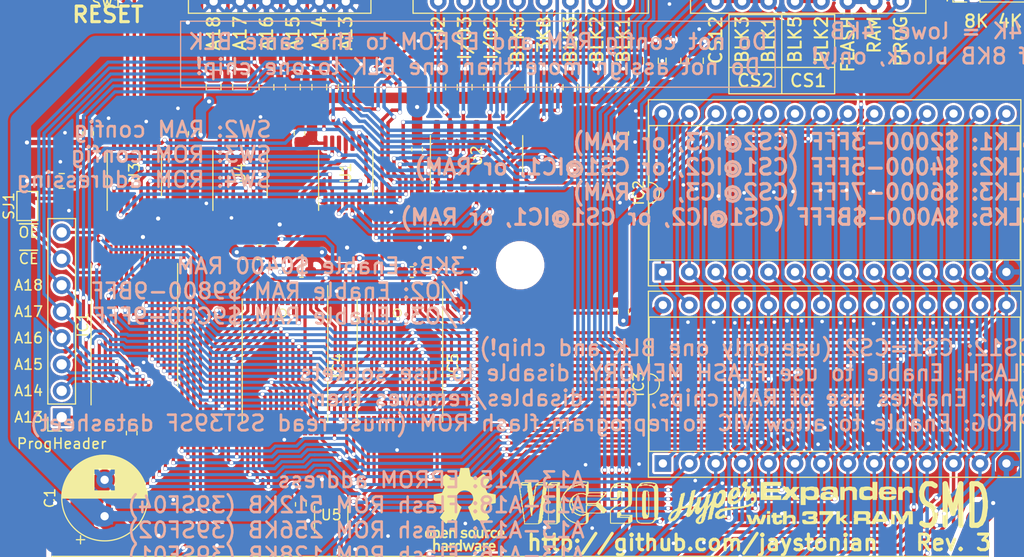
<source format=kicad_pcb>
(kicad_pcb (version 20171130) (host pcbnew "(5.1.10)-1")
  (title_block (title "VIC-20 Hyper Expander SMD") (rev 3) (company Jaystonian))
  (layers (0 F.Cu signal hide) (31 B.Cu signal hide) (34 B.Paste user hide) (35 F.Paste user hide) (36 B.SilkS user hide) (37 F.SilkS user) (38 B.Mask user hide) (39 F.Mask user hide) (44 Edge.Cuts user))
  (net 0 "")
  (net 1 +5V)
  (net 2 GND)
  (net 3 /A11)
  (net 4 /A9)
  (net 5 /A8)
  (net 6 /EA13)
  (net 7 /EA14)
  (net 8 /EA17)
  (net 9 /~PROG)
  (net 10 /EA18)
  (net 11 /EA16)
  (net 12 /EA15)
  (net 13 /A12)
  (net 14 /A7)
  (net 15 /A6)
  (net 16 /A5)
  (net 17 /A4)
  (net 18 /A3)
  (net 19 /A2)
  (net 20 /A1)
  (net 21 /A0)
  (net 22 /D0)
  (net 23 /D1)
  (net 24 /D2)
  (net 25 /D3)
  (net 26 /D4)
  (net 27 /D5)
  (net 28 /D6)
  (net 29 /D7)
  (net 30 /~ROM_I)
  (net 31 /A10)
  (net 32 /~CS1)
  (net 33 /~ROM_E)
  (net 34 /~CS2)
  (net 35 /~CSRAM1)
  (net 36 /~MEM)
  (net 37 /RA13A)
  (net 38 /VR~W)
  (net 39 /RA14A)
  (net 40 /RA14B)
  (net 41 /RA13B)
  (net 42 /~CSRAM2)
  (net 43 "Net-(J2-Pad1)")
  (net 44 /~CS1Y)
  (net 45 /~BANK0)
  (net 46 /~BANK1)
  (net 47 /~BANK2)
  (net 48 /~BANK3)
  (net 49 /~BANK4)
  (net 50 /~BANK5)
  (net 51 /~BANK6)
  (net 52 /~BANK7)
  (net 53 /~IO3)
  (net 54 /~IO2)
  (net 55 /~BLK5)
  (net 56 /~CS3K)
  (net 57 /~BLK3)
  (net 58 /~BLK2)
  (net 59 /~BLK1)
  (net 60 /~CS1X)
  (net 61 /~RESET)
  (net 62 "Net-(U1-Pad13)")
  (net 63 "Net-(U1-Pad8)")
  (net 64 "Net-(U1-Pad6)")
  (net 65 "Net-(U1-Pad4)")
  (net 66 "Net-(U1-Pad2)")
  (net 67 "Net-(U3-Pad1)")
  (net 68 "Net-(U3-Pad10)")
  (net 69 "Net-(U4-Pad13)")
  (net 70 /~RAM2)
  (net 71 /~RAM3)
  (net 72 /~RAM1)
  (net 73 "Net-(X1-Pad18)")
  (net 74 "Net-(X1-Pad19)")
  (net 75 "Net-(X1-Pad20)")
  (net 76 "Net-(X1-PadS)")
  (net 77 "Net-(X1-PadV)")
  (net 78 "Net-(X1-PadW)")
  (net 79 "Net-(X1-PadY)")
  (net 80 /~CS1Z)
  (module Capacitor_SMD:C_0603_1608Metric_Pad1.05x0.95mm_HandSolder (layer F.Cu) (at 116.3955 84.455)
    (fp_text reference C4 hide)
    (fp_text value 0.1u hide)
    (pad 2 smd roundrect (at 0.875 0) (size 1.05 0.95) (layers F.Cu F.Paste F.Mask) (net 2 GND))
    (pad 1 smd roundrect (at -0.875 0) (size 1.05 0.95) (layers F.Cu F.Paste F.Mask) (net 1 +5V))
  )
  (module Package_DIP:DIP-28_W15.24mm_Socket (layer F.Cu) (at 151.13 102.87 90)
    (fp_text reference IC3 (at 7.62 -2.33 90) (layer F.SilkS))
    (fp_text value 27C512)
    (pad 28 thru_hole oval (at 15.24 0 90) (size 1.6 1.6) (drill 0.8) (layers *.Cu *.Mask) (net 1 +5V))
    (pad 14 thru_hole oval (at 0 33.02 90) (size 1.6 1.6) (drill 0.8) (layers *.Cu *.Mask) (net 2 GND))
    (pad 27 thru_hole oval (at 15.24 2.54 90) (size 1.6 1.6) (drill 0.8) (layers *.Cu *.Mask) (net 7 /EA14))
    (pad 13 thru_hole oval (at 0 30.48 90) (size 1.6 1.6) (drill 0.8) (layers *.Cu *.Mask) (net 24 /D2))
    (pad 26 thru_hole oval (at 15.24 5.08 90) (size 1.6 1.6) (drill 0.8) (layers *.Cu *.Mask) (net 6 /EA13))
    (pad 12 thru_hole oval (at 0 27.94 90) (size 1.6 1.6) (drill 0.8) (layers *.Cu *.Mask) (net 23 /D1))
    (pad 25 thru_hole oval (at 15.24 7.62 90) (size 1.6 1.6) (drill 0.8) (layers *.Cu *.Mask) (net 5 /A8))
    (pad 11 thru_hole oval (at 0 25.4 90) (size 1.6 1.6) (drill 0.8) (layers *.Cu *.Mask) (net 22 /D0))
    (pad 24 thru_hole oval (at 15.24 10.16 90) (size 1.6 1.6) (drill 0.8) (layers *.Cu *.Mask) (net 4 /A9))
    (pad 10 thru_hole oval (at 0 22.86 90) (size 1.6 1.6) (drill 0.8) (layers *.Cu *.Mask) (net 21 /A0))
    (pad 23 thru_hole oval (at 15.24 12.7 90) (size 1.6 1.6) (drill 0.8) (layers *.Cu *.Mask) (net 3 /A11))
    (pad 9 thru_hole oval (at 0 20.32 90) (size 1.6 1.6) (drill 0.8) (layers *.Cu *.Mask) (net 20 /A1))
    (pad 22 thru_hole oval (at 15.24 15.24 90) (size 1.6 1.6) (drill 0.8) (layers *.Cu *.Mask) (net 33 /~ROM_E))
    (pad 8 thru_hole oval (at 0 17.78 90) (size 1.6 1.6) (drill 0.8) (layers *.Cu *.Mask) (net 19 /A2))
    (pad 21 thru_hole oval (at 15.24 17.78 90) (size 1.6 1.6) (drill 0.8) (layers *.Cu *.Mask) (net 31 /A10))
    (pad 7 thru_hole oval (at 0 15.24 90) (size 1.6 1.6) (drill 0.8) (layers *.Cu *.Mask) (net 18 /A3))
    (pad 20 thru_hole oval (at 15.24 20.32 90) (size 1.6 1.6) (drill 0.8) (layers *.Cu *.Mask) (net 34 /~CS2))
    (pad 6 thru_hole oval (at 0 12.7 90) (size 1.6 1.6) (drill 0.8) (layers *.Cu *.Mask) (net 17 /A4))
    (pad 19 thru_hole oval (at 15.24 22.86 90) (size 1.6 1.6) (drill 0.8) (layers *.Cu *.Mask) (net 29 /D7))
    (pad 5 thru_hole oval (at 0 10.16 90) (size 1.6 1.6) (drill 0.8) (layers *.Cu *.Mask) (net 16 /A5))
    (pad 18 thru_hole oval (at 15.24 25.4 90) (size 1.6 1.6) (drill 0.8) (layers *.Cu *.Mask) (net 28 /D6))
    (pad 4 thru_hole oval (at 0 7.62 90) (size 1.6 1.6) (drill 0.8) (layers *.Cu *.Mask) (net 15 /A6))
    (pad 17 thru_hole oval (at 15.24 27.94 90) (size 1.6 1.6) (drill 0.8) (layers *.Cu *.Mask) (net 27 /D5))
    (pad 3 thru_hole oval (at 0 5.08 90) (size 1.6 1.6) (drill 0.8) (layers *.Cu *.Mask) (net 14 /A7))
    (pad 16 thru_hole oval (at 15.24 30.48 90) (size 1.6 1.6) (drill 0.8) (layers *.Cu *.Mask) (net 26 /D4))
    (pad 2 thru_hole oval (at 0 2.54 90) (size 1.6 1.6) (drill 0.8) (layers *.Cu *.Mask) (net 13 /A12))
    (pad 15 thru_hole oval (at 15.24 33.02 90) (size 1.6 1.6) (drill 0.8) (layers *.Cu *.Mask) (net 25 /D3))
    (pad 1 thru_hole rect (at 0 0 90) (size 1.6 1.6) (drill 0.8) (layers *.Cu *.Mask) (net 12 /EA15))
  )
  (module Package_DIP:DIP-28_W15.24mm_Socket (layer F.Cu) (at 151.13 84.455 90)
    (fp_text reference IC2 (at 7.62 -2.33 90) (layer F.SilkS))
    (fp_text value 27C512)
    (pad 28 thru_hole oval (at 15.24 0 90) (size 1.6 1.6) (drill 0.8) (layers *.Cu *.Mask) (net 1 +5V))
    (pad 14 thru_hole oval (at 0 33.02 90) (size 1.6 1.6) (drill 0.8) (layers *.Cu *.Mask) (net 2 GND))
    (pad 27 thru_hole oval (at 15.24 2.54 90) (size 1.6 1.6) (drill 0.8) (layers *.Cu *.Mask) (net 7 /EA14))
    (pad 13 thru_hole oval (at 0 30.48 90) (size 1.6 1.6) (drill 0.8) (layers *.Cu *.Mask) (net 24 /D2))
    (pad 26 thru_hole oval (at 15.24 5.08 90) (size 1.6 1.6) (drill 0.8) (layers *.Cu *.Mask) (net 6 /EA13))
    (pad 12 thru_hole oval (at 0 27.94 90) (size 1.6 1.6) (drill 0.8) (layers *.Cu *.Mask) (net 23 /D1))
    (pad 25 thru_hole oval (at 15.24 7.62 90) (size 1.6 1.6) (drill 0.8) (layers *.Cu *.Mask) (net 5 /A8))
    (pad 11 thru_hole oval (at 0 25.4 90) (size 1.6 1.6) (drill 0.8) (layers *.Cu *.Mask) (net 22 /D0))
    (pad 24 thru_hole oval (at 15.24 10.16 90) (size 1.6 1.6) (drill 0.8) (layers *.Cu *.Mask) (net 4 /A9))
    (pad 10 thru_hole oval (at 0 22.86 90) (size 1.6 1.6) (drill 0.8) (layers *.Cu *.Mask) (net 21 /A0))
    (pad 23 thru_hole oval (at 15.24 12.7 90) (size 1.6 1.6) (drill 0.8) (layers *.Cu *.Mask) (net 3 /A11))
    (pad 9 thru_hole oval (at 0 20.32 90) (size 1.6 1.6) (drill 0.8) (layers *.Cu *.Mask) (net 20 /A1))
    (pad 22 thru_hole oval (at 15.24 15.24 90) (size 1.6 1.6) (drill 0.8) (layers *.Cu *.Mask) (net 33 /~ROM_E))
    (pad 8 thru_hole oval (at 0 17.78 90) (size 1.6 1.6) (drill 0.8) (layers *.Cu *.Mask) (net 19 /A2))
    (pad 21 thru_hole oval (at 15.24 17.78 90) (size 1.6 1.6) (drill 0.8) (layers *.Cu *.Mask) (net 31 /A10))
    (pad 7 thru_hole oval (at 0 15.24 90) (size 1.6 1.6) (drill 0.8) (layers *.Cu *.Mask) (net 18 /A3))
    (pad 20 thru_hole oval (at 15.24 20.32 90) (size 1.6 1.6) (drill 0.8) (layers *.Cu *.Mask) (net 32 /~CS1))
    (pad 6 thru_hole oval (at 0 12.7 90) (size 1.6 1.6) (drill 0.8) (layers *.Cu *.Mask) (net 17 /A4))
    (pad 19 thru_hole oval (at 15.24 22.86 90) (size 1.6 1.6) (drill 0.8) (layers *.Cu *.Mask) (net 29 /D7))
    (pad 5 thru_hole oval (at 0 10.16 90) (size 1.6 1.6) (drill 0.8) (layers *.Cu *.Mask) (net 16 /A5))
    (pad 18 thru_hole oval (at 15.24 25.4 90) (size 1.6 1.6) (drill 0.8) (layers *.Cu *.Mask) (net 28 /D6))
    (pad 4 thru_hole oval (at 0 7.62 90) (size 1.6 1.6) (drill 0.8) (layers *.Cu *.Mask) (net 15 /A6))
    (pad 17 thru_hole oval (at 15.24 27.94 90) (size 1.6 1.6) (drill 0.8) (layers *.Cu *.Mask) (net 27 /D5))
    (pad 3 thru_hole oval (at 0 5.08 90) (size 1.6 1.6) (drill 0.8) (layers *.Cu *.Mask) (net 14 /A7))
    (pad 16 thru_hole oval (at 15.24 30.48 90) (size 1.6 1.6) (drill 0.8) (layers *.Cu *.Mask) (net 26 /D4))
    (pad 2 thru_hole oval (at 0 2.54 90) (size 1.6 1.6) (drill 0.8) (layers *.Cu *.Mask) (net 13 /A12))
    (pad 15 thru_hole oval (at 15.24 33.02 90) (size 1.6 1.6) (drill 0.8) (layers *.Cu *.Mask) (net 25 /D3))
    (pad 1 thru_hole rect (at 0 0 90) (size 1.6 1.6) (drill 0.8) (layers *.Cu *.Mask) (net 12 /EA15))
  )
  (module Symbol:OSHW-Logo_7.5x8mm_SilkScreen (layer F.Cu) (at 132.08 107.315)
    (fp_text reference REF** hide)
    (fp_text value OSHW-Logo_7.5x8mm_SilkScreen hide)
  )
  (module CPU2:HyperExpander_1806x214_1200dpi (layer F.Cu) (at 156.21 106.68)
    (fp_text reference G*** hide)
    (fp_text value LOGO hide)
  )
  (module Capacitor_THT:CP_Radial_D8.0mm_P3.50mm (layer F.Cu) (at 97.4725 107.95 90)
    (fp_text reference C1 (at 1.75 -5.25 90) (layer F.SilkS))
    (fp_text value 100u)
    (pad 1 thru_hole rect (at 0 0 90) (size 1.6 1.6) (drill 0.8) (layers *.Cu *.Mask) (net 1 +5V))
    (pad 2 thru_hole circle (at 3.5 0 90) (size 1.6 1.6) (drill 0.8) (layers *.Cu *.Mask) (net 2 GND))
  )
  (module Capacitor_SMD:C_0603_1608Metric_Pad1.05x0.95mm_HandSolder (layer F.Cu) (at 116.332 106.807 270)
    (fp_text reference C2 hide)
    (fp_text value 0.1u hide)
    (pad 2 smd roundrect (at 0.875 0 270) (size 1.05 0.95) (layers F.Cu F.Paste F.Mask) (net 2 GND))
    (pad 1 smd roundrect (at -0.875 0 270) (size 1.05 0.95) (layers F.Cu F.Paste F.Mask) (net 1 +5V))
  )
  (module Capacitor_SMD:C_0603_1608Metric_Pad1.05x0.95mm_HandSolder (layer F.Cu) (at 100.076 99.949 90)
    (fp_text reference C3 hide)
    (fp_text value 0.1u hide)
    (pad 1 smd roundrect (at -0.875 0 90) (size 1.05 0.95) (layers F.Cu F.Paste F.Mask) (net 2 GND))
    (pad 2 smd roundrect (at 0.875 0 90) (size 1.05 0.95) (layers F.Cu F.Paste F.Mask) (net 1 +5V))
  )
  (module Capacitor_SMD:C_0603_1608Metric_Pad1.05x0.95mm_HandSolder (layer F.Cu) (at 127 84.455 180)
    (fp_text reference C5 hide)
    (fp_text value 0.1u hide)
    (pad 2 smd roundrect (at 0.875 0 180) (size 1.05 0.95) (layers F.Cu F.Paste F.Mask) (net 1 +5V))
    (pad 1 smd roundrect (at -0.875 0 180) (size 1.05 0.95) (layers F.Cu F.Paste F.Mask) (net 2 GND))
  )
  (module Capacitor_SMD:C_0603_1608Metric_Pad1.05x0.95mm_HandSolder (layer F.Cu) (at 95.885 71.12 90)
    (fp_text reference C6 hide)
    (fp_text value 0.1u hide)
    (pad 1 smd roundrect (at -0.875 0 90) (size 1.05 0.95) (layers F.Cu F.Paste F.Mask) (net 1 +5V))
    (pad 2 smd roundrect (at 0.875 0 90) (size 1.05 0.95) (layers F.Cu F.Paste F.Mask) (net 2 GND))
  )
  (module Capacitor_SMD:C_0603_1608Metric_Pad1.05x0.95mm_HandSolder (layer F.Cu) (at 106.045 71.12 270)
    (fp_text reference C7 hide)
    (fp_text value 0.1u hide)
    (pad 1 smd roundrect (at -0.875 0 270) (size 1.05 0.95) (layers F.Cu F.Paste F.Mask) (net 2 GND))
    (pad 2 smd roundrect (at 0.875 0 270) (size 1.05 0.95) (layers F.Cu F.Paste F.Mask) (net 1 +5V))
  )
  (module Capacitor_SMD:C_0603_1608Metric_Pad1.05x0.95mm_HandSolder (layer F.Cu) (at 116.205 71.12 90)
    (fp_text reference C8 hide)
    (fp_text value 0.1u hide)
    (pad 2 smd roundrect (at 0.875 0 90) (size 1.05 0.95) (layers F.Cu F.Paste F.Mask) (net 2 GND))
    (pad 1 smd roundrect (at -0.875 0 90) (size 1.05 0.95) (layers F.Cu F.Paste F.Mask) (net 1 +5V))
  )
  (module Capacitor_SMD:C_0603_1608Metric_Pad1.05x0.95mm_HandSolder (layer F.Cu) (at 127.508 72.644 90)
    (fp_text reference C9 hide)
    (fp_text value 0.1u hide)
    (pad 1 smd roundrect (at -0.875 0 90) (size 1.05 0.95) (layers F.Cu F.Paste F.Mask) (net 2 GND))
    (pad 2 smd roundrect (at 0.875 0 90) (size 1.05 0.95) (layers F.Cu F.Paste F.Mask) (net 1 +5V))
  )
  (module CPU2:TSOP-32_14x8mm_P0.5mm (layer F.Cu) (at 100.33 89.535 90)
    (fp_text reference IC1 (at 0 -4.95 90) (layer F.SilkS))
    (fp_text value SST39SF040A-TSOP32)
    (pad 1 smd roundrect (at -6.925 -3.75 90) (size 1.55 0.3) (layers F.Cu F.Paste F.Mask) (net 3 /A11))
    (pad 2 smd roundrect (at -6.925 -3.25 90) (size 1.55 0.3) (layers F.Cu F.Paste F.Mask) (net 4 /A9))
    (pad 3 smd roundrect (at -6.925 -2.75 90) (size 1.55 0.3) (layers F.Cu F.Paste F.Mask) (net 5 /A8))
    (pad 4 smd roundrect (at -6.925 -2.25 90) (size 1.55 0.3) (layers F.Cu F.Paste F.Mask) (net 6 /EA13))
    (pad 5 smd roundrect (at -6.925 -1.75 90) (size 1.55 0.3) (layers F.Cu F.Paste F.Mask) (net 7 /EA14))
    (pad 6 smd roundrect (at -6.925 -1.25 90) (size 1.55 0.3) (layers F.Cu F.Paste F.Mask) (net 8 /EA17))
    (pad 7 smd roundrect (at -6.925 -0.75 90) (size 1.55 0.3) (layers F.Cu F.Paste F.Mask) (net 9 /~PROG))
    (pad 8 smd roundrect (at -6.925 -0.25 90) (size 1.55 0.3) (layers F.Cu F.Paste F.Mask) (net 1 +5V))
    (pad 9 smd roundrect (at -6.925 0.25 90) (size 1.55 0.3) (layers F.Cu F.Paste F.Mask) (net 10 /EA18))
    (pad 10 smd roundrect (at -6.925 0.75 90) (size 1.55 0.3) (layers F.Cu F.Paste F.Mask) (net 11 /EA16))
    (pad 11 smd roundrect (at -6.925 1.25 90) (size 1.55 0.3) (layers F.Cu F.Paste F.Mask) (net 12 /EA15))
    (pad 12 smd roundrect (at -6.925 1.75 90) (size 1.55 0.3) (layers F.Cu F.Paste F.Mask) (net 13 /A12))
    (pad 13 smd roundrect (at -6.925 2.25 90) (size 1.55 0.3) (layers F.Cu F.Paste F.Mask) (net 14 /A7))
    (pad 14 smd roundrect (at -6.925 2.75 90) (size 1.55 0.3) (layers F.Cu F.Paste F.Mask) (net 15 /A6))
    (pad 15 smd roundrect (at -6.925 3.25 90) (size 1.55 0.3) (layers F.Cu F.Paste F.Mask) (net 16 /A5))
    (pad 16 smd roundrect (at -6.925 3.75 90) (size 1.55 0.3) (layers F.Cu F.Paste F.Mask) (net 17 /A4))
    (pad 17 smd roundrect (at 6.925 3.75 90) (size 1.55 0.3) (layers F.Cu F.Paste F.Mask) (net 18 /A3))
    (pad 18 smd roundrect (at 6.925 3.25 90) (size 1.55 0.3) (layers F.Cu F.Paste F.Mask) (net 19 /A2))
    (pad 19 smd roundrect (at 6.925 2.75 90) (size 1.55 0.3) (layers F.Cu F.Paste F.Mask) (net 20 /A1))
    (pad 20 smd roundrect (at 6.925 2.25 90) (size 1.55 0.3) (layers F.Cu F.Paste F.Mask) (net 21 /A0))
    (pad 21 smd roundrect (at 6.925 1.75 90) (size 1.55 0.3) (layers F.Cu F.Paste F.Mask) (net 22 /D0))
    (pad 22 smd roundrect (at 6.925 1.25 90) (size 1.55 0.3) (layers F.Cu F.Paste F.Mask) (net 23 /D1))
    (pad 23 smd roundrect (at 6.925 0.75 90) (size 1.55 0.3) (layers F.Cu F.Paste F.Mask) (net 24 /D2))
    (pad 24 smd roundrect (at 6.925 0.25 90) (size 1.55 0.3) (layers F.Cu F.Paste F.Mask) (net 2 GND))
    (pad 25 smd roundrect (at 6.925 -0.25 90) (size 1.55 0.3) (layers F.Cu F.Paste F.Mask) (net 25 /D3))
    (pad 26 smd roundrect (at 6.925 -0.75 90) (size 1.55 0.3) (layers F.Cu F.Paste F.Mask) (net 26 /D4))
    (pad 27 smd roundrect (at 6.925 -1.25 90) (size 1.55 0.3) (layers F.Cu F.Paste F.Mask) (net 27 /D5))
    (pad 28 smd roundrect (at 6.925 -1.75 90) (size 1.55 0.3) (layers F.Cu F.Paste F.Mask) (net 28 /D6))
    (pad 29 smd roundrect (at 6.925 -2.25 90) (size 1.55 0.3) (layers F.Cu F.Paste F.Mask) (net 29 /D7))
    (pad 30 smd roundrect (at 6.925 -2.75 90) (size 1.55 0.3) (layers F.Cu F.Paste F.Mask) (net 80 /~CS1Z))
    (pad 31 smd roundrect (at 6.925 -3.25 90) (size 1.55 0.3) (layers F.Cu F.Paste F.Mask) (net 31 /A10))
    (pad 32 smd roundrect (at 6.925 -3.75 90) (size 1.55 0.3) (layers F.Cu F.Paste F.Mask) (net 30 /~ROM_I))
  )
  (module Connector_PinHeader_2.54mm:PinHeader_1x03_P2.54mm_Vertical (layer F.Cu) (at 180.34 57.15 90)
    (fp_text reference JP1 (at 0 -2.33 90) (layer F.SilkS))
    (fp_text value Conn_01x03)
    (pad 1 thru_hole rect (at 0 0 90) (size 1.7 1.7) (drill 1) (layers *.Cu *.Mask) (net 2 GND))
    (pad 2 thru_hole oval (at 0 2.54 90) (size 1.7 1.7) (drill 1) (layers *.Cu *.Mask) (net 44 /~CS1Y))
    (pad 3 thru_hole oval (at 0 5.08 90) (size 1.7 1.7) (drill 1) (layers *.Cu *.Mask) (net 13 /A12))
  )
  (module Resistor_SMD:R_0805_2012Metric_Pad1.15x1.40mm_HandSolder (layer F.Cu) (at 93.345 75.692)
    (fp_text reference R1 hide)
    (fp_text value 10k hide)
    (pad 2 smd roundrect (at 1.025 0) (size 1.15 1.4) (layers F.Cu F.Paste F.Mask) (roundrect_rratio 0.2173904347826087) (net 32 /~CS1))
    (pad 1 smd roundrect (at -1.025 0) (size 1.15 1.4) (layers F.Cu F.Paste F.Mask) (roundrect_rratio 0.2173904347826087) (net 1 +5V))
  )
  (module Resistor_SMD:R_0805_2012Metric_Pad1.15x1.40mm_HandSolder (layer F.Cu) (at 147.32 66.675 90)
    (fp_text reference R2 hide)
    (fp_text value 10k hide)
    (pad 1 smd roundrect (at -1.025 0 90) (size 1.15 1.4) (layers F.Cu F.Paste F.Mask) (roundrect_rratio 0.2173904347826087) (net 1 +5V))
    (pad 2 smd roundrect (at 1.025 0 90) (size 1.15 1.4) (layers F.Cu F.Paste F.Mask) (roundrect_rratio 0.2173904347826087) (net 45 /~BANK0))
  )
  (module Resistor_SMD:R_0805_2012Metric_Pad1.15x1.40mm_HandSolder (layer F.Cu) (at 144.78 66.675 90)
    (fp_text reference R3 hide)
    (fp_text value 10k hide)
    (pad 2 smd roundrect (at 1.025 0 90) (size 1.15 1.4) (layers F.Cu F.Paste F.Mask) (roundrect_rratio 0.2173904347826087) (net 46 /~BANK1))
    (pad 1 smd roundrect (at -1.025 0 90) (size 1.15 1.4) (layers F.Cu F.Paste F.Mask) (roundrect_rratio 0.2173904347826087) (net 1 +5V))
  )
  (module Resistor_SMD:R_0805_2012Metric_Pad1.15x1.40mm_HandSolder (layer F.Cu) (at 142.24 66.675 90)
    (fp_text reference R4 hide)
    (fp_text value 10k hide)
    (pad 1 smd roundrect (at -1.025 0 90) (size 1.15 1.4) (layers F.Cu F.Paste F.Mask) (roundrect_rratio 0.2173904347826087) (net 1 +5V))
    (pad 2 smd roundrect (at 1.025 0 90) (size 1.15 1.4) (layers F.Cu F.Paste F.Mask) (roundrect_rratio 0.2173904347826087) (net 47 /~BANK2))
  )
  (module Resistor_SMD:R_0805_2012Metric_Pad1.15x1.40mm_HandSolder (layer F.Cu) (at 139.7 66.675 90)
    (fp_text reference R5 hide)
    (fp_text value 10k hide)
    (pad 2 smd roundrect (at 1.025 0 90) (size 1.15 1.4) (layers F.Cu F.Paste F.Mask) (roundrect_rratio 0.2173904347826087) (net 48 /~BANK3))
    (pad 1 smd roundrect (at -1.025 0 90) (size 1.15 1.4) (layers F.Cu F.Paste F.Mask) (roundrect_rratio 0.2173904347826087) (net 1 +5V))
  )
  (module Resistor_SMD:R_0805_2012Metric_Pad1.15x1.40mm_HandSolder (layer F.Cu) (at 137.16 66.675 90)
    (fp_text reference R6 hide)
    (fp_text value 10k hide)
    (pad 1 smd roundrect (at -1.025 0 90) (size 1.15 1.4) (layers F.Cu F.Paste F.Mask) (roundrect_rratio 0.2173904347826087) (net 1 +5V))
    (pad 2 smd roundrect (at 1.025 0 90) (size 1.15 1.4) (layers F.Cu F.Paste F.Mask) (roundrect_rratio 0.2173904347826087) (net 49 /~BANK4))
  )
  (module Resistor_SMD:R_0805_2012Metric_Pad1.15x1.40mm_HandSolder (layer F.Cu) (at 134.62 66.675 90)
    (fp_text reference R7 hide)
    (fp_text value 10k hide)
    (pad 2 smd roundrect (at 1.025 0 90) (size 1.15 1.4) (layers F.Cu F.Paste F.Mask) (roundrect_rratio 0.2173904347826087) (net 50 /~BANK5))
    (pad 1 smd roundrect (at -1.025 0 90) (size 1.15 1.4) (layers F.Cu F.Paste F.Mask) (roundrect_rratio 0.2173904347826087) (net 1 +5V))
  )
  (module Resistor_SMD:R_0805_2012Metric_Pad1.15x1.40mm_HandSolder (layer F.Cu) (at 132.08 66.675 90)
    (fp_text reference R8 hide)
    (fp_text value 10k hide)
    (pad 1 smd roundrect (at -1.025 0 90) (size 1.15 1.4) (layers F.Cu F.Paste F.Mask) (roundrect_rratio 0.2173904347826087) (net 1 +5V))
    (pad 2 smd roundrect (at 1.025 0 90) (size 1.15 1.4) (layers F.Cu F.Paste F.Mask) (roundrect_rratio 0.2173904347826087) (net 51 /~BANK6))
  )
  (module Resistor_SMD:R_0805_2012Metric_Pad1.15x1.40mm_HandSolder (layer F.Cu) (at 129.54 66.675 90)
    (fp_text reference R9 hide)
    (fp_text value 10k hide)
    (pad 2 smd roundrect (at 1.025 0 90) (size 1.15 1.4) (layers F.Cu F.Paste F.Mask) (roundrect_rratio 0.2173904347826087) (net 52 /~BANK7))
    (pad 1 smd roundrect (at -1.025 0 90) (size 1.15 1.4) (layers F.Cu F.Paste F.Mask) (roundrect_rratio 0.2173904347826087) (net 1 +5V))
  )
  (module Resistor_SMD:R_0805_2012Metric_Pad1.15x1.40mm_HandSolder (layer F.Cu) (at 154.305 64.135 90)
    (fp_text reference R10 hide)
    (fp_text value 10k hide)
    (pad 2 smd roundrect (at 1.025 0 90) (size 1.15 1.4) (layers F.Cu F.Paste F.Mask) (roundrect_rratio 0.2173904347826087) (net 9 /~PROG))
    (pad 1 smd roundrect (at -1.025 0 90) (size 1.15 1.4) (layers F.Cu F.Paste F.Mask) (roundrect_rratio 0.2173904347826087) (net 1 +5V))
  )
  (module Resistor_SMD:R_0805_2012Metric_Pad1.15x1.40mm_HandSolder (layer F.Cu) (at 152.146 64.135 90)
    (fp_text reference R11 hide)
    (fp_text value 10k hide)
    (pad 1 smd roundrect (at -1.025 0 90) (size 1.15 1.4) (layers F.Cu F.Paste F.Mask) (roundrect_rratio 0.2173904347826087) (net 1 +5V))
    (pad 2 smd roundrect (at 1.025 0 90) (size 1.15 1.4) (layers F.Cu F.Paste F.Mask) (roundrect_rratio 0.2173904347826087) (net 34 /~CS2))
  )
  (module Resistor_SMD:R_0805_2012Metric_Pad1.15x1.40mm_HandSolder (layer F.Cu) (at 120.65 66.675 90)
    (fp_text reference R12 hide)
    (fp_text value 10k hide)
    (pad 2 smd roundrect (at 1.025 0 90) (size 1.15 1.4) (layers F.Cu F.Paste F.Mask) (roundrect_rratio 0.2173904347826087) (net 6 /EA13))
    (pad 1 smd roundrect (at -1.025 0 90) (size 1.15 1.4) (layers F.Cu F.Paste F.Mask) (roundrect_rratio 0.2173904347826087) (net 1 +5V))
  )
  (module Resistor_SMD:R_0805_2012Metric_Pad1.15x1.40mm_HandSolder (layer F.Cu) (at 118.11 66.675 90)
    (fp_text reference R13 hide)
    (fp_text value 10k hide)
    (pad 1 smd roundrect (at -1.025 0 90) (size 1.15 1.4) (layers F.Cu F.Paste F.Mask) (roundrect_rratio 0.2173904347826087) (net 1 +5V))
    (pad 2 smd roundrect (at 1.025 0 90) (size 1.15 1.4) (layers F.Cu F.Paste F.Mask) (roundrect_rratio 0.2173904347826087) (net 7 /EA14))
  )
  (module Resistor_SMD:R_0805_2012Metric_Pad1.15x1.40mm_HandSolder (layer F.Cu) (at 115.57 66.675 90)
    (fp_text reference R14 hide)
    (fp_text value 10k hide)
    (pad 2 smd roundrect (at 1.025 0 90) (size 1.15 1.4) (layers F.Cu F.Paste F.Mask) (roundrect_rratio 0.2173904347826087) (net 12 /EA15))
    (pad 1 smd roundrect (at -1.025 0 90) (size 1.15 1.4) (layers F.Cu F.Paste F.Mask) (roundrect_rratio 0.2173904347826087) (net 1 +5V))
  )
  (module Resistor_SMD:R_0805_2012Metric_Pad1.15x1.40mm_HandSolder (layer F.Cu) (at 113.03 66.675 90)
    (fp_text reference R15 hide)
    (fp_text value 10k hide)
    (pad 1 smd roundrect (at -1.025 0 90) (size 1.15 1.4) (layers F.Cu F.Paste F.Mask) (roundrect_rratio 0.2173904347826087) (net 1 +5V))
    (pad 2 smd roundrect (at 1.025 0 90) (size 1.15 1.4) (layers F.Cu F.Paste F.Mask) (roundrect_rratio 0.2173904347826087) (net 11 /EA16))
  )
  (module Resistor_SMD:R_0805_2012Metric_Pad1.15x1.40mm_HandSolder (layer F.Cu) (at 110.49 66.675 90)
    (fp_text reference R16 hide)
    (fp_text value 10k hide)
    (pad 2 smd roundrect (at 1.025 0 90) (size 1.15 1.4) (layers F.Cu F.Paste F.Mask) (roundrect_rratio 0.2173904347826087) (net 8 /EA17))
    (pad 1 smd roundrect (at -1.025 0 90) (size 1.15 1.4) (layers F.Cu F.Paste F.Mask) (roundrect_rratio 0.2173904347826087) (net 1 +5V))
  )
  (module Resistor_SMD:R_0805_2012Metric_Pad1.15x1.40mm_HandSolder (layer F.Cu) (at 107.95 66.675 90)
    (fp_text reference R17 hide)
    (fp_text value 10k hide)
    (pad 1 smd roundrect (at -1.025 0 90) (size 1.15 1.4) (layers F.Cu F.Paste F.Mask) (roundrect_rratio 0.2173904347826087) (net 1 +5V))
    (pad 2 smd roundrect (at 1.025 0 90) (size 1.15 1.4) (layers F.Cu F.Paste F.Mask) (roundrect_rratio 0.2173904347826087) (net 10 /EA18))
  )
  (module Resistor_SMD:R_0805_2012Metric_Pad1.15x1.40mm_HandSolder (layer F.Cu) (at 112.395 82.55)
    (fp_text reference R18 hide)
    (fp_text value 10k hide)
    (pad 1 smd roundrect (at -1.025 0) (size 1.15 1.4) (layers F.Cu F.Paste F.Mask) (roundrect_rratio 0.2173904347826087) (net 1 +5V))
    (pad 2 smd roundrect (at 1.025 0) (size 1.15 1.4) (layers F.Cu F.Paste F.Mask) (roundrect_rratio 0.2173904347826087) (net 36 /~MEM))
  )
  (module Resistor_SMD:R_0805_2012Metric_Pad1.15x1.40mm_HandSolder (layer F.Cu) (at 149.987 64.135 90)
    (fp_text reference R19 hide)
    (fp_text value 10k hide)
    (pad 1 smd roundrect (at -1.025 0 90) (size 1.15 1.4) (layers F.Cu F.Paste F.Mask) (roundrect_rratio 0.2173904347826087) (net 1 +5V))
    (pad 2 smd roundrect (at 1.025 0 90) (size 1.15 1.4) (layers F.Cu F.Paste F.Mask) (roundrect_rratio 0.2173904347826087) (net 30 /~ROM_I))
  )
  (module Button_Switch_THT:SW_DIP_SPSTx08_Slide_9.78x22.5mm_W7.62mm_P2.54mm (layer F.Cu) (at 147.32 50.8 270)
    (fp_text reference SW2 (at 1.27 -3.42 90) (layer F.SilkS))
    (fp_text value SW_DIP_x08)
    (pad 16 thru_hole oval (at 7.62 0 270) (size 1.6 1.6) (drill 0.8) (layers *.Cu *.Mask) (net 45 /~BANK0))
    (pad 8 thru_hole oval (at 0 17.78 270) (size 1.6 1.6) (drill 0.8) (layers *.Cu *.Mask) (net 43 "Net-(J2-Pad1)"))
    (pad 15 thru_hole oval (at 7.62 2.54 270) (size 1.6 1.6) (drill 0.8) (layers *.Cu *.Mask) (net 46 /~BANK1))
    (pad 7 thru_hole oval (at 0 15.24 270) (size 1.6 1.6) (drill 0.8) (layers *.Cu *.Mask) (net 53 /~IO3))
    (pad 14 thru_hole oval (at 7.62 5.08 270) (size 1.6 1.6) (drill 0.8) (layers *.Cu *.Mask) (net 47 /~BANK2))
    (pad 6 thru_hole oval (at 0 12.7 270) (size 1.6 1.6) (drill 0.8) (layers *.Cu *.Mask) (net 54 /~IO2))
    (pad 13 thru_hole oval (at 7.62 7.62 270) (size 1.6 1.6) (drill 0.8) (layers *.Cu *.Mask) (net 48 /~BANK3))
    (pad 5 thru_hole oval (at 0 10.16 270) (size 1.6 1.6) (drill 0.8) (layers *.Cu *.Mask) (net 55 /~BLK5))
    (pad 12 thru_hole oval (at 7.62 10.16 270) (size 1.6 1.6) (drill 0.8) (layers *.Cu *.Mask) (net 49 /~BANK4))
    (pad 4 thru_hole oval (at 0 7.62 270) (size 1.6 1.6) (drill 0.8) (layers *.Cu *.Mask) (net 56 /~CS3K))
    (pad 11 thru_hole oval (at 7.62 12.7 270) (size 1.6 1.6) (drill 0.8) (layers *.Cu *.Mask) (net 50 /~BANK5))
    (pad 3 thru_hole oval (at 0 5.08 270) (size 1.6 1.6) (drill 0.8) (layers *.Cu *.Mask) (net 57 /~BLK3))
    (pad 10 thru_hole oval (at 7.62 15.24 270) (size 1.6 1.6) (drill 0.8) (layers *.Cu *.Mask) (net 51 /~BANK6))
    (pad 2 thru_hole oval (at 0 2.54 270) (size 1.6 1.6) (drill 0.8) (layers *.Cu *.Mask) (net 58 /~BLK2))
    (pad 9 thru_hole oval (at 7.62 17.78 270) (size 1.6 1.6) (drill 0.8) (layers *.Cu *.Mask) (net 52 /~BANK7))
    (pad 1 thru_hole rect (at 0 0 270) (size 1.6 1.6) (drill 0.8) (layers *.Cu *.Mask) (net 59 /~BLK1))
  )
  (module Button_Switch_THT:SW_DIP_SPSTx08_Slide_9.78x22.5mm_W7.62mm_P2.54mm (layer F.Cu) (at 173.99 50.8 270)
    (fp_text reference SW3 (at 1.27 -3.42 90) (layer F.SilkS))
    (fp_text value SW_DIP_x08)
    (pad 1 thru_hole rect (at 0 0 270) (size 1.6 1.6) (drill 0.8) (layers *.Cu *.Mask) (net 38 /VR~W))
    (pad 9 thru_hole oval (at 7.62 17.78 270) (size 1.6 1.6) (drill 0.8) (layers *.Cu *.Mask) (net 34 /~CS2))
    (pad 2 thru_hole oval (at 0 2.54 270) (size 1.6 1.6) (drill 0.8) (layers *.Cu *.Mask) (net 36 /~MEM))
    (pad 10 thru_hole oval (at 7.62 15.24 270) (size 1.6 1.6) (drill 0.8) (layers *.Cu *.Mask) (net 34 /~CS2))
    (pad 3 thru_hole oval (at 0 5.08 270) (size 1.6 1.6) (drill 0.8) (layers *.Cu *.Mask) (net 30 /~ROM_I))
    (pad 11 thru_hole oval (at 7.62 12.7 270) (size 1.6 1.6) (drill 0.8) (layers *.Cu *.Mask) (net 34 /~CS2))
    (pad 4 thru_hole oval (at 0 7.62 270) (size 1.6 1.6) (drill 0.8) (layers *.Cu *.Mask) (net 58 /~BLK2))
    (pad 12 thru_hole oval (at 7.62 10.16 270) (size 1.6 1.6) (drill 0.8) (layers *.Cu *.Mask) (net 60 /~CS1X))
    (pad 5 thru_hole oval (at 0 10.16 270) (size 1.6 1.6) (drill 0.8) (layers *.Cu *.Mask) (net 55 /~BLK5))
    (pad 13 thru_hole oval (at 7.62 7.62 270) (size 1.6 1.6) (drill 0.8) (layers *.Cu *.Mask) (net 60 /~CS1X))
    (pad 6 thru_hole oval (at 0 12.7 270) (size 1.6 1.6) (drill 0.8) (layers *.Cu *.Mask) (net 59 /~BLK1))
    (pad 14 thru_hole oval (at 7.62 5.08 270) (size 1.6 1.6) (drill 0.8) (layers *.Cu *.Mask) (net 2 GND))
    (pad 7 thru_hole oval (at 0 15.24 270) (size 1.6 1.6) (drill 0.8) (layers *.Cu *.Mask) (net 57 /~BLK3))
    (pad 15 thru_hole oval (at 7.62 2.54 270) (size 1.6 1.6) (drill 0.8) (layers *.Cu *.Mask) (net 2 GND))
    (pad 8 thru_hole oval (at 0 17.78 270) (size 1.6 1.6) (drill 0.8) (layers *.Cu *.Mask) (net 60 /~CS1X))
    (pad 16 thru_hole oval (at 7.62 0 270) (size 1.6 1.6) (drill 0.8) (layers *.Cu *.Mask) (net 9 /~PROG))
  )
  (module Button_Switch_THT:SW_DIP_SPSTx06_Slide_9.78x17.42mm_W7.62mm_P2.54mm (layer F.Cu) (at 120.65 50.8 270)
    (fp_text reference SW4 (at 3.81 -3.42 90) (layer F.SilkS))
    (fp_text value SW_DIP_x06)
    (pad 1 thru_hole rect (at 0 0 270) (size 1.6 1.6) (drill 0.8) (layers *.Cu *.Mask) (net 6 /EA13))
    (pad 7 thru_hole oval (at 7.62 12.7 270) (size 1.6 1.6) (drill 0.8) (layers *.Cu *.Mask) (net 2 GND))
    (pad 2 thru_hole oval (at 0 2.54 270) (size 1.6 1.6) (drill 0.8) (layers *.Cu *.Mask) (net 7 /EA14))
    (pad 8 thru_hole oval (at 7.62 10.16 270) (size 1.6 1.6) (drill 0.8) (layers *.Cu *.Mask) (net 2 GND))
    (pad 3 thru_hole oval (at 0 5.08 270) (size 1.6 1.6) (drill 0.8) (layers *.Cu *.Mask) (net 12 /EA15))
    (pad 9 thru_hole oval (at 7.62 7.62 270) (size 1.6 1.6) (drill 0.8) (layers *.Cu *.Mask) (net 2 GND))
    (pad 4 thru_hole oval (at 0 7.62 270) (size 1.6 1.6) (drill 0.8) (layers *.Cu *.Mask) (net 11 /EA16))
    (pad 10 thru_hole oval (at 7.62 5.08 270) (size 1.6 1.6) (drill 0.8) (layers *.Cu *.Mask) (net 2 GND))
    (pad 5 thru_hole oval (at 0 10.16 270) (size 1.6 1.6) (drill 0.8) (layers *.Cu *.Mask) (net 8 /EA17))
    (pad 11 thru_hole oval (at 7.62 2.54 270) (size 1.6 1.6) (drill 0.8) (layers *.Cu *.Mask) (net 2 GND))
    (pad 6 thru_hole oval (at 0 12.7 270) (size 1.6 1.6) (drill 0.8) (layers *.Cu *.Mask) (net 10 /EA18))
    (pad 12 thru_hole oval (at 7.62 0 270) (size 1.6 1.6) (drill 0.8) (layers *.Cu *.Mask) (net 2 GND))
  )
  (module Package_SO:TSSOP-14_4.4x5mm_P0.65mm (layer F.Cu) (at 120.65 74.93 90)
    (fp_text reference U1 (at 0 0 90) (layer F.SilkS))
    (fp_text value 74AHCT04PW)
    (pad 14 smd roundrect (at 2.8625 -1.95 90) (size 1.475 0.4) (layers F.Cu F.Paste F.Mask) (net 1 +5V))
    (pad 13 smd roundrect (at 2.8625 -1.3 90) (size 1.475 0.4) (layers F.Cu F.Paste F.Mask) (net 62 "Net-(U1-Pad13)"))
    (pad 12 smd roundrect (at 2.8625 -0.65 90) (size 1.475 0.4) (layers F.Cu F.Paste F.Mask) (net 32 /~CS1))
    (pad 11 smd roundrect (at 2.8625 0 90) (size 1.475 0.4) (layers F.Cu F.Paste F.Mask) (net 30 /~ROM_I))
    (pad 10 smd roundrect (at 2.8625 0.65 90) (size 1.475 0.4) (layers F.Cu F.Paste F.Mask) (net 33 /~ROM_E))
    (pad 9 smd roundrect (at 2.8625 1.3 90) (size 1.475 0.4) (layers F.Cu F.Paste F.Mask) (net 52 /~BANK7))
    (pad 8 smd roundrect (at 2.8625 1.95 90) (size 1.475 0.4) (layers F.Cu F.Paste F.Mask) (net 63 "Net-(U1-Pad8)"))
    (pad 7 smd roundrect (at -2.8625 1.95 90) (size 1.475 0.4) (layers F.Cu F.Paste F.Mask) (net 2 GND))
    (pad 6 smd roundrect (at -2.8625 1.3 90) (size 1.475 0.4) (layers F.Cu F.Paste F.Mask) (net 64 "Net-(U1-Pad6)"))
    (pad 5 smd roundrect (at -2.8625 0.65 90) (size 1.475 0.4) (layers F.Cu F.Paste F.Mask) (net 48 /~BANK3))
    (pad 4 smd roundrect (at -2.8625 0 90) (size 1.475 0.4) (layers F.Cu F.Paste F.Mask) (net 65 "Net-(U1-Pad4)"))
    (pad 3 smd roundrect (at -2.8625 -0.65 90) (size 1.475 0.4) (layers F.Cu F.Paste F.Mask) (net 47 /~BANK2))
    (pad 2 smd roundrect (at -2.8625 -1.3 90) (size 1.475 0.4) (layers F.Cu F.Paste F.Mask) (net 66 "Net-(U1-Pad2)"))
    (pad 1 smd roundrect (at -2.8625 -1.95 90) (size 1.475 0.4) (layers F.Cu F.Paste F.Mask) (net 51 /~BANK6))
  )
  (module Package_SO:SOIC-14_3.9x8.7mm_P1.27mm (layer F.Cu) (at 133.223 73.279 90)
    (fp_text reference U2 (at 0 0 90) (layer F.SilkS))
    (fp_text value SN74LS21D)
    (pad 1 smd roundrect (at -2.475 -3.81 90) (size 1.95 0.6) (layers F.Cu F.Paste F.Mask) (net 45 /~BANK0))
    (pad 2 smd roundrect (at -2.475 -2.54 90) (size 1.95 0.6) (layers F.Cu F.Paste F.Mask) (net 46 /~BANK1))
    (pad 3 smd roundrect (at -2.475 -1.27 90) (size 1.95 0.6) (layers F.Cu F.Paste F.Mask))
    (pad 4 smd roundrect (at -2.475 0 90) (size 1.95 0.6) (layers F.Cu F.Paste F.Mask) (net 47 /~BANK2))
    (pad 5 smd roundrect (at -2.475 1.27 90) (size 1.95 0.6) (layers F.Cu F.Paste F.Mask) (net 48 /~BANK3))
    (pad 6 smd roundrect (at -2.475 2.54 90) (size 1.95 0.6) (layers F.Cu F.Paste F.Mask) (net 35 /~CSRAM1))
    (pad 7 smd roundrect (at -2.475 3.81 90) (size 1.95 0.6) (layers F.Cu F.Paste F.Mask) (net 2 GND))
    (pad 8 smd roundrect (at 2.475 3.81 90) (size 1.95 0.6) (layers F.Cu F.Paste F.Mask) (net 42 /~CSRAM2))
    (pad 9 smd roundrect (at 2.475 2.54 90) (size 1.95 0.6) (layers F.Cu F.Paste F.Mask) (net 49 /~BANK4))
    (pad 10 smd roundrect (at 2.475 1.27 90) (size 1.95 0.6) (layers F.Cu F.Paste F.Mask) (net 50 /~BANK5))
    (pad 11 smd roundrect (at 2.475 0 90) (size 1.95 0.6) (layers F.Cu F.Paste F.Mask))
    (pad 12 smd roundrect (at 2.475 -1.27 90) (size 1.95 0.6) (layers F.Cu F.Paste F.Mask) (net 51 /~BANK6))
    (pad 13 smd roundrect (at 2.475 -2.54 90) (size 1.95 0.6) (layers F.Cu F.Paste F.Mask) (net 52 /~BANK7))
    (pad 14 smd roundrect (at 2.475 -3.81 90) (size 1.95 0.6) (layers F.Cu F.Paste F.Mask) (net 1 +5V))
  )
  (module Package_SO:TSSOP-14_4.4x5mm_P0.65mm (layer F.Cu) (at 100.33 74.93 90)
    (fp_text reference U3 (at 0 0 90) (layer F.SilkS))
    (fp_text value 74AHCT02PW)
    (pad 1 smd roundrect (at -2.8625 -1.95 90) (size 1.475 0.4) (layers F.Cu F.Paste F.Mask) (net 67 "Net-(U3-Pad1)"))
    (pad 2 smd roundrect (at -2.8625 -1.3 90) (size 1.475 0.4) (layers F.Cu F.Paste F.Mask) (net 50 /~BANK5))
    (pad 3 smd roundrect (at -2.8625 -0.65 90) (size 1.475 0.4) (layers F.Cu F.Paste F.Mask) (net 66 "Net-(U1-Pad2)"))
    (pad 4 smd roundrect (at -2.8625 0 90) (size 1.475 0.4) (layers F.Cu F.Paste F.Mask) (net 39 /RA14A))
    (pad 5 smd roundrect (at -2.8625 0.65 90) (size 1.475 0.4) (layers F.Cu F.Paste F.Mask) (net 65 "Net-(U1-Pad4)"))
    (pad 6 smd roundrect (at -2.8625 1.3 90) (size 1.475 0.4) (layers F.Cu F.Paste F.Mask) (net 64 "Net-(U1-Pad6)"))
    (pad 7 smd roundrect (at -2.8625 1.95 90) (size 1.475 0.4) (layers F.Cu F.Paste F.Mask) (net 2 GND))
    (pad 8 smd roundrect (at 2.8625 1.95 90) (size 1.475 0.4) (layers F.Cu F.Paste F.Mask) (net 46 /~BANK1))
    (pad 9 smd roundrect (at 2.8625 1.3 90) (size 1.475 0.4) (layers F.Cu F.Paste F.Mask) (net 65 "Net-(U1-Pad4)"))
    (pad 10 smd roundrect (at 2.8625 0.65 90) (size 1.475 0.4) (layers F.Cu F.Paste F.Mask) (net 68 "Net-(U3-Pad10)"))
    (pad 11 smd roundrect (at 2.8625 0 90) (size 1.475 0.4) (layers F.Cu F.Paste F.Mask) (net 60 /~CS1X))
    (pad 12 smd roundrect (at 2.8625 -0.65 90) (size 1.475 0.4) (layers F.Cu F.Paste F.Mask) (net 44 /~CS1Y))
    (pad 13 smd roundrect (at 2.8625 -1.3 90) (size 1.475 0.4) (layers F.Cu F.Paste F.Mask) (net 62 "Net-(U1-Pad13)"))
    (pad 14 smd roundrect (at 2.8625 -1.95 90) (size 1.475 0.4) (layers F.Cu F.Paste F.Mask) (net 1 +5V))
  )
  (module Package_SO:TSSOP-14_4.4x5mm_P0.65mm (layer F.Cu) (at 110.49 74.93 90)
    (fp_text reference U4 (at 0 0 90) (layer F.SilkS))
    (fp_text value 74AHCT02PW)
    (pad 1 smd roundrect (at -2.8625 -1.95 90) (size 1.475 0.4) (layers F.Cu F.Paste F.Mask) (net 37 /RA13A))
    (pad 2 smd roundrect (at -2.8625 -1.3 90) (size 1.475 0.4) (layers F.Cu F.Paste F.Mask) (net 68 "Net-(U3-Pad10)"))
    (pad 3 smd roundrect (at -2.8625 -0.65 90) (size 1.475 0.4) (layers F.Cu F.Paste F.Mask) (net 64 "Net-(U1-Pad6)"))
    (pad 4 smd roundrect (at -2.8625 0 90) (size 1.475 0.4) (layers F.Cu F.Paste F.Mask) (net 41 /RA13B))
    (pad 5 smd roundrect (at -2.8625 0.65 90) (size 1.475 0.4) (layers F.Cu F.Paste F.Mask) (net 67 "Net-(U3-Pad1)"))
    (pad 6 smd roundrect (at -2.8625 1.3 90) (size 1.475 0.4) (layers F.Cu F.Paste F.Mask) (net 63 "Net-(U1-Pad8)"))
    (pad 7 smd roundrect (at -2.8625 1.95 90) (size 1.475 0.4) (layers F.Cu F.Paste F.Mask) (net 2 GND))
    (pad 8 smd roundrect (at 2.8625 1.95 90) (size 1.475 0.4) (layers F.Cu F.Paste F.Mask) (net 66 "Net-(U1-Pad2)"))
    (pad 9 smd roundrect (at 2.8625 1.3 90) (size 1.475 0.4) (layers F.Cu F.Paste F.Mask) (net 63 "Net-(U1-Pad8)"))
    (pad 10 smd roundrect (at 2.8625 0.65 90) (size 1.475 0.4) (layers F.Cu F.Paste F.Mask) (net 40 /RA14B))
    (pad 11 smd roundrect (at 2.8625 0 90) (size 1.475 0.4) (layers F.Cu F.Paste F.Mask) (net 2 GND))
    (pad 12 smd roundrect (at 2.8625 -0.65 90) (size 1.475 0.4) (layers F.Cu F.Paste F.Mask) (net 2 GND))
    (pad 13 smd roundrect (at 2.8625 -1.3 90) (size 1.475 0.4) (layers F.Cu F.Paste F.Mask) (net 69 "Net-(U4-Pad13)"))
    (pad 14 smd roundrect (at 2.8625 -1.95 90) (size 1.475 0.4) (layers F.Cu F.Paste F.Mask) (net 1 +5V))
  )
  (module Package_TO_SOT_SMD:SuperSOT-6 (layer F.Cu) (at 119.253 107.823 90)
    (fp_text reference U5 (at 0 0) (layer F.SilkS))
    (fp_text value 74LVC1G11GV)
    (pad 1 smd rect (at -1.3 -0.95 90) (size 1 0.7) (layers F.Cu F.Paste F.Mask) (net 70 /~RAM2))
    (pad 2 smd rect (at -1.3 0 90) (size 1 0.7) (layers F.Cu F.Paste F.Mask) (net 2 GND))
    (pad 3 smd rect (at -1.3 0.95 90) (size 1 0.7) (layers F.Cu F.Paste F.Mask) (net 71 /~RAM3))
    (pad 4 smd rect (at 1.3 0.95 90) (size 1 0.7) (layers F.Cu F.Paste F.Mask) (net 56 /~CS3K))
    (pad 6 smd rect (at 1.3 -0.95 90) (size 1 0.7) (layers F.Cu F.Paste F.Mask) (net 72 /~RAM1))
    (pad 5 smd rect (at 1.3 0 90) (size 1 0.7) (layers F.Cu F.Paste F.Mask) (net 1 +5V))
  )
  (module Connector_PinHeader_1.27mm:PinHeader_1x01_P1.27mm_Vertical (layer F.Cu) (at 125.73 50.8 180)
    (fp_text reference J2 (at 0 -1.695) (layer F.SilkS))
    (fp_text value J2)
    (pad 1 thru_hole rect (at 0 0 180) (size 1 1) (drill 0.65) (layers *.Cu *.Mask) (net 43 "Net-(J2-Pad1)"))
  )
  (module Connector_PinSocket_2.54mm:PinSocket_1x08_P2.54mm_Vertical (layer F.Cu) (at 93.345 98.425 180)
    (fp_text reference J1 hide)
    (fp_text value ProgHeader hide)
    (pad 1 thru_hole rect (at 0 0 180) (size 1.7 1.7) (drill 1) (layers *.Cu *.Mask) (net 6 /EA13))
    (pad 2 thru_hole oval (at 0 2.54 180) (size 1.7 1.7) (drill 1) (layers *.Cu *.Mask) (net 7 /EA14))
    (pad 3 thru_hole oval (at 0 5.08 180) (size 1.7 1.7) (drill 1) (layers *.Cu *.Mask) (net 12 /EA15))
    (pad 4 thru_hole oval (at 0 7.62 180) (size 1.7 1.7) (drill 1) (layers *.Cu *.Mask) (net 11 /EA16))
    (pad 5 thru_hole oval (at 0 10.16 180) (size 1.7 1.7) (drill 1) (layers *.Cu *.Mask) (net 8 /EA17))
    (pad 6 thru_hole oval (at 0 12.7 180) (size 1.7 1.7) (drill 1) (layers *.Cu *.Mask) (net 10 /EA18))
    (pad 7 thru_hole oval (at 0 15.24 180) (size 1.7 1.7) (drill 1) (layers *.Cu *.Mask) (net 80 /~CS1Z))
    (pad 8 thru_hole oval (at 0 17.78 180) (size 1.7 1.7) (drill 1) (layers *.Cu *.Mask) (net 30 /~ROM_I))
  )
  (module Capacitor_SMD:C_0603_1608Metric_Pad1.05x0.95mm_HandSolder (layer F.Cu) (at 147.32 71.12 270)
    (fp_text reference C10 hide)
    (fp_text value 0.1u hide)
    (pad 1 smd roundrect (at -0.875 0 270) (size 1.05 0.95) (layers F.Cu F.Paste F.Mask) (net 1 +5V))
    (pad 2 smd roundrect (at 0.875 0 270) (size 1.05 0.95) (layers F.Cu F.Paste F.Mask) (net 2 GND))
  )
  (module Capacitor_SMD:C_0603_1608Metric_Pad1.05x0.95mm_HandSolder (layer F.Cu) (at 147.32 88.265 270)
    (fp_text reference C11 hide)
    (fp_text value 0.1u hide)
    (pad 2 smd roundrect (at 0.875 0 270) (size 1.05 0.95) (layers F.Cu F.Paste F.Mask) (net 1 +5V))
    (pad 1 smd roundrect (at -0.875 0 270) (size 1.05 0.95) (layers F.Cu F.Paste F.Mask) (net 2 GND))
  )
  (module Jumper:SolderJumper-2_P1.3mm_Open_TrianglePad1.0x1.5mm (layer F.Cu) (at 90.043 78.105 90)
    (fp_text reference SJ1 hide)
    (fp_text value SolderJumper_2_Open hide)
    (pad 2 smd custom (at 0.725 0 90) (size 0.3 0.3) (layers F.Cu F.Mask) (net 32 /~CS1) (options (clearance outline) (anchor rect)) (primitives (gr_poly (pts (xy -0.65 -0.75) (xy 0.5 -0.75) (xy 0.5 0.75) (xy -0.65 0.75) (xy -0.15 0)) (width 0))))
    (pad 1 smd custom (at -0.725 0 90) (size 0.3 0.3) (layers F.Cu F.Mask) (net 80 /~CS1Z) (options (clearance outline) (anchor rect)) (primitives (gr_poly (pts (xy -0.5 -0.75) (xy 0.5 -0.75) (xy 1 0) (xy 0.5 0.75) (xy -0.5 0.75)) (width 0))))
  )
  (module CPU2:IS62C256AL-45TLI (layer F.Cu) (at 114.808 92.964 270)
    (fp_text reference IC4 (at 0.5 -5.1 90) (layer F.SilkS))
    (fp_text value IS62C256AL-45TLI)
    (pad 15 smd rect (at 6.27 -0.275 270) (size 1.87 0.38) (layers F.Cu F.Paste F.Mask) (net 25 /D3))
    (pad 14 smd rect (at 6.27 0.275 270) (size 1.87 0.38) (layers F.Cu F.Paste F.Mask) (net 2 GND))
    (pad 13 smd rect (at 6.27 0.825 270) (size 1.87 0.38) (layers F.Cu F.Paste F.Mask) (net 24 /D2))
    (pad 16 smd rect (at 6.27 -0.825 270) (size 1.87 0.38) (layers F.Cu F.Paste F.Mask) (net 26 /D4))
    (pad 17 smd rect (at 6.27 -1.375 270) (size 1.87 0.38) (layers F.Cu F.Paste F.Mask) (net 27 /D5))
    (pad 12 smd rect (at 6.27 1.375 270) (size 1.87 0.38) (layers F.Cu F.Paste F.Mask) (net 23 /D1))
    (pad 18 smd rect (at 6.27 -1.925 270) (size 1.87 0.38) (layers F.Cu F.Paste F.Mask) (net 28 /D6))
    (pad 11 smd rect (at 6.27 1.925 270) (size 1.87 0.38) (layers F.Cu F.Paste F.Mask) (net 22 /D0))
    (pad 19 smd rect (at 6.27 -2.475 270) (size 1.87 0.38) (layers F.Cu F.Paste F.Mask) (net 29 /D7))
    (pad 10 smd rect (at 6.27 2.475 270) (size 1.87 0.38) (layers F.Cu F.Paste F.Mask) (net 13 /A12))
    (pad 9 smd rect (at 6.27 3.025 270) (size 1.87 0.38) (layers F.Cu F.Paste F.Mask) (net 14 /A7))
    (pad 20 smd rect (at 6.27 -3.025 270) (size 1.87 0.38) (layers F.Cu F.Paste F.Mask) (net 35 /~CSRAM1))
    (pad 21 smd rect (at 6.27 -3.575 270) (size 1.87 0.38) (layers F.Cu F.Paste F.Mask) (net 16 /A5))
    (pad 8 smd rect (at 6.27 3.575 270) (size 1.87 0.38) (layers F.Cu F.Paste F.Mask) (net 15 /A6))
    (pad 7 smd rect (at -6.27 3.575 270) (size 1.87 0.38) (layers F.Cu F.Paste F.Mask) (net 21 /A0))
    (pad 22 smd rect (at -6.27 -3.575 270) (size 1.87 0.38) (layers F.Cu F.Paste F.Mask) (net 36 /~MEM))
    (pad 23 smd rect (at -6.27 -3.025 270) (size 1.87 0.38) (layers F.Cu F.Paste F.Mask) (net 3 /A11))
    (pad 6 smd rect (at -6.27 3.025 270) (size 1.87 0.38) (layers F.Cu F.Paste F.Mask) (net 19 /A2))
    (pad 5 smd rect (at -6.27 2.475 270) (size 1.87 0.38) (layers F.Cu F.Paste F.Mask) (net 20 /A1))
    (pad 24 smd rect (at -6.27 -2.475 270) (size 1.87 0.38) (layers F.Cu F.Paste F.Mask) (net 4 /A9))
    (pad 4 smd rect (at -6.27 1.925 270) (size 1.87 0.38) (layers F.Cu F.Paste F.Mask) (net 17 /A4))
    (pad 25 smd rect (at -6.27 -1.925 270) (size 1.87 0.38) (layers F.Cu F.Paste F.Mask) (net 5 /A8))
    (pad 3 smd rect (at -6.27 1.375 270) (size 1.87 0.38) (layers F.Cu F.Paste F.Mask) (net 31 /A10))
    (pad 26 smd rect (at -6.27 -1.375 270) (size 1.87 0.38) (layers F.Cu F.Paste F.Mask) (net 39 /RA14A))
    (pad 27 smd rect (at -6.27 -0.825 270) (size 1.87 0.38) (layers F.Cu F.Paste F.Mask) (net 38 /VR~W))
    (pad 2 smd rect (at -6.27 0.825 270) (size 1.87 0.38) (layers F.Cu F.Paste F.Mask) (net 18 /A3))
    (pad 1 smd rect (at -6.27 0.275 270) (size 1.87 0.38) (layers F.Cu F.Paste F.Mask) (net 37 /RA13A))
    (pad 28 smd rect (at -6.27 -0.275 270) (size 1.87 0.38) (layers F.Cu F.Paste F.Mask) (net 1 +5V))
  )
  (module CPU2:IS62C256AL-45TLI (layer F.Cu) (at 125.857 92.964 270)
    (fp_text reference IC5 (at 0.5 -5.1 90) (layer F.SilkS))
    (fp_text value IS62C256AL-45TLI)
    (pad 28 smd rect (at -6.27 -0.275 270) (size 1.87 0.38) (layers F.Cu F.Paste F.Mask) (net 1 +5V))
    (pad 1 smd rect (at -6.27 0.275 270) (size 1.87 0.38) (layers F.Cu F.Paste F.Mask) (net 41 /RA13B))
    (pad 2 smd rect (at -6.27 0.825 270) (size 1.87 0.38) (layers F.Cu F.Paste F.Mask) (net 18 /A3))
    (pad 27 smd rect (at -6.27 -0.825 270) (size 1.87 0.38) (layers F.Cu F.Paste F.Mask) (net 38 /VR~W))
    (pad 26 smd rect (at -6.27 -1.375 270) (size 1.87 0.38) (layers F.Cu F.Paste F.Mask) (net 40 /RA14B))
    (pad 3 smd rect (at -6.27 1.375 270) (size 1.87 0.38) (layers F.Cu F.Paste F.Mask) (net 31 /A10))
    (pad 25 smd rect (at -6.27 -1.925 270) (size 1.87 0.38) (layers F.Cu F.Paste F.Mask) (net 5 /A8))
    (pad 4 smd rect (at -6.27 1.925 270) (size 1.87 0.38) (layers F.Cu F.Paste F.Mask) (net 17 /A4))
    (pad 24 smd rect (at -6.27 -2.475 270) (size 1.87 0.38) (layers F.Cu F.Paste F.Mask) (net 4 /A9))
    (pad 5 smd rect (at -6.27 2.475 270) (size 1.87 0.38) (layers F.Cu F.Paste F.Mask) (net 20 /A1))
    (pad 6 smd rect (at -6.27 3.025 270) (size 1.87 0.38) (layers F.Cu F.Paste F.Mask) (net 19 /A2))
    (pad 23 smd rect (at -6.27 -3.025 270) (size 1.87 0.38) (layers F.Cu F.Paste F.Mask) (net 3 /A11))
    (pad 22 smd rect (at -6.27 -3.575 270) (size 1.87 0.38) (layers F.Cu F.Paste F.Mask) (net 36 /~MEM))
    (pad 7 smd rect (at -6.27 3.575 270) (size 1.87 0.38) (layers F.Cu F.Paste F.Mask) (net 21 /A0))
    (pad 8 smd rect (at 6.27 3.575 270) (size 1.87 0.38) (layers F.Cu F.Paste F.Mask) (net 15 /A6))
    (pad 21 smd rect (at 6.27 -3.575 270) (size 1.87 0.38) (layers F.Cu F.Paste F.Mask) (net 16 /A5))
    (pad 20 smd rect (at 6.27 -3.025 270) (size 1.87 0.38) (layers F.Cu F.Paste F.Mask) (net 42 /~CSRAM2))
    (pad 9 smd rect (at 6.27 3.025 270) (size 1.87 0.38) (layers F.Cu F.Paste F.Mask) (net 14 /A7))
    (pad 10 smd rect (at 6.27 2.475 270) (size 1.87 0.38) (layers F.Cu F.Paste F.Mask) (net 13 /A12))
    (pad 19 smd rect (at 6.27 -2.475 270) (size 1.87 0.38) (layers F.Cu F.Paste F.Mask) (net 29 /D7))
    (pad 11 smd rect (at 6.27 1.925 270) (size 1.87 0.38) (layers F.Cu F.Paste F.Mask) (net 22 /D0))
    (pad 18 smd rect (at 6.27 -1.925 270) (size 1.87 0.38) (layers F.Cu F.Paste F.Mask) (net 28 /D6))
    (pad 12 smd rect (at 6.27 1.375 270) (size 1.87 0.38) (layers F.Cu F.Paste F.Mask) (net 23 /D1))
    (pad 17 smd rect (at 6.27 -1.375 270) (size 1.87 0.38) (layers F.Cu F.Paste F.Mask) (net 27 /D5))
    (pad 16 smd rect (at 6.27 -0.825 270) (size 1.87 0.38) (layers F.Cu F.Paste F.Mask) (net 26 /D4))
    (pad 13 smd rect (at 6.27 0.825 270) (size 1.87 0.38) (layers F.Cu F.Paste F.Mask) (net 24 /D2))
    (pad 14 smd rect (at 6.27 0.275 270) (size 1.87 0.38) (layers F.Cu F.Paste F.Mask) (net 2 GND))
    (pad 15 smd rect (at 6.27 -0.275 270) (size 1.87 0.38) (layers F.Cu F.Paste F.Mask) (net 25 /D3))
  )
  (module Button_Switch_THT:SW_PUSH_6mm_H8mm (layer F.Cu) (at 100.965 56.515 180)
    (fp_text reference SW1 (at 3.25 -2) (layer F.SilkS))
    (fp_text value MJTP1230)
    (pad 2 thru_hole circle (at 0 4.5 270) (size 2 2) (drill 1.1) (layers *.Cu *.Mask) (net 2 GND))
    (pad 1 thru_hole circle (at 0 0 270) (size 2 2) (drill 1.1) (layers *.Cu *.Mask) (net 61 /~RESET))
    (pad 2 thru_hole circle (at 6.5 4.5 270) (size 2 2) (drill 1.1) (layers *.Cu *.Mask) (net 2 GND))
    (pad 1 thru_hole circle (at 6.5 0 270) (size 2 2) (drill 1.1) (layers *.Cu *.Mask) (net 61 /~RESET))
  )
  (module CPU2:VIC20_EXPANSION_CARD_sven (layer F.Cu) (at 137.414 123.7996)
    (fp_text reference X1 (at -0.08 -1.3) (layer F.SilkS))
    (fp_text value VIC20_EXPANSION_PORT)
    (fp_line (start -51 -10.92399) (end -51 -70) (layer Edge.Cuts) (width 0.0254))
    (fp_line (start 51 -10.92362) (end 51 -70) (layer Edge.Cuts) (width 0.0254))
    (fp_line (start -51 -70) (end -45.25 -70) (layer Edge.Cuts) (width 0.0254))
    (fp_line (start 51 -70) (end 45.25 -70) (layer Edge.Cuts) (width 0.0254))
    (fp_line (start -45.25 -70) (end -45.25 -75) (layer Edge.Cuts) (width 0.0254))
    (fp_line (start -45.25 -75) (end 45.25 -75) (layer Edge.Cuts) (width 0.0254))
    (fp_line (start 45.25 -75) (end 45.25 -70) (layer Edge.Cuts) (width 0.0254))
    (fp_line (start 45.06625 -9.98987) (end 45.06625 -1.016) (layer Edge.Cuts) (width 0.0254))
    (fp_poly (pts (xy -43.60788 -0.071) (xy -44.30638 -0.071) (xy -44.75088 -0.325) (xy -45.00488 -0.7695) (xy -45.00488 -1.0235) (xy -45.00488 -17.1525) (xy -43.60788 -17.1525)) (layer B.Cu) (width 0.1))
    (fp_line (start 36.322 -9.99213) (end 34.925 -9.99225) (layer Edge.Cuts) (width 0.0254))
    (fp_line (start 36.322 -9.99188) (end 36.322 -1.01563) (layer Edge.Cuts) (width 0.0254))
    (fp_line (start 33.909 0.00049) (end -29.972 0.00037) (layer Edge.Cuts) (width 0.0254))
    (fp_line (start -46 -10.92399) (end -51 -10.92399) (layer Edge.Cuts) (width 0.0254))
    (fp_line (start 46 -10.92362) (end 51 -10.92362) (layer Edge.Cuts) (width 0.0254))
    (fp_line (start -45.06838 -9.99237) (end -45.06838 -1.01612) (layer Edge.Cuts) (width 0.0254))
    (fp_poly (pts (xy -43.60788 -0.071) (xy -44.30638 -0.071) (xy -44.75088 -0.325) (xy -45.00488 -0.7695) (xy -45.00488 -1.0235) (xy -45.00488 -17.1525) (xy -43.60788 -17.1525)) (layer F.Cu) (width 0.1))
    (fp_line (start 34.925 -9.99225) (end 34.925 -1.016) (layer Edge.Cuts) (width 0.0254))
    (fp_line (start -30.988 -9.99188) (end -30.988 -1.01563) (layer Edge.Cuts) (width 0.0254))
    (fp_line (start -30.988 -9.99213) (end -32.385 -9.99225) (layer Edge.Cuts) (width 0.0254))
    (fp_line (start -33.401 0) (end -44.05238 -0.00012) (layer Edge.Cuts) (width 0.0254))
    (fp_line (start -32.385 -9.99225) (end -32.385 -1.016) (layer Edge.Cuts) (width 0.0254))
    (fp_line (start 44.05 0.00049) (end 37.338 0.00037) (layer Edge.Cuts) (width 0.0254))
    (fp_arc (start 33.909 -1.016) (end 34.925 -1.016) (angle 90) (layer Edge.Cuts) (width 0.0254))
    (fp_arc (start 46 -9.98987) (end 45.06625 -9.98987) (angle 90) (layer Edge.Cuts) (width 0.0254))
    (fp_arc (start 44.05 -1.01551) (end 45.066 -1.01551) (angle 90) (layer Edge.Cuts) (width 0.0254))
    (fp_arc (start -29.972 -1.01563) (end -30.988 -1.01563) (angle -90) (layer Edge.Cuts) (width 0.0254))
    (fp_arc (start 37.338 -1.01563) (end 36.322 -1.01563) (angle -90) (layer Edge.Cuts) (width 0.0254))
    (fp_arc (start -46 -9.99237) (end -45.06838 -9.99237) (angle -90) (layer Edge.Cuts) (width 0.0254))
    (fp_arc (start -44.05238 -1.01612) (end -45.06838 -1.01612) (angle -90) (layer Edge.Cuts) (width 0.0254))
    (fp_arc (start -33.401 -1.016) (end -32.385 -1.016) (angle 90) (layer Edge.Cuts) (width 0.0254))
    (pad "" np_thru_hole circle (at 0 -40) (size 4.2 4.2) (drill 4.2) (layers *.Cu *.Mask))
    (pad R connect rect (at -9.9 -5.25 180) (size 2.25 9.5) (layers B.Cu B.Mask) (net 13 /A12))
    (pad B connect rect (at 37.62 -5.25 180) (size 2.25 9.5) (layers B.Cu B.Mask) (net 21 /A0))
    (pad 18 connect rect (at -25.74 -5.25) (size 2.25 9.5) (layers F.Cu F.Mask) (net 73 "Net-(X1-Pad18)"))
    (pad F connect rect (at 21.78 -5.25 180) (size 2.25 9.5) (layers B.Cu B.Mask) (net 17 /A4))
    (pad S connect rect (at -13.86 -5.25 180) (size 2.25 9.5) (layers B.Cu B.Mask) (net 76 "Net-(X1-PadS)"))
    (pad H connect rect (at 17.82 -5.25 180) (size 2.25 9.5) (layers B.Cu B.Mask) (net 16 /A5))
    (pad A connect custom (at 41.58 -5) (size 2.25 10) (layers B.Cu) (net 2 GND) (options (clearance outline) (anchor rect)) (primitives (gr_poly (pts (xy -0.94 -4.98) (xy 0.98 4.95) (xy 2.55 4.95) (xy 2.92 4.83) (xy 3.21 4.61) (xy 3.41 4.2305) (xy 3.42 3.9765) (xy 3.42 -12.1525) (xy 2.023 -12.1525)) (width 0.1))))
    (pad D connect rect (at 29.7 -5.25 180) (size 2.25 9.5) (layers B.Cu B.Mask) (net 19 /A2))
    (pad 8 connect rect (at 13.86 -5.25) (size 2.25 9.5) (layers F.Cu F.Mask) (net 28 /D6))
    (pad C connect rect (at 33.66 -5.25 180) (size 2.25 9.5) (layers B.Cu B.Mask) (net 20 /A1))
    (pad 22 connect custom (at -41.58 -5 180) (size 2.25 10) (layers F.Cu) (net 2 GND) (options (clearance outline) (anchor rect)) (primitives (gr_poly (pts (xy -0.94 4.98) (xy 0.98 -4.95) (xy 2.55 -4.95) (xy 2.92 -4.83) (xy 3.21 -4.61) (xy 3.41 -4.2305) (xy 3.42 -3.9765) (xy 3.42 12.1525) (xy 2.023 12.1525)) (width 0.1))))
    (pad 17 connect rect (at -21.78 -5.25) (size 2.25 9.5) (layers F.Cu F.Mask) (net 38 /VR~W))
    (pad 13 connect rect (at -5.94 -5.25) (size 2.25 9.5) (layers F.Cu F.Mask) (net 55 /~BLK5))
    (pad 12 connect rect (at -1.98 -5.25) (size 2.25 9.5) (layers F.Cu F.Mask) (net 57 /~BLK3))
    (pad 6 connect rect (at 21.78 -5.25) (size 2.25 9.5) (layers F.Cu F.Mask) (net 26 /D4))
    (pad 4 connect rect (at 29.7 -5.25) (size 2.25 9.5) (layers F.Cu F.Mask) (net 24 /D2))
    (pad 7 connect rect (at 17.82 -5.25) (size 2.25 9.5) (layers F.Cu F.Mask) (net 27 /D5))
    (pad 11 connect rect (at 1.98 -5.25) (size 2.25 9.5) (layers F.Cu F.Mask) (net 58 /~BLK2))
    (pad 10 connect rect (at 5.94 -5.25) (size 2.25 9.5) (layers F.Cu F.Mask) (net 59 /~BLK1))
    (pad 5 connect rect (at 25.74 -5.25) (size 2.25 9.5) (layers F.Cu F.Mask) (net 25 /D3))
    (pad 2 connect rect (at 37.62 -5.25) (size 2.25 9.5) (layers F.Cu F.Mask) (net 22 /D0))
    (pad 20 connect rect (at -33.66 -5.25) (size 2.25 9.5) (layers F.Cu F.Mask) (net 75 "Net-(X1-Pad20)"))
    (pad 14 connect rect (at -9.9 -5.25) (size 2.25 9.5) (layers F.Cu F.Mask) (net 72 /~RAM1))
    (pad 15 connect rect (at -13.86 -5.25) (size 2.25 9.5) (layers F.Cu F.Mask) (net 70 /~RAM2))
    (pad K connect rect (at 9.9 -5.25 180) (size 2.25 9.5) (layers B.Cu B.Mask) (net 14 /A7))
    (pad E connect rect (at 25.74 -5.25 180) (size 2.25 9.5) (layers B.Cu B.Mask) (net 18 /A3))
    (pad 16 connect rect (at -17.82 -5.25) (size 2.25 9.5) (layers F.Cu F.Mask) (net 71 /~RAM3))
    (pad L connect rect (at 5.94 -5.25 180) (size 2.25 9.5) (layers B.Cu B.Mask) (net 5 /A8))
    (pad Z connect custom (at -41.58 -5 180) (size 2.25 10) (layers B.Cu) (net 2 GND) (options (clearance outline) (anchor rect)) (primitives (gr_poly (pts (xy -0.94 4.98) (xy 0.98 -4.95) (xy 2.55 -4.95) (xy 2.92 -4.83) (xy 3.21 -4.61) (xy 3.41 -4.2305) (xy 3.42 -3.9765) (xy 3.42 12.1525) (xy 2.023 12.1525)) (width 0.1))))
    (pad T connect rect (at -17.82 -5.25 180) (size 2.25 9.5) (layers B.Cu B.Mask) (net 54 /~IO2))
    (pad P connect rect (at -5.94 -5.25 180) (size 2.25 9.5) (layers B.Cu B.Mask) (net 3 /A11))
    (pad U connect rect (at -21.78 -5.25 180) (size 2.25 9.5) (layers B.Cu B.Mask) (net 53 /~IO3))
    (pad 9 connect rect (at 9.9 -5.25) (size 2.25 9.5) (layers F.Cu F.Mask) (net 29 /D7))
    (pad 1 connect custom (at 41.58 -5) (size 2.25 10) (layers F.Cu) (net 2 GND) (options (clearance outline) (anchor rect)) (primitives (gr_poly (pts (xy -0.94 -4.98) (xy 0.98 4.95) (xy 2.55 4.95) (xy 2.92 4.83) (xy 3.21 4.61) (xy 3.41 4.2305) (xy 3.42 3.9765) (xy 3.42 -12.1525) (xy 2.023 -12.1525)) (width 0.1))))
    (pad 21 connect rect (at -37.62 -5.25) (size 2.25 9.5) (layers F.Cu F.Mask) (net 1 +5V))
    (pad 19 connect rect (at -29.7 -5.25) (size 2.25 9.5) (layers F.Cu F.Mask) (net 74 "Net-(X1-Pad19)"))
    (pad 3 connect rect (at 33.66 -5.25) (size 2.25 9.5) (layers F.Cu F.Mask) (net 23 /D1))
    (pad Y connect rect (at -37.62 -5.25 180) (size 2.25 9.5) (layers B.Cu B.Mask) (net 79 "Net-(X1-PadY)"))
    (pad J connect rect (at 13.86 -5.25 180) (size 2.25 9.5) (layers B.Cu B.Mask) (net 15 /A6))
    (pad W connect rect (at -29.7 -5.25 180) (size 2.25 9.5) (layers B.Cu B.Mask) (net 78 "Net-(X1-PadW)"))
    (pad X connect rect (at -33.66 -5.25 180) (size 2.25 9.5) (layers B.Cu B.Mask) (net 61 /~RESET))
    (pad M connect rect (at 1.98 -5.25 180) (size 2.25 9.5) (layers B.Cu B.Mask) (net 4 /A9))
    (pad N connect rect (at -1.98 -5.25 180) (size 2.25 9.5) (layers B.Cu B.Mask) (net 31 /A10))
    (pad V connect rect (at -25.74 -5.25 180) (size 2.25 9.5) (layers B.Cu B.Mask) (net 77 "Net-(X1-PadV)"))
  )
  (gr_text "3KB: Enable $0400 RAM\nI/O2: Enable RAM $9800-9BFF\nI/O3: Enable RAM $9C00-9FFF" (at 132.2705 86.2965) (layer B.SilkS) (effects (font (size 1.5 1.5) (thickness 0.25)) (justify left mirror)))
  (gr_text SJ1 (at 88.265 78.105 90) (layer F.SilkS) (effects (font (size 1 1))))
  (gr_text A13 (at 90.17 98.425) (layer F.SilkS) (effects (font (size 1 1))))
  (gr_text A14 (at 90.17 95.885) (layer F.SilkS) (effects (font (size 1 1))))
  (gr_text A15 (at 90.17 93.345) (layer F.SilkS) (effects (font (size 1 1))))
  (gr_text A16 (at 90.17 90.805) (layer F.SilkS) (effects (font (size 1 1))))
  (gr_text A17 (at 90.17 88.265) (layer F.SilkS) (effects (font (size 1 1))))
  (gr_text A18 (at 90.17 85.725) (layer F.SilkS) (effects (font (size 1 1))))
  (gr_text ~CE (at 90.17 83.185) (layer F.SilkS) (effects (font (size 1 1))))
  (gr_text ProgHeader (at 93.345 100.965) (layer F.SilkS) (effects (font (size 1 1))))
  (gr_text ~OE (at 90.17 80.645) (layer F.SilkS) (effects (font (size 1 1))))
  (gr_text "A13-A15: EPROM address\nA13-A18: Flash ROM 512KB (39SF04)\nA13-A17: Flash ROM 256KB (39SF02)\nA13-A16: Flash ROM 128KB (39SF01)" (at 143.764 108.077) (layer B.SilkS) (effects (font (size 1.5 1.5) (thickness 0.25)) (justify left mirror)))
  (gr_text "CS12: CS1=CS2 (use only one BLK and chip!)\nFLASH: Enable to use FLASH MEMORY, disable to use sockets\nRAM: Enables use of RAM chips, OFF disables/removes them.\nPROG: Enable to allow VIC to reprogram flash ROM (must read SST39SF datasheet)" (at 186.944 95.377) (layer B.SilkS) (effects (font (size 1.5 1.5) (thickness 0.25)) (justify left mirror)))
  (gr_text "SW2: RAM config\nSW3: ROM config\nSW4: ROM addressing" (at 113.665 73.152) (layer B.SilkS) (effects (font (size 1.5 1.5) (thickness 0.25)) (justify left mirror)))
  (gr_line (start 181.356 55.499) (end 180.975 54.991) (layer B.SilkS) (width 0.15))
  (gr_line (start 181.356 55.499) (end 180.721 55.499) (layer B.SilkS) (width 0.15))
  (gr_line (start 178.689 54.102) (end 181.356 55.499) (layer B.SilkS) (width 0.15))
  (gr_text "Required\nJumper" (at 174.625 53.975) (layer B.SilkS) (effects (font (size 1.5 1.5) (thickness 0.3)) (justify mirror)))
  (gr_text "BLK1: $2000-3FFF (CS2@IC3, or RAM)\nBLK2: $4000-5FFF (CS1@IC2, or CS1@IC1, or RAM)\nBLK3: $6000-7FFF (CS2@IC3, or RAM)\nBLK5: $A000-$BFFF (CS1@IC2, or CS1@IC1, or RAM)" (at 187.325 75.565) (layer B.SilkS) (effects (font (size 1.5 1.5) (thickness 0.3)) (justify left mirror)))
  (gr_line (start 104.775 66.675) (end 104.775 60.325) (layer B.SilkS) (width 0.12))
  (gr_line (start 161.925 66.675) (end 104.775 66.675) (layer B.SilkS) (width 0.12))
  (gr_line (start 161.925 60.325) (end 161.925 66.675) (layer B.SilkS) (width 0.12))
  (gr_line (start 104.775 60.325) (end 161.925 60.325) (layer B.SilkS) (width 0.12))
  (gr_text "Do not config RAM and EPROM to the same BLK\nDo not assign more than one BLK to one chip!" (at 133.35 63.5) (layer B.SilkS) (effects (font (size 1.5 1.5) (thickness 0.25)) (justify mirror)))
  (gr_text "4K = lower 4KB\nof 8KB block, only!" (at 176.4665 62.484) (layer B.SilkS) (effects (font (size 1.5 1.5) (thickness 0.25)) (justify mirror)))
  (gr_text RESET (at 97.79 59.69) (layer F.SilkS) (effects (font (size 1.5 1.5) (thickness 0.3))))
  (gr_line (start 157.48 64.77) (end 167.64 64.77) (layer F.SilkS) (width 0.12))
  (gr_line (start 167.64 67.31) (end 162.56 67.31) (layer F.SilkS) (width 0.12))
  (gr_line (start 167.64 59.69) (end 167.64 67.31) (layer F.SilkS) (width 0.12))
  (gr_line (start 162.56 59.69) (end 167.64 59.69) (layer F.SilkS) (width 0.12))
  (gr_line (start 162.56 59.69) (end 157.48 59.69) (layer F.SilkS) (width 0.12))
  (gr_line (start 162.56 67.31) (end 162.56 59.69) (layer F.SilkS) (width 0.12))
  (gr_line (start 157.48 67.31) (end 162.56 67.31) (layer F.SilkS) (width 0.12))
  (gr_line (start 157.48 59.69) (end 157.48 67.31) (layer F.SilkS) (width 0.12))
  (gr_text CS2 (at 160.02 66.04) (layer F.SilkS) (effects (font (size 1.2 1.2) (thickness 0.2))))
  (gr_text CS1 (at 165.1 66.04) (layer F.SilkS) (effects (font (size 1.2 1.2) (thickness 0.2))))
  (gr_text "8K 4K" (at 182.88 60.325) (layer F.SilkS) (effects (font (size 1.2 1.2) (thickness 0.2))))
  (gr_text PROG (at 173.99 59.69 90) (layer F.SilkS) (effects (font (size 1.2 1.2) (thickness 0.2)) (justify right)))
  (gr_text RAM (at 171.45 59.69 90) (layer F.SilkS) (effects (font (size 1.2 1.2) (thickness 0.2)) (justify right)))
  (gr_text FLASH (at 168.91 59.69 90) (layer F.SilkS) (effects (font (size 1.2 1.2) (thickness 0.2)) (justify right)))
  (gr_text BLK2 (at 166.37 59.69 90) (layer F.SilkS) (effects (font (size 1.2 1.2) (thickness 0.2)) (justify right)))
  (gr_text BLK5 (at 163.83 59.69 90) (layer F.SilkS) (effects (font (size 1.2 1.2) (thickness 0.2)) (justify right)))
  (gr_text BLK1 (at 161.29 59.69 90) (layer F.SilkS) (effects (font (size 1.2 1.2) (thickness 0.2)) (justify right)))
  (gr_text BLK3 (at 158.75 59.69 90) (layer F.SilkS) (effects (font (size 1.2 1.2) (thickness 0.2)) (justify right)))
  (gr_text CS12 (at 156.21 59.69 90) (layer F.SilkS) (effects (font (size 1.2 1.2) (thickness 0.2)) (justify right)))
  (gr_text A18 (at 107.95 59.69 90) (layer F.SilkS) (effects (font (size 1.2 1.2) (thickness 0.2)) (justify right)))
  (gr_text A17 (at 110.49 59.69 90) (layer F.SilkS) (effects (font (size 1.2 1.2) (thickness 0.2)) (justify right)))
  (gr_text A16 (at 113.03 59.69 90) (layer F.SilkS) (effects (font (size 1.2 1.2) (thickness 0.2)) (justify right)))
  (gr_text A15 (at 115.57 59.69 90) (layer F.SilkS) (effects (font (size 1.2 1.2) (thickness 0.2)) (justify right)))
  (gr_text A14 (at 118.11 59.69 90) (layer F.SilkS) (effects (font (size 1.2 1.2) (thickness 0.2)) (justify right)))
  (gr_text A13 (at 120.65 59.69 90) (layer F.SilkS) (effects (font (size 1.2 1.2) (thickness 0.2)) (justify right)))
  (gr_text J2 (at 129.54 59.69 90) (layer F.SilkS) (effects (font (size 1.2 1.2) (thickness 0.2)) (justify right)))
  (gr_text I/O3 (at 132.08 59.69 90) (layer F.SilkS) (effects (font (size 1.2 1.2) (thickness 0.2)) (justify right)))
  (gr_text I/O2 (at 134.62 59.69 90) (layer F.SilkS) (effects (font (size 1.2 1.2) (thickness 0.2)) (justify right)))
  (gr_text BLK5 (at 137.16 59.69 90) (layer F.SilkS) (effects (font (size 1.2 1.2) (thickness 0.2)) (justify right)))
  (gr_text 3KB (at 139.7 59.69 90) (layer F.SilkS) (effects (font (size 1.2 1.2) (thickness 0.2)) (justify right)))
  (gr_text BLK3 (at 142.24 59.69 90) (layer F.SilkS) (effects (font (size 1.2 1.2) (thickness 0.2)) (justify right)))
  (gr_text BLK2 (at 144.78 59.69 90) (layer F.SilkS) (effects (font (size 1.2 1.2) (thickness 0.2)) (justify right)))
  (gr_text BLK1 (at 147.32 59.69 90) (layer F.SilkS) (effects (font (size 1.2 1.2) (thickness 0.2)) (justify right)))
  (gr_text "Rev. 3" (at 179.07 110.49) (layer F.SilkS) (effects (font (size 1.5 1.5) (thickness 0.3))))
  (gr_text http://github.com/jaystonian (at 154.94 110.49) (layer F.SilkS) (effects (font (size 1.5 1.5) (thickness 0.3))))
  (gr_text SMD (at 179.07 106.9975) (layer F.SilkS) (effects (font (size 4 2.25) (thickness 0.5))))
  (segment (start 107.95 67.7) (end 120.65 67.7) (width 1) (layer F.Cu) (net 1))
  (segment (start 100.08 99.07) (end 100.076 99.074) (width 0.3) (layer F.Cu) (net 1))
  (segment (start 100.08 96.46) (end 100.08 99.07) (width 0.3) (layer F.Cu) (net 1))
  (segment (start 129.54 67.7) (end 128.388 67.7) (width 1) (layer F.Cu) (net 1))
  (segment (start 127.508 68.58) (end 127.508 71.769) (width 1) (layer F.Cu) (net 1))
  (segment (start 128.388 67.7) (end 127.508 68.58) (width 1) (layer F.Cu) (net 1))
  (segment (start 127.508 71.769) (end 128.665 71.769) (width 0.5) (layer F.Cu) (net 1))
  (segment (start 129.413 71.021) (end 129.413 70.804) (width 0.5) (layer F.Cu) (net 1))
  (segment (start 128.665 71.769) (end 129.413 71.021) (width 0.5) (layer F.Cu) (net 1))
  (segment (start 146.44 67.7) (end 147.32 68.58) (width 1) (layer F.Cu) (net 1))
  (segment (start 146.059 67.7) (end 146.44 67.7) (width 1) (layer F.Cu) (net 1))
  (segment (start 147.32 67.7) (end 147.32 68.58) (width 1) (layer F.Cu) (net 1))
  (segment (start 129.54 67.7) (end 146.059 67.7) (width 1) (layer F.Cu) (net 1))
  (segment (start 146.059 67.7) (end 147.32 67.7) (width 1) (layer F.Cu) (net 1))
  (segment (start 148.096 70.245) (end 147.842 70.245) (width 0.5) (layer F.Cu) (net 1))
  (segment (start 147.32 69.723) (end 147.32 70.245) (width 1) (layer F.Cu) (net 1))
  (segment (start 147.32 68.58) (end 147.32 69.723) (width 1) (layer F.Cu) (net 1))
  (segment (start 147.32 70.245) (end 148.096 70.245) (width 0.5) (layer F.Cu) (net 1))
  (segment (start 147.32 89.14) (end 147.334 89.14) (width 0.5) (layer F.Cu) (net 1))
  (segment (start 127.508 68.58) (end 127.508 68.58) (width 2) (layer B.Cu) (net 1))
  (via (at 127.508 68.58) (size 0.8) (drill 0.4) (layers F.Cu B.Cu) (net 1))
  (segment (start 98.3075 71.995) (end 98.38 72.0675) (width 0.33) (layer F.Cu) (net 1))
  (segment (start 95.885 71.995) (end 98.3075 71.995) (width 0.33) (layer F.Cu) (net 1))
  (segment (start 149.987 65.16) (end 154.305 65.16) (width 1) (layer F.Cu) (net 1))
  (segment (start 148.844 66.303) (end 149.987 65.16) (width 1) (layer F.Cu) (net 1))
  (segment (start 148.844 66.9925) (end 148.844 66.303) (width 1) (layer F.Cu) (net 1))
  (segment (start 148.1365 67.7) (end 148.844 66.9925) (width 1) (layer F.Cu) (net 1))
  (segment (start 147.32 67.7) (end 148.1365 67.7) (width 1) (layer F.Cu) (net 1))
  (via (at 115.57 105.156) (size 0.8) (drill 0.4) (layers F.Cu B.Cu) (net 1))
  (segment (start 115.57 105.17) (end 116.332 105.932) (width 0.5) (layer F.Cu) (net 1))
  (segment (start 115.57 105.156) (end 115.57 105.17) (width 0.5) (layer F.Cu) (net 1))
  (segment (start 99.794 110.2715) (end 97.4725 107.95) (width 2) (layer F.Cu) (net 1))
  (segment (start 99.794 118.697) (end 99.794 110.2715) (width 2) (layer F.Cu) (net 1))
  (segment (start 101.00101 99.99901) (end 100.076 99.074) (width 0.5) (layer F.Cu) (net 1))
  (segment (start 101.00101 103.34199) (end 101.00101 99.99901) (width 0.5) (layer F.Cu) (net 1))
  (segment (start 97.8535 107.569) (end 97.4725 107.95) (width 0.5) (layer F.Cu) (net 1))
  (segment (start 97.8535 106.4895) (end 97.8535 107.569) (width 0.5) (layer F.Cu) (net 1))
  (segment (start 97.8535 106.4895) (end 101.00101 103.34199) (width 0.5) (layer F.Cu) (net 1))
  (segment (start 119.253 105.664) (end 119.253 106.523) (width 0.5) (layer F.Cu) (net 1))
  (segment (start 116.7765 105.4735) (end 119.0625 105.4735) (width 0.5) (layer F.Cu) (net 1))
  (segment (start 119.0625 105.4735) (end 119.253 105.664) (width 0.5) (layer F.Cu) (net 1))
  (segment (start 116.332 105.918) (end 116.7765 105.4735) (width 0.5) (layer F.Cu) (net 1))
  (segment (start 116.332 105.932) (end 116.332 105.918) (width 0.5) (layer F.Cu) (net 1))
  (segment (start 112.776 107.95) (end 115.57 105.156) (width 1) (layer B.Cu) (net 1))
  (segment (start 97.4725 107.95) (end 112.776 107.95) (width 1) (layer B.Cu) (net 1))
  (segment (start 150.1 70.245) (end 151.13 69.215) (width 1) (layer F.Cu) (net 1))
  (segment (start 147.32 70.245) (end 150.1 70.245) (width 1) (layer F.Cu) (net 1))
  (segment (start 147.842 70.245) (end 147.32 69.723) (width 1) (layer F.Cu) (net 1))
  (segment (start 148.4135 70.245) (end 147.842 70.245) (width 1) (layer F.Cu) (net 1))
  (segment (start 148.096 70.245) (end 148.4135 70.245) (width 0.5) (layer F.Cu) (net 1))
  (segment (start 148.4135 70.245) (end 149.084 70.245) (width 0.5) (layer F.Cu) (net 1))
  (segment (start 151.13 69.215) (end 151.13 75.946) (width 1) (layer B.Cu) (net 1))
  (segment (start 151.13 75.946) (end 147.32 79.756) (width 1) (layer B.Cu) (net 1))
  (segment (start 147.32 79.756) (end 147.32 89.2175) (width 1) (layer B.Cu) (net 1))
  (via (at 147.334 89.14) (size 0.8) (drill 0.4) (layers F.Cu B.Cu) (net 1))
  (segment (start 149.62 89.14) (end 151.13 87.63) (width 1) (layer F.Cu) (net 1))
  (segment (start 147.334 89.14) (end 149.62 89.14) (width 1) (layer F.Cu) (net 1))
  (segment (start 117.40501 69.53501) (end 115.57 67.7) (width 1) (layer F.Cu) (net 1))
  (segment (start 116.68 71.995) (end 117.40501 71.26999) (width 1) (layer F.Cu) (net 1))
  (segment (start 116.205 71.995) (end 116.68 71.995) (width 1) (layer F.Cu) (net 1))
  (segment (start 117.40501 68.40499) (end 118.11 67.7) (width 1) (layer F.Cu) (net 1))
  (segment (start 117.40501 69.53501) (end 117.40501 68.40499) (width 1) (layer F.Cu) (net 1))
  (segment (start 118.7 72.0675) (end 117.978 72.0675) (width 0.33) (layer F.Cu) (net 1))
  (segment (start 117.40501 71.49451) (end 117.40501 71.26999) (width 0.33) (layer F.Cu) (net 1))
  (segment (start 116.7525 72.0675) (end 116.68 71.995) (width 0.33) (layer F.Cu) (net 1))
  (segment (start 117.978 72.0675) (end 116.7525 72.0675) (width 0.33) (layer F.Cu) (net 1))
  (segment (start 117.729 70.9295) (end 117.40501 70.60551) (width 0.33) (layer F.Cu) (net 1))
  (segment (start 117.729 71.8185) (end 117.729 70.9295) (width 0.33) (layer F.Cu) (net 1))
  (segment (start 117.40501 70.60551) (end 117.40501 69.53501) (width 1) (layer F.Cu) (net 1))
  (segment (start 117.40501 71.26999) (end 117.40501 70.60551) (width 1) (layer F.Cu) (net 1))
  (segment (start 117.978 72.0675) (end 117.729 71.8185) (width 0.33) (layer F.Cu) (net 1))
  (segment (start 117.729 71.8185) (end 117.40501 71.49451) (width 0.33) (layer F.Cu) (net 1))
  (segment (start 126.628 67.7) (end 127.508 68.58) (width 1) (layer F.Cu) (net 1))
  (segment (start 125.993 67.7) (end 128.388 67.7) (width 1) (layer F.Cu) (net 1))
  (segment (start 120.65 67.7) (end 125.993 67.7) (width 1) (layer F.Cu) (net 1))
  (segment (start 125.993 67.7) (end 126.628 67.7) (width 1) (layer F.Cu) (net 1))
  (segment (start 108.4675 71.995) (end 108.54 72.0675) (width 0.33) (layer F.Cu) (net 1))
  (segment (start 106.045 71.995) (end 106.7194 71.995) (width 0.33) (layer F.Cu) (net 1))
  (segment (start 107.5182 68.0466) (end 107.5182 68.0466) (width 0.33) (layer B.Cu) (net 1))
  (via (at 107.5182 68.0466) (size 0.6) (drill 0.4) (layers F.Cu B.Cu) (net 1))
  (segment (start 95.885 71.995) (end 90.0062 71.995) (width 0.5) (layer F.Cu) (net 1))
  (segment (start 90.0062 71.995) (end 90.0062 71.995) (width 0.33) (layer F.Cu) (net 1))
  (via (at 90.0062 71.995) (size 0.6) (drill 0.4) (layers F.Cu B.Cu) (net 1))
  (segment (start 92.32 75.692) (end 90.0176 75.692) (width 0.5) (layer F.Cu) (net 1))
  (segment (start 90.0176 75.692) (end 90.0176 75.692) (width 0.5) (layer F.Cu) (net 1))
  (via (at 90.0176 75.692) (size 0.6) (drill 0.4) (layers F.Cu B.Cu) (net 1))
  (segment (start 110.1725 82.55) (end 111.37 82.55) (width 0.5) (layer F.Cu) (net 1))
  (segment (start 106.6419 71.3981) (end 106.045 71.995) (width 0.5) (layer F.Cu) (net 1))
  (segment (start 106.7194 71.8299) (end 106.8845 71.995) (width 0.33) (layer F.Cu) (net 1))
  (segment (start 106.7194 71.3981) (end 106.7194 71.8299) (width 0.33) (layer F.Cu) (net 1))
  (segment (start 106.8845 71.995) (end 108.4675 71.995) (width 0.33) (layer F.Cu) (net 1))
  (segment (start 106.7194 71.995) (end 106.8845 71.995) (width 0.33) (layer F.Cu) (net 1))
  (segment (start 110.1725 82.55) (end 110.1725 82.55) (width 0.5) (layer F.Cu) (net 1))
  (via (at 110.1725 82.55) (size 0.6) (drill 0.4) (layers F.Cu B.Cu) (net 1))
  (segment (start 110.1725 82.55) (end 118.364 82.55) (width 1) (layer B.Cu) (net 1))
  (segment (start 118.364 82.55) (end 118.364 82.55) (width 1) (layer B.Cu) (net 1))
  (via (at 118.364 82.55) (size 0.6) (drill 0.4) (layers F.Cu B.Cu) (net 1))
  (segment (start 106.7194 71.2711) (end 106.7194 68.8454) (width 0.5) (layer B.Cu) (net 1))
  (via (at 106.7194 71.2711) (size 0.6) (drill 0.4) (layers F.Cu B.Cu) (net 1))
  (segment (start 106.7194 71.3206) (end 106.045 71.995) (width 0.5) (layer F.Cu) (net 1))
  (segment (start 106.7194 71.2711) (end 106.7194 71.3206) (width 0.5) (layer F.Cu) (net 1))
  (segment (start 106.7194 71.2711) (end 106.7194 71.8299) (width 0.33) (layer F.Cu) (net 1))
  (segment (start 106.045 78.4225) (end 106.045 71.995) (width 1) (layer F.Cu) (net 1))
  (segment (start 110.1725 82.55) (end 109.5375 81.915) (width 1) (layer F.Cu) (net 1))
  (segment (start 109.5375 81.915) (end 106.045 78.4225) (width 1) (layer F.Cu) (net 1))
  (segment (start 107.5182 68.0466) (end 106.7194 68.8454) (width 1) (layer B.Cu) (net 1))
  (segment (start 106.7194 70.3974) (end 106.7194 71.18548) (width 1) (layer B.Cu) (net 1))
  (segment (start 106.7194 68.8454) (end 106.7194 70.3974) (width 1) (layer B.Cu) (net 1))
  (segment (start 106.7194 70.3974) (end 106.7194 71.12198) (width 1) (layer B.Cu) (net 1))
  (segment (start 97.091282 107.95) (end 89.408 100.266718) (width 2) (layer B.Cu) (net 1))
  (segment (start 89.408 69.977) (end 96.647 62.738) (width 2) (layer B.Cu) (net 1))
  (segment (start 89.408 100.266718) (end 89.408 69.977) (width 2) (layer B.Cu) (net 1))
  (segment (start 96.647 62.738) (end 124.231417 62.738) (width 2) (layer B.Cu) (net 1))
  (segment (start 124.231417 62.738) (end 127.508 66.014583) (width 2) (layer B.Cu) (net 1))
  (segment (start 97.4725 107.95) (end 97.091282 107.95) (width 2) (layer B.Cu) (net 1))
  (segment (start 127.508 66.014583) (end 127.508 66.014583) (width 2) (layer B.Cu) (net 1))
  (segment (start 127.508 66.014583) (end 127.508 68.58) (width 2) (layer B.Cu) (net 1))
  (segment (start 126.132 84.462) (end 126.125 84.455) (width 0.3) (layer F.Cu) (net 1))
  (segment (start 126.132 86.694) (end 126.132 84.462) (width 0.3) (layer F.Cu) (net 1))
  (segment (start 115.464 84.5115) (end 115.5205 84.455) (width 0.3) (layer F.Cu) (net 1))
  (segment (start 115.5205 84.455) (end 115.5205 83.8695) (width 0.3) (layer F.Cu) (net 1))
  (segment (start 116.84 82.55) (end 118.364 82.55) (width 0.3) (layer F.Cu) (net 1))
  (segment (start 115.5205 83.8695) (end 116.84 82.55) (width 0.3) (layer F.Cu) (net 1))
  (segment (start 118.364 82.55) (end 118.9355 83.1215) (width 0.5) (layer F.Cu) (net 1))
  (segment (start 118.9355 83.1215) (end 121.9835 83.1215) (width 0.5) (layer F.Cu) (net 1))
  (segment (start 121.9835 83.1215) (end 121.9835 83.1215) (width 0.5) (layer F.Cu) (net 1))
  (via (at 121.9835 83.1215) (size 0.6) (drill 0.4) (layers F.Cu B.Cu) (net 1))
  (segment (start 123.814298 83.1215) (end 124.512798 83.82) (width 0.33) (layer B.Cu) (net 1))
  (segment (start 121.9835 83.1215) (end 123.814298 83.1215) (width 0.33) (layer B.Cu) (net 1))
  (segment (start 124.512798 83.82) (end 126.111 83.82) (width 0.33) (layer B.Cu) (net 1))
  (segment (start 126.111 83.82) (end 126.111 83.82) (width 0.33) (layer B.Cu) (net 1))
  (via (at 126.111 83.82) (size 0.4) (drill 0.35) (layers F.Cu B.Cu) (net 1))
  (segment (start 126.125 83.834) (end 126.111 83.82) (width 0.33) (layer F.Cu) (net 1))
  (segment (start 126.125 84.455) (end 126.125 83.834) (width 0.33) (layer F.Cu) (net 1))
  (segment (start 115.5205 84.568) (end 115.5205 84.455) (width 0.3) (layer F.Cu) (net 1))
  (segment (start 115.083 85.0055) (end 115.5205 84.568) (width 0.3) (layer F.Cu) (net 1))
  (segment (start 115.083 86.694) (end 115.083 85.0055) (width 0.3) (layer F.Cu) (net 1))
  (via (at 179.1335 112.268) (size 0.4) (drill 0.35) (layers F.Cu B.Cu) (net 2))
  (segment (start 178.994 118.947) (end 178.994 115.242693) (width 2) (layer F.Cu) (net 2))
  (segment (start 182.476693 107.083307) (end 182.88 106.68) (width 2) (layer F.Cu) (net 2))
  (segment (start 168.91 58.42) (end 171.45 58.42) (width 0.33) (layer F.Cu) (net 2))
  (segment (start 92.71 106.68) (end 92.71 105.41) (width 2) (layer F.Cu) (net 2))
  (segment (start 95.834 118.947) (end 95.834 109.804) (width 2) (layer F.Cu) (net 2))
  (segment (start 91.765 104.45) (end 91.7575 104.4575) (width 2) (layer F.Cu) (net 2))
  (segment (start 92.71 105.41) (end 91.7575 104.4575) (width 2) (layer F.Cu) (net 2))
  (segment (start 95.834 118.947) (end 95.834 109.804) (width 2) (layer B.Cu) (net 2))
  (segment (start 95.834 109.804) (end 92.71 106.68) (width 2) (layer B.Cu) (net 2))
  (segment (start 92.71 106.68) (end 92.71 106.68) (width 2) (layer B.Cu) (net 2))
  (via (at 92.71 106.68) (size 0.8) (drill 0.4) (layers F.Cu B.Cu) (net 2))
  (segment (start 178.994 118.947) (end 178.994 115.242693) (width 2) (layer B.Cu) (net 2))
  (segment (start 182.245 107.315) (end 182.88 106.68) (width 2) (layer B.Cu) (net 2))
  (segment (start 182.88 106.68) (end 182.88 106.68) (width 2) (layer B.Cu) (net 2))
  (via (at 182.88 106.68) (size 0.8) (drill 0.4) (layers F.Cu B.Cu) (net 2))
  (segment (start 87.63 59.055) (end 88.9 57.785) (width 2) (layer F.Cu) (net 2))
  (segment (start 91.7575 104.4575) (end 87.63 100.33) (width 2) (layer F.Cu) (net 2))
  (segment (start 184.15 105.41) (end 184.15 102.87) (width 2) (layer F.Cu) (net 2))
  (segment (start 182.88 106.68) (end 184.15 105.41) (width 2) (layer F.Cu) (net 2))
  (segment (start 186.150001 86.455001) (end 184.15 84.455) (width 2) (layer F.Cu) (net 2))
  (segment (start 184.15 102.87) (end 186.150001 100.869999) (width 2) (layer F.Cu) (net 2))
  (segment (start 186.150001 82.454999) (end 186.150001 65.810001) (width 2) (layer F.Cu) (net 2))
  (segment (start 184.15 84.455) (end 186.150001 82.454999) (width 2) (layer F.Cu) (net 2))
  (segment (start 186.150001 88.042999) (end 186.150001 82.454999) (width 2) (layer F.Cu) (net 2))
  (segment (start 186.150001 100.869999) (end 186.150001 88.042999) (width 2) (layer F.Cu) (net 2))
  (segment (start 186.150001 88.042999) (end 186.150001 86.455001) (width 2) (layer F.Cu) (net 2))
  (segment (start 105.918 60.452) (end 107.95 58.42) (width 0.33) (layer B.Cu) (net 2))
  (segment (start 108.712 60.198) (end 108.712 60.452) (width 0.33) (layer B.Cu) (net 2))
  (segment (start 110.49 58.42) (end 108.712 60.198) (width 0.33) (layer B.Cu) (net 2))
  (segment (start 108.712 60.452) (end 105.918 60.452) (width 2) (layer B.Cu) (net 2))
  (segment (start 113.03 58.42) (end 111.379 60.071) (width 0.33) (layer B.Cu) (net 2))
  (segment (start 111.379 60.071) (end 111.379 60.452) (width 0.33) (layer B.Cu) (net 2))
  (segment (start 115.57 58.42) (end 113.919 60.071) (width 0.33) (layer B.Cu) (net 2))
  (segment (start 113.919 60.071) (end 113.919 60.452) (width 0.33) (layer B.Cu) (net 2))
  (segment (start 116.078 60.452) (end 115.951 60.452) (width 0.33) (layer B.Cu) (net 2))
  (segment (start 118.11 58.42) (end 116.078 60.452) (width 0.33) (layer B.Cu) (net 2))
  (segment (start 120.65 58.42) (end 118.618 60.452) (width 0.33) (layer B.Cu) (net 2))
  (segment (start 120.65 58.42) (end 122.682 60.452) (width 0.33) (layer B.Cu) (net 2))
  (segment (start 119.634 59.944) (end 119.634 60.452) (width 0.33) (layer B.Cu) (net 2))
  (segment (start 118.11 58.42) (end 119.634 59.944) (width 0.33) (layer B.Cu) (net 2))
  (segment (start 119.634 60.452) (end 118.618 60.452) (width 2) (layer B.Cu) (net 2))
  (segment (start 122.682 60.452) (end 119.634 60.452) (width 2) (layer B.Cu) (net 2))
  (segment (start 117.602 60.452) (end 118.11 60.452) (width 0.33) (layer B.Cu) (net 2))
  (segment (start 115.57 58.42) (end 117.602 60.452) (width 0.33) (layer B.Cu) (net 2))
  (segment (start 118.11 60.452) (end 115.951 60.452) (width 2) (layer B.Cu) (net 2))
  (segment (start 118.618 60.452) (end 118.11 60.452) (width 2) (layer B.Cu) (net 2))
  (segment (start 115.062 60.452) (end 115.443 60.452) (width 0.33) (layer B.Cu) (net 2))
  (segment (start 113.03 58.42) (end 115.062 60.452) (width 0.33) (layer B.Cu) (net 2))
  (segment (start 115.443 60.452) (end 113.919 60.452) (width 2) (layer B.Cu) (net 2))
  (segment (start 115.951 60.452) (end 115.443 60.452) (width 2) (layer B.Cu) (net 2))
  (segment (start 112.522 60.452) (end 113.03 60.452) (width 0.33) (layer B.Cu) (net 2))
  (segment (start 110.49 58.42) (end 112.522 60.452) (width 0.33) (layer B.Cu) (net 2))
  (segment (start 113.03 60.452) (end 111.379 60.452) (width 2) (layer B.Cu) (net 2))
  (segment (start 113.919 60.452) (end 113.03 60.452) (width 2) (layer B.Cu) (net 2))
  (segment (start 109.474 59.944) (end 109.474 60.452) (width 0.33) (layer B.Cu) (net 2))
  (segment (start 107.95 58.42) (end 109.474 59.944) (width 0.33) (layer B.Cu) (net 2))
  (segment (start 109.474 60.452) (end 108.712 60.452) (width 2) (layer B.Cu) (net 2))
  (segment (start 111.379 60.452) (end 109.474 60.452) (width 2) (layer B.Cu) (net 2))
  (segment (start 172.72 57.15) (end 171.45 58.42) (width 0.33) (layer F.Cu) (net 2))
  (segment (start 180.34 57.15) (end 172.72 57.15) (width 0.33) (layer F.Cu) (net 2))
  (segment (start 186.150001 65.810001) (end 186.150001 64.166999) (width 2) (layer F.Cu) (net 2))
  (segment (start 186.150001 64.166999) (end 186.150001 62.515999) (width 1) (layer F.Cu) (net 2))
  (segment (start 186.150001 62.515999) (end 187.70129 60.96471) (width 1) (layer F.Cu) (net 2))
  (segment (start 187.70129 60.96471) (end 187.70129 56.76429) (width 1) (layer F.Cu) (net 2))
  (segment (start 187.70129 56.76429) (end 186.055 55.118) (width 1) (layer F.Cu) (net 2))
  (segment (start 182.372 55.118) (end 180.34 57.15) (width 1) (layer F.Cu) (net 2))
  (segment (start 186.055 55.118) (end 182.372 55.118) (width 1) (layer F.Cu) (net 2))
  (segment (start 178.435 51.435) (end 176.32471 49.32471) (width 0.33) (layer F.Cu) (net 2))
  (segment (start 178.435 55.245) (end 178.435 51.435) (width 0.33) (layer F.Cu) (net 2))
  (segment (start 180.34 57.15) (end 178.435 55.245) (width 0.33) (layer F.Cu) (net 2))
  (segment (start 105.918 60.452) (end 105.4735 60.452) (width 2) (layer B.Cu) (net 2))
  (segment (start 109.84 72.0675) (end 109.84 71.262) (width 0.33) (layer F.Cu) (net 2))
  (segment (start 109.84 71.262) (end 110.109 70.993) (width 0.33) (layer F.Cu) (net 2))
  (segment (start 110.109 70.739) (end 110.109 70.612) (width 0.33) (layer F.Cu) (net 2))
  (segment (start 110.49 71.374) (end 110.2995 71.1835) (width 0.33) (layer F.Cu) (net 2))
  (segment (start 110.49 72.0675) (end 110.49 71.374) (width 0.33) (layer F.Cu) (net 2))
  (segment (start 110.2995 71.1835) (end 110.109 70.993) (width 0.33) (layer F.Cu) (net 2))
  (segment (start 110.109 70.739) (end 109.615 70.245) (width 0.33) (layer F.Cu) (net 2))
  (segment (start 106.045 70.245) (end 109.615 70.245) (width 1) (layer F.Cu) (net 2))
  (segment (start 110.109 70.993) (end 110.109 70.739) (width 0.33) (layer F.Cu) (net 2))
  (segment (start 110.109 70.739) (end 110.603 70.245) (width 0.33) (layer F.Cu) (net 2))
  (segment (start 109.615 70.245) (end 110.603 70.245) (width 1) (layer F.Cu) (net 2))
  (segment (start 95.472499 118.585499) (end 95.834 118.947) (width 2) (layer F.Cu) (net 2))
  (segment (start 96.5125 105.41) (end 97.4725 104.45) (width 2) (layer F.Cu) (net 2))
  (segment (start 92.71 105.41) (end 96.5125 105.41) (width 2) (layer F.Cu) (net 2))
  (segment (start 97.4725 104.45) (end 97.4725 102.489) (width 0.5) (layer F.Cu) (net 2))
  (segment (start 99.1375 100.824) (end 100.076 100.824) (width 0.5) (layer F.Cu) (net 2))
  (segment (start 97.4725 102.489) (end 99.1375 100.824) (width 0.5) (layer F.Cu) (net 2))
  (segment (start 95.834 109.804) (end 102.667 109.804) (width 1) (layer B.Cu) (net 2))
  (segment (start 117.475 108.825) (end 117.0375 108.3875) (width 0.5) (layer F.Cu) (net 2))
  (segment (start 117.475 109.855) (end 117.475 108.825) (width 0.5) (layer F.Cu) (net 2))
  (segment (start 117.856 110.236) (end 117.6655 110.0455) (width 0.5) (layer F.Cu) (net 2))
  (segment (start 118.872 110.236) (end 117.856 110.236) (width 0.5) (layer F.Cu) (net 2))
  (segment (start 119.253 109.855) (end 118.872 110.236) (width 0.5) (layer F.Cu) (net 2))
  (segment (start 119.253 109.123) (end 119.253 109.855) (width 0.5) (layer F.Cu) (net 2))
  (segment (start 117.6655 110.0455) (end 117.475 109.855) (width 0.5) (layer F.Cu) (net 2))
  (segment (start 113.462 109.804) (end 115.621 109.804) (width 1) (layer B.Cu) (net 2))
  (segment (start 115.621 109.804) (end 117.0305 108.3945) (width 1) (layer B.Cu) (net 2))
  (segment (start 117.0375 108.3875) (end 116.332 107.682) (width 0.5) (layer F.Cu) (net 2))
  (segment (start 106.045 70.245) (end 105.4735 69.6735) (width 1) (layer F.Cu) (net 2))
  (segment (start 105.4735 60.452) (end 98.402 60.452) (width 2) (layer B.Cu) (net 2))
  (via (at 105.4735 60.452) (size 0.8) (drill 0.4) (layers F.Cu B.Cu) (net 2))
  (segment (start 105.4735 61.1505) (end 105.4735 60.452) (width 1) (layer F.Cu) (net 2))
  (segment (start 105.4735 69.6735) (end 105.4735 61.1505) (width 1) (layer F.Cu) (net 2))
  (segment (start 105.4735 61.1505) (end 105.4735 60.5155) (width 1) (layer F.Cu) (net 2))
  (segment (start 102.28 77.7925) (end 102.28 78.949) (width 0.33) (layer F.Cu) (net 2))
  (segment (start 102.28 78.949) (end 102.28 78.9755) (width 0.33) (layer F.Cu) (net 2))
  (segment (start 102.28 78.9755) (end 102.616 79.3115) (width 0.33) (layer F.Cu) (net 2))
  (segment (start 102.616 79.3115) (end 102.616 79.3115) (width 0.33) (layer F.Cu) (net 2))
  (via (at 102.616 79.3115) (size 0.6) (drill 0.4) (layers F.Cu B.Cu) (net 2))
  (segment (start 100.58 82.61) (end 100.58 81.665) (width 0.3) (layer F.Cu) (net 2))
  (segment (start 100.58 81.665) (end 101.1555 81.0895) (width 0.3) (layer F.Cu) (net 2))
  (segment (start 101.1555 81.0895) (end 101.1555 81.0895) (width 0.3) (layer F.Cu) (net 2))
  (via (at 101.1555 81.0895) (size 0.6) (drill 0.4) (layers F.Cu B.Cu) (net 2))
  (segment (start 101.1555 80.772) (end 102.616 79.3115) (width 1) (layer B.Cu) (net 2))
  (segment (start 101.1555 81.0895) (end 101.1555 80.772) (width 1) (layer B.Cu) (net 2))
  (segment (start 102.616 79.3115) (end 104.4575 79.3115) (width 1) (layer B.Cu) (net 2))
  (segment (start 104.4575 79.3115) (end 104.775 79.3115) (width 1) (layer B.Cu) (net 2))
  (segment (start 132.08 85.217) (end 132.08 83.5025) (width 1) (layer F.Cu) (net 2))
  (segment (start 134.253 87.39) (end 132.08 85.217) (width 1) (layer F.Cu) (net 2))
  (segment (start 114.314 71.106) (end 115.175 70.245) (width 1) (layer F.Cu) (net 2))
  (segment (start 115.175 70.245) (end 116.205 70.245) (width 1) (layer F.Cu) (net 2))
  (segment (start 114.314 71.388) (end 114.314 71.106) (width 1) (layer F.Cu) (net 2))
  (segment (start 114.314 70.245) (end 115.175 70.245) (width 1) (layer F.Cu) (net 2))
  (segment (start 114.314 70.245) (end 114.314 71.388) (width 1) (layer F.Cu) (net 2))
  (segment (start 114.314 71.388) (end 114.314 78.5355) (width 1) (layer F.Cu) (net 2))
  (segment (start 114.314 71.388) (end 113.171 70.245) (width 1) (layer F.Cu) (net 2))
  (segment (start 113.171 70.245) (end 114.314 70.245) (width 1) (layer F.Cu) (net 2))
  (segment (start 110.603 70.245) (end 113.171 70.245) (width 1) (layer F.Cu) (net 2))
  (segment (start 88.9495 70.245) (end 87.63 71.5645) (width 1) (layer F.Cu) (net 2))
  (segment (start 87.63 100.33) (end 87.63 71.5645) (width 2) (layer F.Cu) (net 2))
  (segment (start 89.295 70.245) (end 87.63 68.58) (width 1) (layer F.Cu) (net 2))
  (segment (start 90.2195 70.245) (end 89.295 70.245) (width 1) (layer F.Cu) (net 2))
  (segment (start 87.63 71.5645) (end 87.63 68.58) (width 2) (layer F.Cu) (net 2))
  (segment (start 87.63 68.58) (end 87.63 59.055) (width 2) (layer F.Cu) (net 2))
  (segment (start 95.885 70.245) (end 90.2195 70.245) (width 1) (layer F.Cu) (net 2))
  (segment (start 90.2195 70.245) (end 88.9495 70.245) (width 1) (layer F.Cu) (net 2))
  (segment (start 107.823 82.3595) (end 107.823 82.169) (width 1) (layer B.Cu) (net 2))
  (segment (start 108.585 81.407) (end 108.74375 81.24825) (width 1) (layer B.Cu) (net 2))
  (segment (start 107.823 82.169) (end 108.74375 81.24825) (width 1) (layer B.Cu) (net 2))
  (segment (start 104.775 79.3115) (end 106.8705 81.407) (width 1) (layer B.Cu) (net 2))
  (segment (start 106.8705 81.407) (end 108.585 81.407) (width 1) (layer B.Cu) (net 2))
  (segment (start 106.8705 81.407) (end 107.823 82.3595) (width 1) (layer B.Cu) (net 2))
  (segment (start 110.109 79.883) (end 108.74375 81.24825) (width 1) (layer B.Cu) (net 2))
  (segment (start 114.3 79.883) (end 114.3 79.883) (width 1) (layer B.Cu) (net 2))
  (segment (start 114.3 79.883) (end 110.109 79.883) (width 1) (layer B.Cu) (net 2))
  (via (at 114.3 79.883) (size 0.6) (drill 0.4) (layers F.Cu B.Cu) (net 2))
  (segment (start 114.3 78.5495) (end 114.314 78.5355) (width 1) (layer F.Cu) (net 2))
  (segment (start 112.44 77.7925) (end 112.44 78.3405) (width 0.33) (layer F.Cu) (net 2))
  (segment (start 112.44 78.3405) (end 112.4585 78.359) (width 0.33) (layer F.Cu) (net 2))
  (segment (start 112.4585 78.359) (end 112.4585 79.1845) (width 0.33) (layer F.Cu) (net 2))
  (segment (start 112.4585 79.1845) (end 113.0935 79.8195) (width 0.33) (layer F.Cu) (net 2))
  (segment (start 114.2365 79.8195) (end 114.3 79.883) (width 0.33) (layer F.Cu) (net 2))
  (segment (start 113.6015 79.8195) (end 114.3 79.121) (width 0.33) (layer F.Cu) (net 2))
  (segment (start 114.3 79.121) (end 114.3 78.5495) (width 1) (layer F.Cu) (net 2))
  (segment (start 114.3 79.883) (end 114.3 79.121) (width 1) (layer F.Cu) (net 2))
  (segment (start 113.0935 79.8195) (end 113.6015 79.8195) (width 0.33) (layer F.Cu) (net 2))
  (segment (start 113.6015 79.8195) (end 114.2365 79.8195) (width 0.33) (layer F.Cu) (net 2))
  (segment (start 120.777 82.1055) (end 123.3805 82.1055) (width 1) (layer B.Cu) (net 2))
  (segment (start 120.777 82.1055) (end 120.777 82.1055) (width 0.5) (layer F.Cu) (net 2))
  (via (at 120.777 82.1055) (size 0.6) (drill 0.4) (layers F.Cu B.Cu) (net 2))
  (segment (start 123.3805 82.1055) (end 132.08 82.1055) (width 1) (layer B.Cu) (net 2))
  (segment (start 132.08 82.1055) (end 132.08 82.1055) (width 1) (layer B.Cu) (net 2))
  (via (at 132.08 82.1055) (size 0.6) (drill 0.4) (layers F.Cu B.Cu) (net 2))
  (segment (start 132.08 83.5025) (end 132.08 82.1055) (width 1) (layer F.Cu) (net 2))
  (segment (start 139.8765 87.39) (end 139.8765 87.1995) (width 1) (layer F.Cu) (net 2))
  (segment (start 139.8765 87.39) (end 134.253 87.39) (width 1) (layer F.Cu) (net 2))
  (segment (start 139.8765 87.1995) (end 141.7955 85.2805) (width 1) (layer F.Cu) (net 2))
  (segment (start 141.7955 85.2805) (end 141.7955 82.4865) (width 1) (layer F.Cu) (net 2))
  (segment (start 141.7955 82.4865) (end 139.065 79.756) (width 1) (layer F.Cu) (net 2))
  (segment (start 141.7955 86.106) (end 143.0795 87.39) (width 1) (layer F.Cu) (net 2))
  (segment (start 141.7955 85.2805) (end 141.7955 86.106) (width 1) (layer F.Cu) (net 2))
  (segment (start 143.0795 87.39) (end 139.8765 87.39) (width 1) (layer F.Cu) (net 2))
  (segment (start 147.32 87.39) (end 143.0795 87.39) (width 1) (layer F.Cu) (net 2))
  (segment (start 114.3 79.883) (end 114.808 80.391) (width 1) (layer B.Cu) (net 2))
  (segment (start 120.666808 82.1055) (end 120.777 82.1055) (width 1) (layer B.Cu) (net 2))
  (segment (start 118.952308 80.391) (end 120.666808 82.1055) (width 1) (layer B.Cu) (net 2))
  (segment (start 114.808 80.391) (end 118.952308 80.391) (width 1) (layer B.Cu) (net 2))
  (segment (start 122.6 80.2825) (end 120.777 82.1055) (width 0.33) (layer F.Cu) (net 2))
  (segment (start 122.6 77.7925) (end 122.6 80.2825) (width 0.33) (layer F.Cu) (net 2))
  (segment (start 127.762 82.1055) (end 127.762 82.1055) (width 0.5) (layer F.Cu) (net 2))
  (via (at 127.762 82.1055) (size 0.6) (drill 0.4) (layers F.Cu B.Cu) (net 2))
  (segment (start 137.033 77.724) (end 139.065 79.756) (width 0.5) (layer F.Cu) (net 2))
  (segment (start 137.033 75.754) (end 137.033 77.724) (width 0.5) (layer F.Cu) (net 2))
  (segment (start 127.889 73.9) (end 127.508 73.519) (width 0.5) (layer F.Cu) (net 2))
  (segment (start 127.889 81.9785) (end 127.889 73.9) (width 0.5) (layer F.Cu) (net 2))
  (segment (start 127.762 82.1055) (end 127.889 81.9785) (width 0.5) (layer F.Cu) (net 2))
  (segment (start 141.8095 71.995) (end 147.32 71.995) (width 0.5) (layer F.Cu) (net 2))
  (segment (start 139.333 71.995) (end 141.8095 71.995) (width 0.5) (layer F.Cu) (net 2))
  (segment (start 137.033 74.295) (end 139.333 71.995) (width 0.5) (layer F.Cu) (net 2))
  (segment (start 137.033 75.754) (end 137.033 74.295) (width 0.5) (layer F.Cu) (net 2))
  (segment (start 95.834 118.947) (end 95.834 115.294688) (width 2) (layer B.Cu) (net 2))
  (segment (start 92.71 110.49) (end 92.71 106.68) (width 2) (layer B.Cu) (net 2))
  (via (at 127.635 62.23) (size 0.4) (drill 0.35) (layers F.Cu B.Cu) (net 2))
  (via (at 104.521 68.707) (size 0.4) (drill 0.35) (layers F.Cu B.Cu) (net 2))
  (via (at 112.4585 69.5325) (size 0.4) (drill 0.35) (layers F.Cu B.Cu) (net 2))
  (via (at 97.8535 69.6595) (size 0.4) (drill 0.35) (layers F.Cu B.Cu) (net 2))
  (via (at 93.6625 71.0565) (size 0.4) (drill 0.35) (layers F.Cu B.Cu) (net 2))
  (via (at 93.218 73.8505) (size 0.4) (drill 0.35) (layers F.Cu B.Cu) (net 2))
  (via (at 94.0435 78.5495) (size 0.4) (drill 0.35) (layers F.Cu B.Cu) (net 2))
  (via (at 153.543 89.281) (size 0.4) (drill 0.35) (layers F.Cu B.Cu) (net 2))
  (via (at 156.0195 89.281) (size 0.4) (drill 0.35) (layers F.Cu B.Cu) (net 2))
  (via (at 158.0515 89.3445) (size 0.4) (drill 0.35) (layers F.Cu B.Cu) (net 2))
  (via (at 160.5915 89.281) (size 0.4) (drill 0.35) (layers F.Cu B.Cu) (net 2))
  (via (at 159.3215 89.3445) (size 0.4) (drill 0.35) (layers F.Cu B.Cu) (net 2))
  (via (at 161.8615 89.281) (size 0.4) (drill 0.35) (layers F.Cu B.Cu) (net 2))
  (via (at 163.068 89.154) (size 0.4) (drill 0.35) (layers F.Cu B.Cu) (net 2))
  (via (at 164.465 89.154) (size 0.4) (drill 0.35) (layers F.Cu B.Cu) (net 2))
  (via (at 166.4335 89.2175) (size 0.4) (drill 0.35) (layers F.Cu B.Cu) (net 2))
  (via (at 168.2115 89.3445) (size 0.4) (drill 0.35) (layers F.Cu B.Cu) (net 2))
  (via (at 169.4815 89.154) (size 0.4) (drill 0.35) (layers F.Cu B.Cu) (net 2))
  (via (at 171.3865 89.408) (size 0.4) (drill 0.35) (layers F.Cu B.Cu) (net 2))
  (via (at 173.2915 89.3445) (size 0.4) (drill 0.35) (layers F.Cu B.Cu) (net 2))
  (via (at 174.5615 89.3445) (size 0.4) (drill 0.35) (layers F.Cu B.Cu) (net 2))
  (via (at 175.8315 89.3445) (size 0.4) (drill 0.35) (layers F.Cu B.Cu) (net 2))
  (via (at 177.1015 89.3445) (size 0.4) (drill 0.35) (layers F.Cu B.Cu) (net 2))
  (via (at 178.3715 89.3445) (size 0.4) (drill 0.35) (layers F.Cu B.Cu) (net 2))
  (via (at 179.6415 89.3445) (size 0.4) (drill 0.35) (layers F.Cu B.Cu) (net 2))
  (via (at 180.848 89.2175) (size 0.4) (drill 0.35) (layers F.Cu B.Cu) (net 2))
  (via (at 182.1815 92.075) (size 0.4) (drill 0.35) (layers F.Cu B.Cu) (net 2))
  (via (at 183.388 91.567) (size 0.4) (drill 0.35) (layers F.Cu B.Cu) (net 2))
  (via (at 156.464 77.1525) (size 0.4) (drill 0.35) (layers F.Cu B.Cu) (net 2))
  (via (at 158.9405 76.835) (size 0.4) (drill 0.35) (layers F.Cu B.Cu) (net 2))
  (via (at 161.798 76.7715) (size 0.4) (drill 0.35) (layers F.Cu B.Cu) (net 2))
  (via (at 163.6395 76.708) (size 0.4) (drill 0.35) (layers F.Cu B.Cu) (net 2))
  (via (at 166.3065 76.581) (size 0.4) (drill 0.35) (layers F.Cu B.Cu) (net 2))
  (via (at 168.783 76.581) (size 0.4) (drill 0.35) (layers F.Cu B.Cu) (net 2))
  (via (at 171.3865 76.708) (size 0.4) (drill 0.35) (layers F.Cu B.Cu) (net 2))
  (via (at 154.3685 76.454) (size 0.4) (drill 0.35) (layers F.Cu B.Cu) (net 2))
  (via (at 153.0985 76.073) (size 0.4) (drill 0.35) (layers F.Cu B.Cu) (net 2))
  (via (at 147.0025 77.7875) (size 0.4) (drill 0.35) (layers F.Cu B.Cu) (net 2))
  (via (at 148.463 71.9455) (size 0.4) (drill 0.35) (layers F.Cu B.Cu) (net 2))
  (via (at 148.5265 68.961) (size 0.4) (drill 0.35) (layers F.Cu B.Cu) (net 2))
  (via (at 154.6225 61.087) (size 0.4) (drill 0.35) (layers F.Cu B.Cu) (net 2))
  (via (at 151.765 58.674) (size 0.4) (drill 0.35) (layers F.Cu B.Cu) (net 2))
  (via (at 151.0665 64.135) (size 0.4) (drill 0.35) (layers F.Cu B.Cu) (net 2))
  (via (at 151.384 50.9905) (size 0.4) (drill 0.35) (layers F.Cu B.Cu) (net 2))
  (via (at 117.729 112.903) (size 0.4) (drill 0.35) (layers F.Cu B.Cu) (net 2))
  (via (at 122.1105 64.4525) (size 0.4) (drill 0.35) (layers F.Cu B.Cu) (net 2))
  (via (at 146.685 61.0235) (size 0.4) (drill 0.35) (layers F.Cu B.Cu) (net 2))
  (via (at 145.415 60.96) (size 0.4) (drill 0.35) (layers F.Cu B.Cu) (net 2))
  (via (at 144.145 61.087) (size 0.4) (drill 0.35) (layers F.Cu B.Cu) (net 2))
  (via (at 142.8115 62.0395) (size 0.4) (drill 0.35) (layers F.Cu B.Cu) (net 2))
  (via (at 141.6685 62.4205) (size 0.4) (drill 0.35) (layers F.Cu B.Cu) (net 2))
  (via (at 148.844 102.9335) (size 0.4) (drill 0.35) (layers F.Cu B.Cu) (net 2))
  (via (at 154.2415 104.521) (size 0.4) (drill 0.35) (layers F.Cu B.Cu) (net 2))
  (via (at 144.3355 109.093) (size 0.4) (drill 0.35) (layers F.Cu B.Cu) (net 2))
  (via (at 143.7005 102.997) (size 0.4) (drill 0.35) (layers F.Cu B.Cu) (net 2))
  (via (at 132.1435 108.6485) (size 0.4) (drill 0.35) (layers F.Cu B.Cu) (net 2))
  (via (at 124.714 109.855) (size 0.4) (drill 0.35) (layers F.Cu B.Cu) (net 2))
  (via (at 121.539 111.125) (size 0.4) (drill 0.35) (layers F.Cu B.Cu) (net 2))
  (via (at 108.2675 110.744) (size 0.4) (drill 0.35) (layers F.Cu B.Cu) (net 2))
  (segment (start 102.667 109.804) (end 113.462 109.804) (width 1) (layer B.Cu) (net 2))
  (via (at 102.667 109.804) (size 0.4) (drill 0.35) (layers F.Cu B.Cu) (net 2))
  (via (at 104.0765 106.3625) (size 0.4) (drill 0.35) (layers F.Cu B.Cu) (net 2))
  (via (at 101.219 93.1545) (size 0.4) (drill 0.35) (layers F.Cu B.Cu) (net 2))
  (via (at 109.6645 79.248) (size 0.4) (drill 0.35) (layers F.Cu B.Cu) (net 2))
  (via (at 107.2515 77.851) (size 0.4) (drill 0.35) (layers F.Cu B.Cu) (net 2))
  (via (at 101.473 69.977) (size 0.4) (drill 0.35) (layers F.Cu B.Cu) (net 2))
  (via (at 171.323 98.933) (size 0.4) (drill 0.35) (layers F.Cu B.Cu) (net 2))
  (via (at 170.8785 100.965) (size 0.4) (drill 0.35) (layers F.Cu B.Cu) (net 2))
  (via (at 166.6875 99.441) (size 0.4) (drill 0.35) (layers F.Cu B.Cu) (net 2))
  (via (at 166.0525 101.0285) (size 0.4) (drill 0.35) (layers F.Cu B.Cu) (net 2))
  (via (at 163.1315 100.584) (size 0.4) (drill 0.35) (layers F.Cu B.Cu) (net 2))
  (via (at 160.5915 100.838) (size 0.4) (drill 0.35) (layers F.Cu B.Cu) (net 2))
  (via (at 171.8945 97.282) (size 0.4) (drill 0.35) (layers F.Cu B.Cu) (net 2))
  (via (at 129.4765 112.8395) (size 0.4) (drill 0.35) (layers F.Cu B.Cu) (net 2))
  (via (at 139.7635 109.0295) (size 0.4) (drill 0.35) (layers F.Cu B.Cu) (net 2))
  (via (at 147.447 111.3155) (size 0.4) (drill 0.35) (layers F.Cu B.Cu) (net 2))
  (via (at 162.56 107.696) (size 0.4) (drill 0.35) (layers F.Cu B.Cu) (net 2))
  (via (at 167.64 107.6325) (size 0.4) (drill 0.35) (layers F.Cu B.Cu) (net 2))
  (segment (start 178.994 112.4075) (end 179.1335 112.268) (width 0.3) (layer B.Cu) (net 2))
  (segment (start 178.994 118.947) (end 178.994 112.4075) (width 0.3) (layer B.Cu) (net 2))
  (segment (start 178.994 118.947) (end 178.994 112.192) (width 0.3) (layer B.Cu) (net 2))
  (segment (start 178.994 112.192) (end 178.2445 111.4425) (width 0.3) (layer B.Cu) (net 2))
  (via (at 158.5595 111.8235) (size 0.4) (drill 0.35) (layers F.Cu B.Cu) (net 2))
  (via (at 162.179 112.141) (size 0.4) (drill 0.35) (layers F.Cu B.Cu) (net 2))
  (via (at 165.735 112.649) (size 0.4) (drill 0.35) (layers F.Cu B.Cu) (net 2))
  (via (at 169.2275 112.9665) (size 0.4) (drill 0.35) (layers F.Cu B.Cu) (net 2))
  (via (at 176.911 112.7125) (size 0.4) (drill 0.35) (layers F.Cu B.Cu) (net 2))
  (via (at 156.845 104.775) (size 0.4) (drill 0.35) (layers F.Cu B.Cu) (net 2))
  (via (at 155.067 110.49) (size 0.4) (drill 0.35) (layers F.Cu B.Cu) (net 2))
  (via (at 152.146 110.5535) (size 0.4) (drill 0.35) (layers F.Cu B.Cu) (net 2))
  (via (at 137.541 113.03) (size 0.4) (drill 0.35) (layers F.Cu B.Cu) (net 2))
  (via (at 125.5395 112.8395) (size 0.4) (drill 0.35) (layers F.Cu B.Cu) (net 2))
  (via (at 125.0315 78.6765) (size 0.4) (drill 0.35) (layers F.Cu B.Cu) (net 2))
  (via (at 141.478 113.4745) (size 0.4) (drill 0.35) (layers F.Cu B.Cu) (net 2))
  (via (at 153.416 113.03) (size 0.4) (drill 0.35) (layers F.Cu B.Cu) (net 2))
  (via (at 160.655 104.521) (size 0.4) (drill 0.35) (layers F.Cu B.Cu) (net 2))
  (via (at 159.385 104.521) (size 0.4) (drill 0.35) (layers F.Cu B.Cu) (net 2))
  (via (at 173.355 107.6325) (size 0.4) (drill 0.35) (layers F.Cu B.Cu) (net 2))
  (via (at 172.085 107.6325) (size 0.4) (drill 0.35) (layers F.Cu B.Cu) (net 2))
  (segment (start 118.3005 104.521) (end 118.364 104.4575) (width 1) (layer B.Cu) (net 2))
  (segment (start 117.0375 108.3875) (end 117.437499 107.987501) (width 1) (layer B.Cu) (net 2))
  (segment (start 118.364 104.4575) (end 118.364 104.394) (width 1) (layer B.Cu) (net 2))
  (segment (start 117.437499 107.987501) (end 117.437499 105.384001) (width 1) (layer B.Cu) (net 2))
  (segment (start 117.437499 105.384001) (end 118.3005 104.521) (width 1) (layer B.Cu) (net 2))
  (via (at 117.0375 108.3875) (size 0.8) (drill 0.4) (layers F.Cu B.Cu) (net 2))
  (via (at 118.364 104.394) (size 0.8) (drill 0.4) (layers F.Cu B.Cu) (net 2))
  (segment (start 125.582 99.234) (end 125.582 101.579) (width 0.3) (layer F.Cu) (net 2))
  (segment (start 125.582 101.579) (end 125.582 101.579) (width 0.3) (layer F.Cu) (net 2))
  (via (at 125.582 101.579) (size 0.4) (drill 0.35) (layers F.Cu B.Cu) (net 2))
  (segment (start 114.523001 99.302999) (end 114.523001 100.362501) (width 0.3) (layer F.Cu) (net 2))
  (segment (start 114.533 99.293) (end 114.523001 99.302999) (width 0.3) (layer F.Cu) (net 2))
  (segment (start 114.533 99.234) (end 114.533 99.293) (width 0.3) (layer F.Cu) (net 2))
  (segment (start 114.523001 100.362501) (end 114.7445 100.584) (width 0.3) (layer F.Cu) (net 2))
  (segment (start 114.7445 100.584) (end 114.7445 100.584) (width 0.3) (layer F.Cu) (net 2))
  (via (at 114.7445 100.584) (size 0.4) (drill 0.35) (layers F.Cu B.Cu) (net 2))
  (segment (start 115.443 99.8855) (end 114.7445 100.584) (width 0.3) (layer B.Cu) (net 2))
  (segment (start 121.412 99.8855) (end 115.443 99.8855) (width 0.3) (layer B.Cu) (net 2))
  (segment (start 123.1055 101.579) (end 121.412 99.8855) (width 0.3) (layer B.Cu) (net 2))
  (segment (start 125.582 101.579) (end 123.1055 101.579) (width 0.3) (layer B.Cu) (net 2))
  (segment (start 181.26754 116.52606) (end 178.994 118.7996) (width 2) (layer F.Cu) (net 2))
  (segment (start 181.26754 108.29246) (end 181.26754 116.52606) (width 2) (layer F.Cu) (net 2))
  (segment (start 182.88 106.68) (end 181.26754 108.29246) (width 2) (layer F.Cu) (net 2))
  (segment (start 95.1865 106.736) (end 95.1865 109.1565) (width 2) (layer F.Cu) (net 2))
  (segment (start 97.4725 104.45) (end 95.1865 106.736) (width 2) (layer F.Cu) (net 2))
  (segment (start 95.1865 109.1565) (end 92.71 106.68) (width 2) (layer F.Cu) (net 2))
  (segment (start 95.834 109.804) (end 95.1865 109.1565) (width 2) (layer F.Cu) (net 2))
  (segment (start 103.65529 49.32471) (end 104.77709 49.32471) (width 0.33) (layer F.Cu) (net 2))
  (segment (start 100.965 52.015) (end 103.65529 49.32471) (width 0.33) (layer F.Cu) (net 2))
  (segment (start 176.32471 49.32471) (end 104.77709 49.32471) (width 0.33) (layer F.Cu) (net 2))
  (segment (start 94.465 52.015) (end 100.965 52.015) (width 0.33) (layer F.Cu) (net 2))
  (segment (start 127.875 82.2185) (end 127.762 82.1055) (width 0.3) (layer F.Cu) (net 2))
  (segment (start 127.875 84.455) (end 127.875 82.2185) (width 0.3) (layer F.Cu) (net 2))
  (segment (start 118.987502 84.455) (end 119.761 85.228498) (width 0.3) (layer F.Cu) (net 2))
  (segment (start 117.2705 84.455) (end 118.987502 84.455) (width 0.3) (layer F.Cu) (net 2))
  (segment (start 119.761 85.228498) (end 119.761 86.2965) (width 0.3) (layer F.Cu) (net 2))
  (segment (start 119.761 86.2965) (end 119.761 86.2965) (width 0.3) (layer F.Cu) (net 2))
  (via (at 119.761 86.2965) (size 0.4) (drill 0.35) (layers F.Cu B.Cu) (net 2))
  (segment (start 119.761 86.2965) (end 129.159 86.2965) (width 0.3) (layer B.Cu) (net 2))
  (segment (start 129.159 86.2965) (end 129.9845 85.471) (width 0.3) (layer B.Cu) (net 2))
  (segment (start 129.9845 85.471) (end 132.207 85.471) (width 0.3) (layer B.Cu) (net 2))
  (segment (start 132.207 85.471) (end 132.207 85.471) (width 0.3) (layer B.Cu) (net 2))
  (via (at 132.207 85.471) (size 0.4) (drill 0.35) (layers F.Cu B.Cu) (net 2))
  (segment (start 162.664999 70.380001) (end 163.83 69.215) (width 0.33) (layer B.Cu) (net 3))
  (segment (start 162.664999 85.014201) (end 162.664999 70.380001) (width 0.33) (layer B.Cu) (net 3))
  (segment (start 163.83 86.179202) (end 162.664999 85.014201) (width 0.33) (layer B.Cu) (net 3))
  (segment (start 163.83 87.63) (end 163.83 86.179202) (width 0.33) (layer B.Cu) (net 3))
  (segment (start 163.83 94.107) (end 163.83 94.107) (width 0.3) (layer F.Cu) (net 3))
  (via (at 163.83 94.107) (size 0.4) (drill 0.35) (layers F.Cu B.Cu) (net 3))
  (segment (start 151.638 105.41) (end 151.638 105.41) (width 0.33) (layer B.Cu) (net 3))
  (via (at 151.638 105.41) (size 0.4) (drill 0.35) (layers F.Cu B.Cu) (net 3))
  (segment (start 151.638 105.41) (end 162.56 105.41) (width 0.33) (layer F.Cu) (net 3))
  (segment (start 162.56 105.41) (end 162.56 105.41) (width 0.33) (layer F.Cu) (net 3))
  (via (at 162.56 105.41) (size 0.4) (drill 0.35) (layers F.Cu B.Cu) (net 3))
  (segment (start 163.83 101.145798) (end 163.83 87.63) (width 0.33) (layer B.Cu) (net 3))
  (segment (start 162.56 102.415798) (end 163.83 101.145798) (width 0.33) (layer B.Cu) (net 3))
  (segment (start 162.56 105.41) (end 162.56 102.415798) (width 0.33) (layer B.Cu) (net 3))
  (segment (start 132.969 94.107) (end 163.83 94.107) (width 0.3) (layer F.Cu) (net 3))
  (via (at 132.969 94.107) (size 0.4) (drill 0.35) (layers F.Cu B.Cu) (net 3))
  (segment (start 139.7 105.41) (end 151.638 105.41) (width 0.33) (layer B.Cu) (net 3))
  (segment (start 131.474 113.636) (end 139.7 105.41) (width 0.33) (layer B.Cu) (net 3))
  (segment (start 131.474 118.697) (end 131.474 113.636) (width 0.33) (layer B.Cu) (net 3))
  (segment (start 95.6945 94.9071) (end 95.6945 91.313) (width 0.3) (layer F.Cu) (net 3))
  (segment (start 96.58 95.7926) (end 95.6945 94.9071) (width 0.3) (layer F.Cu) (net 3))
  (segment (start 96.58 96.46) (end 96.58 95.7926) (width 0.3) (layer F.Cu) (net 3))
  (segment (start 95.6945 91.313) (end 95.6945 90.932) (width 0.3) (layer F.Cu) (net 3))
  (segment (start 95.6945 90.932) (end 95.6945 90.932) (width 0.3) (layer F.Cu) (net 3))
  (via (at 95.6945 90.932) (size 0.4) (drill 0.35) (layers F.Cu B.Cu) (net 3))
  (segment (start 117.983 93.345) (end 118.745 94.107) (width 0.3) (layer B.Cu) (net 3))
  (segment (start 105.39822 91.1225) (end 107.620722 93.345) (width 0.3) (layer B.Cu) (net 3))
  (segment (start 99.425251 90.939989) (end 99.607762 91.1225) (width 0.3) (layer B.Cu) (net 3))
  (segment (start 98.239613 90.939989) (end 99.425251 90.939989) (width 0.3) (layer B.Cu) (net 3))
  (segment (start 97.435612 90.135988) (end 98.239613 90.939989) (width 0.3) (layer B.Cu) (net 3))
  (segment (start 96.493388 90.135988) (end 97.435612 90.135988) (width 0.3) (layer B.Cu) (net 3))
  (segment (start 107.620722 93.345) (end 117.983 93.345) (width 0.3) (layer B.Cu) (net 3))
  (segment (start 95.697376 90.932) (end 96.493388 90.135988) (width 0.3) (layer B.Cu) (net 3))
  (segment (start 118.745 94.107) (end 131.0005 94.107) (width 0.3) (layer B.Cu) (net 3))
  (segment (start 99.607762 91.1225) (end 105.39822 91.1225) (width 0.3) (layer B.Cu) (net 3))
  (segment (start 95.6945 90.932) (end 95.697376 90.932) (width 0.3) (layer B.Cu) (net 3))
  (segment (start 131.0005 94.107) (end 131.2545 94.107) (width 0.3) (layer B.Cu) (net 3))
  (segment (start 131.2545 94.107) (end 132.969 94.107) (width 0.3) (layer B.Cu) (net 3))
  (segment (start 128.882 86.694) (end 128.882 87.988) (width 0.3) (layer F.Cu) (net 3))
  (segment (start 128.882 87.988) (end 131.572 90.678) (width 0.3) (layer F.Cu) (net 3))
  (segment (start 131.572 90.678) (end 131.572 94.107) (width 0.3) (layer F.Cu) (net 3))
  (segment (start 131.572 94.107) (end 131.572 94.107) (width 0.3) (layer F.Cu) (net 3))
  (via (at 131.572 94.107) (size 0.4) (drill 0.35) (layers F.Cu B.Cu) (net 3))
  (segment (start 117.833 87.929) (end 119.634 89.73) (width 0.3) (layer F.Cu) (net 3))
  (segment (start 117.833 86.694) (end 117.833 87.929) (width 0.3) (layer F.Cu) (net 3))
  (segment (start 119.634 89.73) (end 119.634 94.107) (width 0.3) (layer F.Cu) (net 3))
  (segment (start 119.634 94.107) (end 119.634 94.107) (width 0.3) (layer F.Cu) (net 3))
  (via (at 119.634 94.107) (size 0.4) (drill 0.35) (layers F.Cu B.Cu) (net 3))
  (segment (start 160.124999 70.380001) (end 161.29 69.215) (width 0.33) (layer B.Cu) (net 4))
  (segment (start 160.124999 85.014201) (end 160.124999 70.380001) (width 0.33) (layer B.Cu) (net 4))
  (segment (start 161.29 86.179202) (end 160.124999 85.014201) (width 0.33) (layer B.Cu) (net 4))
  (segment (start 161.29 87.63) (end 161.29 86.179202) (width 0.33) (layer B.Cu) (net 4))
  (segment (start 161.29 94.742) (end 161.29 94.742) (width 0.3) (layer F.Cu) (net 4))
  (via (at 161.29 94.742) (size 0.4) (drill 0.35) (layers F.Cu B.Cu) (net 4))
  (segment (start 139.394 118.697) (end 139.394 112.447) (width 0.33) (layer B.Cu) (net 4))
  (segment (start 139.394 112.447) (end 144.653 107.188) (width 0.33) (layer B.Cu) (net 4))
  (segment (start 144.653 107.188) (end 150.495 107.188) (width 0.33) (layer B.Cu) (net 4))
  (segment (start 150.495 107.188) (end 151.638 107.188) (width 0.33) (layer B.Cu) (net 4))
  (segment (start 151.638 107.188) (end 151.638 107.188) (width 0.33) (layer B.Cu) (net 4))
  (via (at 151.638 107.188) (size 0.4) (drill 0.35) (layers F.Cu B.Cu) (net 4))
  (segment (start 151.638 107.188) (end 160.02 107.188) (width 0.33) (layer F.Cu) (net 4))
  (segment (start 160.02 107.188) (end 160.02 107.188) (width 0.33) (layer F.Cu) (net 4))
  (via (at 160.02 107.188) (size 0.4) (drill 0.35) (layers F.Cu B.Cu) (net 4))
  (segment (start 161.29 101.145798) (end 161.29 87.63) (width 0.33) (layer B.Cu) (net 4))
  (segment (start 160.02 102.415798) (end 161.29 101.145798) (width 0.33) (layer B.Cu) (net 4))
  (segment (start 160.02 107.188) (end 160.02 102.415798) (width 0.33) (layer B.Cu) (net 4))
  (segment (start 132.969 94.742) (end 161.29 94.742) (width 0.3) (layer F.Cu) (net 4))
  (via (at 132.969 94.742) (size 0.4) (drill 0.35) (layers F.Cu B.Cu) (net 4))
  (segment (start 96.3295 94.8309) (end 96.3295 91.6305) (width 0.3) (layer F.Cu) (net 4))
  (segment (start 97.08 95.5814) (end 96.3295 94.8309) (width 0.3) (layer F.Cu) (net 4))
  (segment (start 97.08 96.46) (end 97.08 95.5814) (width 0.3) (layer F.Cu) (net 4))
  (via (at 96.3295 91.6305) (size 0.4) (drill 0.35) (layers F.Cu B.Cu) (net 4))
  (segment (start 96.3295 91.006998) (end 96.3295 91.6305) (width 0.3) (layer B.Cu) (net 4))
  (segment (start 97.228501 90.635999) (end 96.700499 90.635999) (width 0.3) (layer B.Cu) (net 4))
  (segment (start 98.032502 91.44) (end 97.228501 90.635999) (width 0.3) (layer B.Cu) (net 4))
  (segment (start 99.218142 91.44) (end 98.032502 91.44) (width 0.3) (layer B.Cu) (net 4))
  (segment (start 99.472142 91.694) (end 99.218142 91.44) (width 0.3) (layer B.Cu) (net 4))
  (segment (start 105.2626 91.694) (end 99.472142 91.694) (width 0.3) (layer B.Cu) (net 4))
  (segment (start 107.4851 93.9165) (end 105.2626 91.694) (width 0.3) (layer B.Cu) (net 4))
  (segment (start 96.700499 90.635999) (end 96.3295 91.006998) (width 0.3) (layer B.Cu) (net 4))
  (segment (start 117.7925 93.9165) (end 107.4851 93.9165) (width 0.3) (layer B.Cu) (net 4))
  (segment (start 118.618 94.742) (end 117.7925 93.9165) (width 0.3) (layer B.Cu) (net 4))
  (segment (start 132.969 94.742) (end 130.6195 94.742) (width 0.3) (layer B.Cu) (net 4))
  (segment (start 130.6195 94.742) (end 118.618 94.742) (width 0.3) (layer B.Cu) (net 4))
  (segment (start 128.332 88.14512) (end 128.381992 88.195112) (width 0.3) (layer F.Cu) (net 4))
  (segment (start 128.332 86.694) (end 128.332 88.14512) (width 0.3) (layer F.Cu) (net 4))
  (segment (start 128.381992 88.195112) (end 130.81 90.62312) (width 0.3) (layer F.Cu) (net 4))
  (segment (start 130.81 90.62312) (end 130.81 94.742) (width 0.3) (layer F.Cu) (net 4))
  (segment (start 130.81 94.742) (end 130.81 94.742) (width 0.3) (layer F.Cu) (net 4))
  (via (at 130.81 94.742) (size 0.4) (drill 0.35) (layers F.Cu B.Cu) (net 4))
  (segment (start 117.283 86.694) (end 117.283 88.08612) (width 0.3) (layer F.Cu) (net 4))
  (segment (start 117.283 88.08612) (end 118.872 89.67512) (width 0.3) (layer F.Cu) (net 4))
  (segment (start 118.872 89.67512) (end 118.872 94.742) (width 0.3) (layer F.Cu) (net 4))
  (segment (start 118.872 94.742) (end 118.872 94.742) (width 0.3) (layer F.Cu) (net 4))
  (via (at 118.872 94.742) (size 0.4) (drill 0.35) (layers F.Cu B.Cu) (net 4))
  (segment (start 157.584999 70.380001) (end 158.75 69.215) (width 0.33) (layer B.Cu) (net 5))
  (segment (start 157.584999 85.014201) (end 157.584999 70.380001) (width 0.33) (layer B.Cu) (net 5))
  (segment (start 158.75 86.179202) (end 157.584999 85.014201) (width 0.33) (layer B.Cu) (net 5))
  (segment (start 158.75 87.63) (end 158.75 86.179202) (width 0.33) (layer B.Cu) (net 5))
  (segment (start 158.75 95.377) (end 158.75 95.377) (width 0.3) (layer F.Cu) (net 5))
  (via (at 158.75 95.377) (size 0.4) (drill 0.35) (layers F.Cu B.Cu) (net 5))
  (segment (start 150.876 108.458) (end 150.876 108.458) (width 0.33) (layer B.Cu) (net 5))
  (via (at 150.876 108.458) (size 0.4) (drill 0.35) (layers F.Cu B.Cu) (net 5))
  (segment (start 151.257 108.077) (end 150.876 108.458) (width 0.33) (layer F.Cu) (net 5))
  (segment (start 157.48 108.077) (end 157.48 108.077) (width 0.33) (layer F.Cu) (net 5))
  (segment (start 157.48 108.077) (end 151.257 108.077) (width 0.33) (layer F.Cu) (net 5))
  (via (at 157.48 108.077) (size 0.4) (drill 0.35) (layers F.Cu B.Cu) (net 5))
  (segment (start 158.75 101.145798) (end 158.75 87.63) (width 0.33) (layer B.Cu) (net 5))
  (segment (start 157.48 102.415798) (end 158.75 101.145798) (width 0.33) (layer B.Cu) (net 5))
  (segment (start 157.48 108.077) (end 157.48 102.415798) (width 0.33) (layer B.Cu) (net 5))
  (segment (start 132.969 95.377) (end 158.75 95.377) (width 0.3) (layer F.Cu) (net 5))
  (via (at 132.969 95.377) (size 0.4) (drill 0.35) (layers F.Cu B.Cu) (net 5))
  (segment (start 148.082 108.458) (end 150.876 108.458) (width 0.33) (layer B.Cu) (net 5))
  (segment (start 143.354 113.186) (end 148.082 108.458) (width 0.33) (layer B.Cu) (net 5))
  (segment (start 143.354 118.697) (end 143.354 113.186) (width 0.33) (layer B.Cu) (net 5))
  (segment (start 96.9645 91.186) (end 96.9645 91.186) (width 0.3) (layer F.Cu) (net 5))
  (via (at 96.9645 91.186) (size 0.4) (drill 0.35) (layers F.Cu B.Cu) (net 5))
  (segment (start 96.9645 94.6785) (end 96.9645 91.186) (width 0.3) (layer F.Cu) (net 5))
  (segment (start 97.58 95.294) (end 96.9645 94.6785) (width 0.3) (layer F.Cu) (net 5))
  (segment (start 97.58 96.46) (end 97.58 95.294) (width 0.3) (layer F.Cu) (net 5))
  (segment (start 118.491 95.377) (end 130.2385 95.377) (width 0.3) (layer B.Cu) (net 5))
  (segment (start 107.34948 94.488) (end 117.602 94.488) (width 0.3) (layer B.Cu) (net 5))
  (segment (start 105.12698 92.2655) (end 107.34948 94.488) (width 0.3) (layer B.Cu) (net 5))
  (segment (start 99.336522 92.2655) (end 105.12698 92.2655) (width 0.3) (layer B.Cu) (net 5))
  (segment (start 99.019022 91.948) (end 99.336522 92.2655) (width 0.3) (layer B.Cu) (net 5))
  (segment (start 117.602 94.488) (end 118.491 95.377) (width 0.3) (layer B.Cu) (net 5))
  (segment (start 97.7265 91.948) (end 99.019022 91.948) (width 0.3) (layer B.Cu) (net 5))
  (segment (start 96.9645 91.186) (end 97.7265 91.948) (width 0.3) (layer B.Cu) (net 5))
  (segment (start 130.2385 95.377) (end 132.969 95.377) (width 0.3) (layer B.Cu) (net 5))
  (segment (start 127.782 86.694) (end 127.782 88.30224) (width 0.3) (layer F.Cu) (net 5))
  (segment (start 127.782 88.30224) (end 130.175 90.69524) (width 0.3) (layer F.Cu) (net 5))
  (segment (start 130.175 90.69524) (end 130.175 95.377) (width 0.3) (layer F.Cu) (net 5))
  (segment (start 130.175 95.377) (end 130.175 95.377) (width 0.3) (layer F.Cu) (net 5))
  (via (at 130.175 95.377) (size 0.4) (drill 0.35) (layers F.Cu B.Cu) (net 5))
  (segment (start 116.733 86.694) (end 116.733 89.682) (width 0.3) (layer F.Cu) (net 5))
  (segment (start 116.713 93.004) (end 116.713 94.488) (width 0.3) (layer F.Cu) (net 5))
  (segment (start 116.713 94.488) (end 116.713 94.488) (width 0.3) (layer F.Cu) (net 5))
  (via (at 116.713 94.488) (size 0.4) (drill 0.35) (layers F.Cu B.Cu) (net 5))
  (segment (start 116.733 92.984) (end 116.733 86.694) (width 0.3) (layer F.Cu) (net 5))
  (segment (start 116.713 93.004) (end 116.733 92.984) (width 0.3) (layer F.Cu) (net 5))
  (segment (start 155.044999 70.380001) (end 156.21 69.215) (width 0.33) (layer B.Cu) (net 6))
  (segment (start 155.044999 85.014201) (end 155.044999 70.380001) (width 0.33) (layer B.Cu) (net 6))
  (segment (start 156.21 86.179202) (end 155.044999 85.014201) (width 0.33) (layer B.Cu) (net 6))
  (segment (start 156.21 87.63) (end 156.21 86.179202) (width 0.33) (layer B.Cu) (net 6))
  (segment (start 119.484999 51.965001) (end 120.65 50.8) (width 0.33) (layer F.Cu) (net 6))
  (segment (start 119.484999 64.484999) (end 119.484999 64.258601) (width 0.33) (layer F.Cu) (net 6))
  (segment (start 120.65 65.65) (end 119.484999 64.484999) (width 0.33) (layer F.Cu) (net 6))
  (segment (start 156.21 69.215) (end 151.384 74.041) (width 0.33) (layer F.Cu) (net 6))
  (segment (start 151.384 74.041) (end 147.955 74.041) (width 0.33) (layer F.Cu) (net 6))
  (segment (start 98.08 97.5) (end 98.08 96.46) (width 0.3) (layer F.Cu) (net 6))
  (segment (start 97.155 98.425) (end 98.08 97.5) (width 0.3) (layer F.Cu) (net 6))
  (segment (start 93.345 98.425) (end 97.155 98.425) (width 0.3) (layer F.Cu) (net 6))
  (segment (start 98.08 95.032) (end 97.536 94.488) (width 0.3) (layer F.Cu) (net 6))
  (segment (start 97.536 94.488) (end 97.536 90.932) (width 0.3) (layer F.Cu) (net 6))
  (segment (start 98.08 96.46) (end 98.08 95.032) (width 0.3) (layer F.Cu) (net 6))
  (segment (start 97.536 90.932) (end 97.536 90.9066) (width 0.3) (layer F.Cu) (net 6))
  (segment (start 95.4405 86.9315) (end 95.4405 86.9315) (width 0.3) (layer F.Cu) (net 6))
  (via (at 95.4405 86.9315) (size 0.4) (drill 0.35) (layers F.Cu B.Cu) (net 6))
  (segment (start 95.4405 88.773) (end 95.4405 86.9315) (width 0.3) (layer F.Cu) (net 6))
  (segment (start 97.536 90.8685) (end 95.4405 88.773) (width 0.3) (layer F.Cu) (net 6))
  (segment (start 97.536 90.932) (end 97.536 90.8685) (width 0.3) (layer F.Cu) (net 6))
  (segment (start 95.4405 86.9315) (end 95.4405 80.264) (width 0.3) (layer B.Cu) (net 6))
  (segment (start 95.4405 80.264) (end 95.4405 69.469) (width 0.3) (layer B.Cu) (net 6))
  (segment (start 95.4405 69.469) (end 95.4405 69.43998) (width 0.3) (layer B.Cu) (net 6))
  (segment (start 95.4405 69.43998) (end 98.21999 66.66049) (width 0.3) (layer B.Cu) (net 6))
  (segment (start 98.21999 66.66049) (end 98.33248 66.548) (width 0.3) (layer B.Cu) (net 6))
  (segment (start 98.33248 66.548) (end 111.38762 66.548) (width 0.3) (layer B.Cu) (net 6))
  (segment (start 111.38762 66.548) (end 113.10212 64.8335) (width 0.3) (layer B.Cu) (net 6))
  (segment (start 113.10212 64.8335) (end 114.681 64.8335) (width 0.3) (layer B.Cu) (net 6))
  (segment (start 114.681 64.8335) (end 115.2525 64.262) (width 0.3) (layer B.Cu) (net 6))
  (segment (start 115.2525 64.262) (end 119.507 64.262) (width 0.3) (layer B.Cu) (net 6))
  (segment (start 119.484999 64.258601) (end 119.484999 51.965001) (width 0.33) (layer F.Cu) (net 6))
  (via (at 119.484999 64.258601) (size 0.4) (drill 0.35) (layers F.Cu B.Cu) (net 6))
  (segment (start 147.955 74.041) (end 146.558 74.041) (width 0.33) (layer F.Cu) (net 6))
  (segment (start 146.558 74.041) (end 142.24 74.041) (width 0.33) (layer F.Cu) (net 6))
  (segment (start 142.24 74.041) (end 140.97 74.041) (width 0.33) (layer F.Cu) (net 6))
  (segment (start 120.0785 64.852102) (end 119.484999 64.258601) (width 0.33) (layer B.Cu) (net 6))
  (segment (start 120.0785 64.985407) (end 120.0785 64.852102) (width 0.33) (layer B.Cu) (net 6))
  (segment (start 121.13852 66.045426) (end 120.0785 64.985407) (width 0.33) (layer B.Cu) (net 6))
  (segment (start 122.400562 68.89497) (end 121.13852 67.632928) (width 0.33) (layer B.Cu) (net 6))
  (segment (start 121.13852 67.632928) (end 121.13852 66.045426) (width 0.33) (layer B.Cu) (net 6))
  (segment (start 122.896111 68.89497) (end 122.400562 68.89497) (width 0.33) (layer B.Cu) (net 6))
  (segment (start 122.896111 68.89497) (end 123.206584 69.205445) (width 0.33) (layer B.Cu) (net 6))
  (segment (start 123.206584 69.205445) (end 124.823119 70.82198) (width 0.33) (layer B.Cu) (net 6))
  (segment (start 134.817527 70.82198) (end 135.128 71.132454) (width 0.33) (layer B.Cu) (net 6))
  (segment (start 133.77502 70.82198) (end 134.817527 70.82198) (width 0.33) (layer B.Cu) (net 6))
  (segment (start 124.823119 70.82198) (end 133.77502 70.82198) (width 0.33) (layer B.Cu) (net 6))
  (segment (start 135.128 71.132454) (end 136.830046 72.8345) (width 0.33) (layer B.Cu) (net 6))
  (segment (start 139.774202 72.8345) (end 140.97 74.030298) (width 0.33) (layer B.Cu) (net 6))
  (segment (start 136.830046 72.8345) (end 139.774202 72.8345) (width 0.33) (layer B.Cu) (net 6))
  (via (at 140.97 74.041) (size 0.4) (drill 0.35) (layers F.Cu B.Cu) (net 6))
  (segment (start 152.504999 70.380001) (end 153.67 69.215) (width 0.33) (layer B.Cu) (net 7))
  (segment (start 152.504999 86.464999) (end 152.504999 70.380001) (width 0.33) (layer B.Cu) (net 7))
  (segment (start 153.67 87.63) (end 152.504999 86.464999) (width 0.33) (layer B.Cu) (net 7))
  (segment (start 116.944999 51.965001) (end 118.11 50.8) (width 0.33) (layer F.Cu) (net 7))
  (segment (start 116.944999 64.484999) (end 116.944999 51.965001) (width 0.33) (layer F.Cu) (net 7))
  (segment (start 118.11 65.65) (end 116.944999 64.484999) (width 0.33) (layer F.Cu) (net 7))
  (segment (start 151.13 73.406) (end 147.955 73.406) (width 0.33) (layer F.Cu) (net 7))
  (segment (start 153.67 70.866) (end 151.13 73.406) (width 0.33) (layer F.Cu) (net 7))
  (segment (start 153.67 69.215) (end 153.67 70.866) (width 0.33) (layer F.Cu) (net 7))
  (segment (start 94.453979 94.712521) (end 98.517979 94.712521) (width 0.3) (layer B.Cu) (net 7))
  (segment (start 93.345 95.8215) (end 94.453979 94.712521) (width 0.3) (layer B.Cu) (net 7))
  (segment (start 93.345 95.885) (end 93.345 95.8215) (width 0.3) (layer B.Cu) (net 7))
  (segment (start 98.517979 94.712521) (end 98.581479 94.712521) (width 0.3) (layer B.Cu) (net 7))
  (via (at 98.581479 94.712521) (size 0.4) (drill 0.35) (layers F.Cu B.Cu) (net 7))
  (segment (start 98.581479 95.157021) (end 98.58 95.1585) (width 0.3) (layer F.Cu) (net 7))
  (segment (start 98.581479 94.712521) (end 98.581479 95.157021) (width 0.3) (layer F.Cu) (net 7))
  (segment (start 98.58 95.1585) (end 98.58 94.774542) (width 0.3) (layer F.Cu) (net 7))
  (segment (start 98.58 96.46) (end 98.58 95.1585) (width 0.3) (layer F.Cu) (net 7))
  (segment (start 98.581479 94.712521) (end 98.171 94.302042) (width 0.3) (layer F.Cu) (net 7))
  (segment (start 98.171 94.2975) (end 98.044 94.1705) (width 0.3) (layer F.Cu) (net 7))
  (segment (start 98.171 94.302042) (end 98.171 94.2975) (width 0.3) (layer F.Cu) (net 7))
  (segment (start 98.044 94.1705) (end 98.044 94.107) (width 0.3) (layer F.Cu) (net 7))
  (segment (start 98.044 94.107) (end 98.044 90.932) (width 0.3) (layer F.Cu) (net 7))
  (segment (start 98.044 90.932) (end 98.044 90.70748) (width 0.3) (layer F.Cu) (net 7))
  (segment (start 98.044 90.70748) (end 98.044 90.6145) (width 0.3) (layer F.Cu) (net 7))
  (segment (start 98.044 90.6145) (end 96.012 88.5825) (width 0.3) (layer F.Cu) (net 7))
  (segment (start 96.012 88.5825) (end 96.012 87.376) (width 0.3) (layer F.Cu) (net 7))
  (segment (start 96.012 87.376) (end 96.012 87.376) (width 0.3) (layer F.Cu) (net 7))
  (via (at 96.012 87.376) (size 0.4) (drill 0.35) (layers F.Cu B.Cu) (net 7))
  (segment (start 96.012 87.376) (end 96.012 80.264) (width 0.3) (layer B.Cu) (net 7))
  (segment (start 96.012 80.264) (end 96.012 69.5756) (width 0.3) (layer B.Cu) (net 7))
  (segment (start 96.012 69.5756) (end 98.4681 67.1195) (width 0.3) (layer B.Cu) (net 7))
  (segment (start 98.4681 67.1195) (end 111.52324 67.1195) (width 0.3) (layer B.Cu) (net 7))
  (segment (start 111.52324 67.1195) (end 113.30923 65.33351) (width 0.3) (layer B.Cu) (net 7))
  (segment (start 114.88811 65.33351) (end 114.888112 65.333508) (width 0.3) (layer B.Cu) (net 7))
  (segment (start 113.30923 65.33351) (end 114.88811 65.33351) (width 0.3) (layer B.Cu) (net 7))
  (segment (start 114.888112 65.333508) (end 115.38812 64.8335) (width 0.3) (layer B.Cu) (net 7))
  (segment (start 115.38812 64.8335) (end 117.2845 64.8335) (width 0.3) (layer B.Cu) (net 7))
  (segment (start 117.2845 64.8335) (end 117.2845 64.8335) (width 0.3) (layer B.Cu) (net 7))
  (via (at 117.2845 64.8335) (size 0.4) (drill 0.35) (layers F.Cu B.Cu) (net 7))
  (segment (start 147.955 73.406) (end 142.113 73.406) (width 0.33) (layer F.Cu) (net 7))
  (segment (start 142.113 73.406) (end 140.462 73.406) (width 0.33) (layer F.Cu) (net 7))
  (segment (start 140.462 73.406) (end 139.5095 73.406) (width 0.33) (layer F.Cu) (net 7))
  (segment (start 119.177047 64.8335) (end 118.618 64.8335) (width 0.33) (layer B.Cu) (net 7))
  (segment (start 120.60851 66.264963) (end 119.177047 64.8335) (width 0.33) (layer B.Cu) (net 7))
  (segment (start 120.60851 67.852464) (end 120.60851 66.264963) (width 0.33) (layer B.Cu) (net 7))
  (segment (start 122.181026 69.42498) (end 120.60851 67.852464) (width 0.33) (layer B.Cu) (net 7))
  (segment (start 122.676574 69.42498) (end 122.181026 69.42498) (width 0.33) (layer B.Cu) (net 7))
  (segment (start 117.2845 64.8335) (end 118.618 64.8335) (width 0.33) (layer B.Cu) (net 7))
  (segment (start 122.676574 69.42498) (end 122.676574 69.424981) (width 0.33) (layer B.Cu) (net 7))
  (segment (start 122.676574 69.424981) (end 124.603583 71.35199) (width 0.33) (layer B.Cu) (net 7))
  (segment (start 124.603583 71.35199) (end 133.39149 71.35199) (width 0.33) (layer B.Cu) (net 7))
  (segment (start 133.39149 71.35199) (end 134.59799 71.35199) (width 0.33) (layer B.Cu) (net 7))
  (segment (start 134.59799 71.35199) (end 136.652 73.406) (width 0.33) (layer B.Cu) (net 7))
  (segment (start 136.652 73.406) (end 138.938 73.406) (width 0.33) (layer B.Cu) (net 7))
  (segment (start 138.938 73.406) (end 139.5095 73.406) (width 0.33) (layer B.Cu) (net 7))
  (segment (start 139.5095 73.406) (end 139.5095 73.406) (width 0.33) (layer B.Cu) (net 7))
  (via (at 139.5095 73.406) (size 0.4) (drill 0.35) (layers F.Cu B.Cu) (net 7))
  (segment (start 109.324999 51.965001) (end 110.49 50.8) (width 0.33) (layer F.Cu) (net 8))
  (segment (start 109.324999 64.484999) (end 109.324999 51.965001) (width 0.33) (layer F.Cu) (net 8))
  (segment (start 110.49 65.65) (end 109.324999 64.484999) (width 0.33) (layer F.Cu) (net 8))
  (segment (start 93.345 88.265) (end 93.345 88.9) (width 0.3) (layer B.Cu) (net 8))
  (segment (start 99.08 96.46) (end 99.08 95.2935) (width 0.3) (layer F.Cu) (net 8))
  (segment (start 95.91675 93.05925) (end 98.60915 93.05925) (width 0.3) (layer B.Cu) (net 8))
  (segment (start 94.615 91.7575) (end 95.91675 93.05925) (width 0.3) (layer B.Cu) (net 8))
  (segment (start 94.615 89.535) (end 94.615 91.7575) (width 0.3) (layer B.Cu) (net 8))
  (segment (start 93.345 88.265) (end 94.615 89.535) (width 0.3) (layer B.Cu) (net 8))
  (segment (start 99.13148 95.17852) (end 99.13148 94.43248) (width 0.3) (layer F.Cu) (net 8))
  (segment (start 99.08 95.23) (end 99.13148 95.17852) (width 0.3) (layer F.Cu) (net 8))
  (segment (start 99.08 95.2935) (end 99.08 95.23) (width 0.3) (layer F.Cu) (net 8))
  (segment (start 99.13148 94.43248) (end 98.6155 93.9165) (width 0.3) (layer F.Cu) (net 8))
  (segment (start 98.6155 93.9165) (end 98.6155 93.0275) (width 0.3) (layer F.Cu) (net 8))
  (via (at 98.60915 93.05925) (size 0.4) (drill 0.35) (layers F.Cu B.Cu) (net 8))
  (segment (start 91.644989 86.564989) (end 91.644989 84.732109) (width 0.3) (layer B.Cu) (net 8))
  (segment (start 93.345 88.265) (end 91.644989 86.564989) (width 0.3) (layer B.Cu) (net 8))
  (segment (start 91.644989 84.732109) (end 91.644989 79.7814) (width 0.3) (layer B.Cu) (net 8))
  (segment (start 91.644989 79.7814) (end 91.644989 71.114131) (width 0.3) (layer B.Cu) (net 8))
  (segment (start 91.644989 71.114131) (end 97.92562 64.8335) (width 0.3) (layer B.Cu) (net 8))
  (segment (start 97.92562 64.8335) (end 109.6645 64.8335) (width 0.3) (layer B.Cu) (net 8))
  (segment (start 109.6645 64.8335) (end 109.6645 64.8335) (width 0.3) (layer B.Cu) (net 8))
  (via (at 109.6645 64.8335) (size 0.4) (drill 0.35) (layers F.Cu B.Cu) (net 8))
  (segment (start 99.63149 95.38563) (end 99.63149 93.15449) (width 0.3) (layer F.Cu) (net 9))
  (segment (start 99.58 95.43712) (end 99.63149 95.38563) (width 0.3) (layer F.Cu) (net 9))
  (segment (start 99.58 96.46) (end 99.58 95.43712) (width 0.3) (layer F.Cu) (net 9))
  (segment (start 99.63149 93.15449) (end 98.552 92.075) (width 0.3) (layer F.Cu) (net 9))
  (segment (start 98.552 92.075) (end 98.552 90.297) (width 0.3) (layer F.Cu) (net 9))
  (segment (start 98.552 90.297) (end 97.8535 89.5985) (width 0.3) (layer F.Cu) (net 9))
  (segment (start 97.8535 89.5985) (end 97.8535 86.741) (width 0.3) (layer F.Cu) (net 9))
  (segment (start 155.15775 62.25725) (end 154.305 63.11) (width 0.33) (layer F.Cu) (net 9))
  (via (at 155.15775 62.25725) (size 0.4) (drill 0.35) (layers F.Cu B.Cu) (net 9))
  (segment (start 173.99 58.42) (end 172.593 59.817) (width 0.33) (layer B.Cu) (net 9))
  (segment (start 157.598 59.817) (end 155.15775 62.25725) (width 0.33) (layer B.Cu) (net 9))
  (segment (start 172.593 59.817) (end 157.598 59.817) (width 0.33) (layer B.Cu) (net 9))
  (segment (start 97.8535 86.741) (end 97.8535 86.741) (width 0.3) (layer F.Cu) (net 9))
  (via (at 97.8535 86.741) (size 0.4) (drill 0.35) (layers F.Cu B.Cu) (net 9))
  (segment (start 131.743499 88.411001) (end 131.743499 88.411001) (width 0.3) (layer B.Cu) (net 9))
  (via (at 131.743499 88.411001) (size 0.4) (drill 0.35) (layers F.Cu B.Cu) (net 9))
  (segment (start 146.693133 88.411001) (end 146.839134 88.265) (width 0.3) (layer F.Cu) (net 9))
  (segment (start 131.743499 88.411001) (end 146.693133 88.411001) (width 0.3) (layer F.Cu) (net 9))
  (segment (start 146.839134 88.265) (end 147.828 88.265) (width 0.3) (layer F.Cu) (net 9))
  (segment (start 148.17001 87.92299) (end 148.17001 77.17701) (width 0.3) (layer F.Cu) (net 9))
  (segment (start 147.828 88.265) (end 148.17001 87.92299) (width 0.3) (layer F.Cu) (net 9))
  (segment (start 148.17001 77.17701) (end 148.17001 77.17701) (width 0.3) (layer F.Cu) (net 9))
  (via (at 148.17001 77.17701) (size 0.4) (drill 0.35) (layers F.Cu B.Cu) (net 9))
  (segment (start 148.17001 77.17701) (end 149.08352 76.2635) (width 0.3) (layer B.Cu) (net 9))
  (segment (start 149.08352 68.33148) (end 155.15775 62.25725) (width 0.3) (layer B.Cu) (net 9))
  (segment (start 149.08352 76.2635) (end 149.08352 68.33148) (width 0.3) (layer B.Cu) (net 9))
  (segment (start 107.38712 87.376) (end 130.708498 87.376) (width 0.3) (layer B.Cu) (net 9))
  (segment (start 106.299 86.28788) (end 107.38712 87.376) (width 0.3) (layer B.Cu) (net 9))
  (segment (start 106.299 83.767998) (end 106.299 86.28788) (width 0.3) (layer B.Cu) (net 9))
  (segment (start 105.335002 82.804) (end 106.299 83.767998) (width 0.3) (layer B.Cu) (net 9))
  (segment (start 101.7905 82.804) (end 105.335002 82.804) (width 0.3) (layer B.Cu) (net 9))
  (segment (start 130.708498 87.376) (end 131.743499 88.411001) (width 0.3) (layer B.Cu) (net 9))
  (segment (start 97.8535 86.741) (end 101.7905 82.804) (width 0.3) (layer B.Cu) (net 9))
  (segment (start 106.784999 51.965001) (end 107.95 50.8) (width 0.33) (layer F.Cu) (net 10))
  (segment (start 106.784999 64.484999) (end 106.784999 51.965001) (width 0.33) (layer F.Cu) (net 10))
  (segment (start 107.95 65.65) (end 106.784999 64.484999) (width 0.33) (layer F.Cu) (net 10))
  (segment (start 100.58 96.46) (end 100.58 93.9205) (width 0.3) (layer F.Cu) (net 10))
  (via (at 100.58 93.9205) (size 0.4) (drill 0.35) (layers F.Cu B.Cu) (net 10))
  (segment (start 92.144999 84.524999) (end 92.144999 79.787601) (width 0.3) (layer B.Cu) (net 10))
  (segment (start 93.345 85.725) (end 92.144999 84.524999) (width 0.3) (layer B.Cu) (net 10))
  (segment (start 95.123 87.503) (end 93.345 85.725) (width 0.3) (layer B.Cu) (net 10))
  (segment (start 98.873151 92.509249) (end 96.192249 92.509249) (width 0.3) (layer B.Cu) (net 10))
  (segment (start 95.123 91.44) (end 95.123 87.503) (width 0.3) (layer B.Cu) (net 10))
  (segment (start 96.192249 92.509249) (end 95.123 91.44) (width 0.3) (layer B.Cu) (net 10))
  (segment (start 100.284402 93.9205) (end 98.873151 92.509249) (width 0.3) (layer B.Cu) (net 10))
  (segment (start 100.58 93.9205) (end 100.284402 93.9205) (width 0.3) (layer B.Cu) (net 10))
  (segment (start 92.144999 79.787601) (end 92.144999 71.321241) (width 0.3) (layer B.Cu) (net 10))
  (segment (start 92.144999 71.321241) (end 98.06124 65.405) (width 0.3) (layer B.Cu) (net 10))
  (segment (start 98.06124 65.405) (end 107.3785 65.405) (width 0.3) (layer B.Cu) (net 10))
  (segment (start 107.3785 65.405) (end 107.3785 65.405) (width 0.3) (layer B.Cu) (net 10))
  (via (at 107.3785 65.405) (size 0.4) (drill 0.35) (layers F.Cu B.Cu) (net 10))
  (segment (start 111.864999 51.965001) (end 113.03 50.8) (width 0.33) (layer F.Cu) (net 11))
  (segment (start 111.864999 64.484999) (end 111.864999 51.965001) (width 0.33) (layer F.Cu) (net 11))
  (segment (start 113.03 65.65) (end 111.864999 64.484999) (width 0.33) (layer F.Cu) (net 11))
  (via (at 101.1555 94.488) (size 0.4) (drill 0.35) (layers F.Cu B.Cu) (net 11))
  (segment (start 101.1555 95.0595) (end 101.1555 94.488) (width 0.3) (layer F.Cu) (net 11))
  (segment (start 101.08 95.135) (end 101.1555 95.0595) (width 0.3) (layer F.Cu) (net 11))
  (segment (start 101.08 96.46) (end 101.08 95.135) (width 0.3) (layer F.Cu) (net 11))
  (segment (start 100.0125 94.488) (end 101.1555 94.488) (width 0.3) (layer B.Cu) (net 11))
  (segment (start 99.187 93.6625) (end 100.0125 94.488) (width 0.3) (layer B.Cu) (net 11))
  (segment (start 95.6945 93.6625) (end 99.187 93.6625) (width 0.3) (layer B.Cu) (net 11))
  (segment (start 93.345 91.313) (end 95.6945 93.6625) (width 0.3) (layer B.Cu) (net 11))
  (segment (start 93.345 90.805) (end 93.345 91.313) (width 0.3) (layer B.Cu) (net 11))
  (segment (start 93.345 90.805) (end 91.144979 88.604979) (width 0.3) (layer B.Cu) (net 11))
  (segment (start 91.144979 88.604979) (end 91.144979 84.939219) (width 0.3) (layer B.Cu) (net 11))
  (segment (start 91.144979 84.939219) (end 91.144979 79.8068) (width 0.3) (layer B.Cu) (net 11))
  (segment (start 91.144979 79.8068) (end 91.144979 70.907021) (width 0.3) (layer B.Cu) (net 11))
  (segment (start 91.144979 70.907021) (end 97.79 64.262) (width 0.3) (layer B.Cu) (net 11))
  (segment (start 97.79 64.262) (end 111.887 64.262) (width 0.3) (layer B.Cu) (net 11))
  (segment (start 111.887 64.262) (end 111.887 64.262) (width 0.3) (layer B.Cu) (net 11))
  (via (at 111.887 64.262) (size 0.4) (drill 0.35) (layers F.Cu B.Cu) (net 11))
  (segment (start 114.404999 51.965001) (end 115.57 50.8) (width 0.33) (layer F.Cu) (net 12))
  (segment (start 114.404999 64.484999) (end 114.404999 51.965001) (width 0.33) (layer F.Cu) (net 12))
  (segment (start 115.57 65.65) (end 115.57 65.65) (width 0.33) (layer F.Cu) (net 12))
  (segment (start 151.13 85.839546) (end 151.13 84.455) (width 0.33) (layer B.Cu) (net 12))
  (segment (start 152.295001 87.004547) (end 151.13 85.839546) (width 0.33) (layer B.Cu) (net 12))
  (segment (start 152.295001 101.704999) (end 152.295001 87.004547) (width 0.33) (layer B.Cu) (net 12))
  (segment (start 151.13 102.87) (end 152.295001 101.704999) (width 0.33) (layer B.Cu) (net 12))
  (via (at 101.727 95.0595) (size 0.4) (drill 0.35) (layers F.Cu B.Cu) (net 12))
  (segment (start 101.727 95.377) (end 101.727 95.0595) (width 0.3) (layer F.Cu) (net 12))
  (segment (start 101.58 95.524) (end 101.727 95.377) (width 0.3) (layer F.Cu) (net 12))
  (segment (start 101.58 96.46) (end 101.58 95.524) (width 0.3) (layer F.Cu) (net 12))
  (segment (start 99.7585 95.0595) (end 101.727 95.0595) (width 0.3) (layer B.Cu) (net 12))
  (segment (start 98.861511 94.162511) (end 99.7585 95.0595) (width 0.3) (layer B.Cu) (net 12))
  (segment (start 94.162511 94.162511) (end 98.861511 94.162511) (width 0.3) (layer B.Cu) (net 12))
  (segment (start 93.345 93.345) (end 94.162511 94.162511) (width 0.3) (layer B.Cu) (net 12))
  (segment (start 94.869 91.821) (end 94.869 86.4616) (width 0.3) (layer F.Cu) (net 12))
  (segment (start 93.345 93.345) (end 94.869 91.821) (width 0.3) (layer F.Cu) (net 12))
  (segment (start 94.869 86.4616) (end 94.869 86.4616) (width 0.3) (layer F.Cu) (net 12))
  (via (at 94.869 86.4616) (size 0.4) (drill 0.35) (layers F.Cu B.Cu) (net 12))
  (segment (start 94.869 86.4616) (end 94.869 80.264) (width 0.3) (layer B.Cu) (net 12))
  (segment (start 94.869 80.264) (end 94.869 69.30436) (width 0.3) (layer B.Cu) (net 12))
  (segment (start 94.869 69.30436) (end 98.19686 65.9765) (width 0.3) (layer B.Cu) (net 12))
  (segment (start 98.19686 65.9765) (end 111.252 65.9765) (width 0.3) (layer B.Cu) (net 12))
  (segment (start 111.252 65.9765) (end 112.9665 64.262) (width 0.3) (layer B.Cu) (net 12))
  (segment (start 112.9665 64.262) (end 114.4016 64.262) (width 0.3) (layer B.Cu) (net 12))
  (segment (start 114.4016 64.262) (end 114.427 64.262) (width 0.3) (layer B.Cu) (net 12))
  (via (at 114.4016 64.262) (size 0.4) (drill 0.35) (layers F.Cu B.Cu) (net 12))
  (segment (start 115.57 65.65) (end 114.404999 64.484999) (width 0.33) (layer F.Cu) (net 12))
  (via (at 115.57 65.65) (size 0.4) (drill 0.35) (layers F.Cu B.Cu) (net 12))
  (segment (start 120.0785 68.072) (end 120.0785 66.4845) (width 0.33) (layer B.Cu) (net 12))
  (segment (start 121.96149 69.95499) (end 120.0785 68.072) (width 0.33) (layer B.Cu) (net 12))
  (segment (start 122.457037 69.95499) (end 121.96149 69.95499) (width 0.33) (layer B.Cu) (net 12))
  (segment (start 124.384047 71.882) (end 122.457037 69.95499) (width 0.33) (layer B.Cu) (net 12))
  (segment (start 119.244 65.65) (end 115.57 65.65) (width 0.33) (layer B.Cu) (net 12))
  (segment (start 120.0785 66.4845) (end 119.244 65.65) (width 0.33) (layer B.Cu) (net 12))
  (segment (start 134.333207 71.882) (end 134.64368 72.192474) (width 0.33) (layer B.Cu) (net 12))
  (segment (start 133.6675 71.882) (end 134.333207 71.882) (width 0.33) (layer B.Cu) (net 12))
  (segment (start 133.6675 71.882) (end 124.384047 71.882) (width 0.33) (layer B.Cu) (net 12))
  (segment (start 134.64368 72.192474) (end 137.127206 74.676) (width 0.33) (layer B.Cu) (net 12))
  (segment (start 137.127206 74.676) (end 137.9855 74.676) (width 0.33) (layer B.Cu) (net 12))
  (segment (start 137.9855 74.676) (end 137.9855 74.676) (width 0.33) (layer B.Cu) (net 12))
  (via (at 137.9855 74.676) (size 0.4) (drill 0.35) (layers F.Cu B.Cu) (net 12))
  (segment (start 137.9855 75.575702) (end 137.9855 74.676) (width 0.33) (layer F.Cu) (net 12))
  (segment (start 138.292298 75.8825) (end 137.9855 75.575702) (width 0.33) (layer F.Cu) (net 12))
  (segment (start 151.13 78.359) (end 148.6535 75.8825) (width 0.33) (layer F.Cu) (net 12))
  (segment (start 148.6535 75.8825) (end 138.292298 75.8825) (width 0.33) (layer F.Cu) (net 12))
  (segment (start 151.13 84.455) (end 151.13 78.359) (width 0.33) (layer F.Cu) (net 12))
  (segment (start 154.835001 85.620001) (end 153.67 84.455) (width 0.33) (layer B.Cu) (net 13))
  (segment (start 154.835001 101.704999) (end 154.835001 85.620001) (width 0.33) (layer B.Cu) (net 13))
  (segment (start 153.67 102.87) (end 154.835001 101.704999) (width 0.33) (layer B.Cu) (net 13))
  (segment (start 154.94 69.669202) (end 154.94 68.760798) (width 0.33) (layer B.Cu) (net 13))
  (segment (start 153.67 70.939202) (end 154.94 69.669202) (width 0.33) (layer B.Cu) (net 13))
  (segment (start 153.67 84.455) (end 153.67 70.939202) (width 0.33) (layer B.Cu) (net 13))
  (via (at 101.6 105.0925) (size 0.4) (drill 0.35) (layers F.Cu B.Cu) (net 13))
  (segment (start 101.60102 105.09148) (end 101.6 105.0925) (width 0.3) (layer F.Cu) (net 13))
  (segment (start 101.60102 97.85248) (end 101.60102 105.09148) (width 0.3) (layer F.Cu) (net 13))
  (segment (start 102.08 97.3735) (end 101.60102 97.85248) (width 0.3) (layer F.Cu) (net 13))
  (segment (start 102.08 96.46) (end 102.08 97.3735) (width 0.3) (layer F.Cu) (net 13))
  (segment (start 122.174 106.045) (end 122.174 106.045) (width 0.3) (layer F.Cu) (net 13))
  (via (at 122.174 106.045) (size 0.4) (drill 0.35) (layers F.Cu B.Cu) (net 13))
  (segment (start 109.0295 105.0925) (end 101.6 105.0925) (width 0.3) (layer B.Cu) (net 13))
  (segment (start 125.984 109.855) (end 126.619 110.49) (width 0.33) (layer F.Cu) (net 13))
  (segment (start 126.619 110.49) (end 127.6985 111.5695) (width 0.33) (layer F.Cu) (net 13))
  (segment (start 127.6985 111.5695) (end 128.7145 111.5695) (width 0.33) (layer F.Cu) (net 13))
  (segment (start 128.7145 111.5695) (end 128.7145 111.5695) (width 0.33) (layer F.Cu) (net 13))
  (via (at 128.7145 111.5695) (size 0.4) (drill 0.35) (layers F.Cu B.Cu) (net 13))
  (segment (start 153.67 102.87) (end 151.892 104.648) (width 0.33) (layer B.Cu) (net 13))
  (segment (start 127.514 112.77) (end 127.514 118.697) (width 0.33) (layer B.Cu) (net 13))
  (segment (start 127.514 112.77) (end 128.7145 111.5695) (width 0.3) (layer B.Cu) (net 13))
  (segment (start 139.733666 104.648) (end 139.954 104.648) (width 0.3) (layer B.Cu) (net 13))
  (segment (start 139.192 105.156) (end 139.225666 105.156) (width 0.3) (layer B.Cu) (net 13))
  (segment (start 132.7785 111.5695) (end 139.192 105.156) (width 0.3) (layer B.Cu) (net 13))
  (segment (start 128.7145 111.5695) (end 132.7785 111.5695) (width 0.3) (layer B.Cu) (net 13))
  (segment (start 139.225666 105.156) (end 139.733666 104.648) (width 0.3) (layer B.Cu) (net 13))
  (segment (start 151.892 104.648) (end 139.954 104.648) (width 0.33) (layer B.Cu) (net 13))
  (segment (start 156.046399 67.654399) (end 174.915601 67.654399) (width 0.33) (layer B.Cu) (net 13))
  (segment (start 154.94 68.760798) (end 156.046399 67.654399) (width 0.33) (layer B.Cu) (net 13))
  (segment (start 174.915601 67.654399) (end 185.42 57.15) (width 0.33) (layer B.Cu) (net 13))
  (segment (start 123.382 99.249) (end 123.372001 99.258999) (width 0.3) (layer F.Cu) (net 13))
  (segment (start 123.372001 99.258999) (end 123.372001 104.846999) (width 0.3) (layer F.Cu) (net 13))
  (segment (start 123.382 99.234) (end 123.382 99.249) (width 0.3) (layer F.Cu) (net 13))
  (segment (start 122.428 105.791) (end 122.428 106.299) (width 0.3) (layer F.Cu) (net 13))
  (segment (start 122.428 106.299) (end 125.984 109.855) (width 0.33) (layer F.Cu) (net 13))
  (segment (start 122.174 106.045) (end 122.428 106.299) (width 0.33) (layer F.Cu) (net 13))
  (segment (start 123.372001 104.846999) (end 122.428 105.791) (width 0.3) (layer F.Cu) (net 13))
  (segment (start 122.428 105.791) (end 122.174 106.045) (width 0.3) (layer F.Cu) (net 13))
  (segment (start 113.2205 105.0925) (end 109.0295 105.0925) (width 0.3) (layer B.Cu) (net 13))
  (via (at 113.2205 105.0925) (size 0.4) (drill 0.35) (layers F.Cu B.Cu) (net 13))
  (segment (start 120.963095 105.791) (end 121.92 105.791) (width 0.3) (layer B.Cu) (net 13))
  (segment (start 117.1575 104.2035) (end 117.81701 103.54399) (width 0.3) (layer B.Cu) (net 13))
  (segment (start 117.81701 103.54399) (end 118.716085 103.54399) (width 0.3) (layer B.Cu) (net 13))
  (segment (start 115.1255 104.2035) (end 117.1575 104.2035) (width 0.3) (layer B.Cu) (net 13))
  (segment (start 121.92 105.791) (end 122.174 106.045) (width 0.3) (layer B.Cu) (net 13))
  (segment (start 118.716085 103.54399) (end 120.963095 105.791) (width 0.3) (layer B.Cu) (net 13))
  (segment (start 114.2365 105.0925) (end 115.1255 104.2035) (width 0.3) (layer B.Cu) (net 13))
  (segment (start 113.2205 105.0925) (end 114.2365 105.0925) (width 0.3) (layer B.Cu) (net 13))
  (segment (start 113.2205 104.206378) (end 113.2205 105.0925) (width 0.3) (layer F.Cu) (net 13))
  (segment (start 112.333 103.318878) (end 113.2205 104.206378) (width 0.3) (layer F.Cu) (net 13))
  (segment (start 112.333 99.234) (end 112.333 103.318878) (width 0.3) (layer F.Cu) (net 13))
  (segment (start 157.375001 101.704999) (end 157.375001 85.620001) (width 0.33) (layer B.Cu) (net 14))
  (segment (start 157.375001 85.620001) (end 156.21 84.455) (width 0.33) (layer B.Cu) (net 14))
  (segment (start 156.21 102.87) (end 157.375001 101.704999) (width 0.33) (layer B.Cu) (net 14))
  (segment (start 137.668 102.0445) (end 136.0805 102.0445) (width 0.3) (layer F.Cu) (net 14))
  (segment (start 138.009467 101.703033) (end 137.668 102.0445) (width 0.3) (layer F.Cu) (net 14))
  (segment (start 155.043033 101.703033) (end 138.009467 101.703033) (width 0.3) (layer F.Cu) (net 14))
  (segment (start 156.21 102.87) (end 155.043033 101.703033) (width 0.3) (layer F.Cu) (net 14))
  (segment (start 102.1715 104.521) (end 102.1715 104.521) (width 0.3) (layer B.Cu) (net 14))
  (via (at 102.1715 104.521) (size 0.4) (drill 0.35) (layers F.Cu B.Cu) (net 14))
  (segment (start 102.1715 98.171) (end 102.1715 104.521) (width 0.3) (layer F.Cu) (net 14))
  (segment (start 102.58 97.7625) (end 102.1715 98.171) (width 0.3) (layer F.Cu) (net 14))
  (segment (start 102.58 96.46) (end 102.58 97.7625) (width 0.3) (layer F.Cu) (net 14))
  (segment (start 156.21 104.521) (end 156.21 102.87) (width 0.33) (layer B.Cu) (net 14))
  (segment (start 147.314 113.417) (end 156.21 104.521) (width 0.33) (layer B.Cu) (net 14))
  (segment (start 147.314 118.697) (end 147.314 113.417) (width 0.33) (layer B.Cu) (net 14))
  (via (at 136.0805 102.0445) (size 0.4) (drill 0.35) (layers F.Cu B.Cu) (net 14))
  (segment (start 135.8265 102.0445) (end 136.0805 102.0445) (width 0.3) (layer B.Cu) (net 14))
  (segment (start 132.3975 105.4735) (end 135.8265 102.0445) (width 0.3) (layer B.Cu) (net 14))
  (segment (start 121.95606 105.11994) (end 122.30962 105.4735) (width 0.3) (layer B.Cu) (net 14))
  (segment (start 122.30962 105.4735) (end 132.3975 105.4735) (width 0.3) (layer B.Cu) (net 14))
  (segment (start 102.1715 104.521) (end 112.141 104.521) (width 0.3) (layer B.Cu) (net 14))
  (segment (start 121.70206 105.11994) (end 121.95606 105.11994) (width 0.3) (layer B.Cu) (net 14))
  (via (at 121.70206 105.11994) (size 0.4) (drill 0.35) (layers F.Cu B.Cu) (net 14))
  (segment (start 122.822001 103.999999) (end 121.70206 105.11994) (width 0.3) (layer F.Cu) (net 14))
  (segment (start 122.822001 99.300999) (end 122.822001 103.999999) (width 0.3) (layer F.Cu) (net 14))
  (segment (start 122.832 99.291) (end 122.822001 99.300999) (width 0.3) (layer F.Cu) (net 14))
  (segment (start 122.832 99.234) (end 122.832 99.291) (width 0.3) (layer F.Cu) (net 14))
  (via (at 112.141 104.521) (size 0.4) (drill 0.35) (layers F.Cu B.Cu) (net 14))
  (segment (start 112.164 104.498) (end 112.141 104.521) (width 0.3) (layer F.Cu) (net 14))
  (segment (start 121.12194 105.11994) (end 121.70206 105.11994) (width 0.3) (layer B.Cu) (net 14))
  (segment (start 117.6099 103.04398) (end 119.04598 103.04398) (width 0.3) (layer B.Cu) (net 14))
  (segment (start 116.95039 103.70349) (end 117.6099 103.04398) (width 0.3) (layer B.Cu) (net 14))
  (segment (start 119.04598 103.04398) (end 121.12194 105.11994) (width 0.3) (layer B.Cu) (net 14))
  (segment (start 114.91839 103.70349) (end 116.95039 103.70349) (width 0.3) (layer B.Cu) (net 14))
  (segment (start 114.10088 104.521) (end 114.91839 103.70349) (width 0.3) (layer B.Cu) (net 14))
  (segment (start 112.141 104.521) (end 114.10088 104.521) (width 0.3) (layer B.Cu) (net 14))
  (segment (start 112.141 103.833998) (end 112.141 104.521) (width 0.3) (layer F.Cu) (net 14))
  (segment (start 111.783 103.475998) (end 112.141 103.833998) (width 0.3) (layer F.Cu) (net 14))
  (segment (start 111.783 99.234) (end 111.783 103.475998) (width 0.3) (layer F.Cu) (net 14))
  (segment (start 159.915001 85.620001) (end 158.75 84.455) (width 0.33) (layer B.Cu) (net 15))
  (segment (start 159.915001 101.704999) (end 159.915001 85.620001) (width 0.33) (layer B.Cu) (net 15))
  (segment (start 158.75 102.87) (end 159.915001 101.704999) (width 0.33) (layer B.Cu) (net 15))
  (segment (start 158.75 108.458) (end 158.75 106.045) (width 0.33) (layer B.Cu) (net 15))
  (segment (start 155.321 111.887) (end 158.75 108.458) (width 0.33) (layer B.Cu) (net 15))
  (segment (start 152.908 111.887) (end 155.321 111.887) (width 0.33) (layer B.Cu) (net 15))
  (segment (start 151.274 113.521) (end 152.908 111.887) (width 0.33) (layer B.Cu) (net 15))
  (segment (start 158.75 106.045) (end 158.75 102.87) (width 0.33) (layer B.Cu) (net 15))
  (segment (start 151.274 118.697) (end 151.274 113.521) (width 0.33) (layer B.Cu) (net 15))
  (segment (start 135.8265 101.473) (end 135.8265 101.473) (width 0.3) (layer F.Cu) (net 15))
  (via (at 135.8265 101.473) (size 0.4) (drill 0.35) (layers F.Cu B.Cu) (net 15))
  (segment (start 137.4775 101.473) (end 135.8265 101.473) (width 0.3) (layer F.Cu) (net 15))
  (segment (start 157.083022 101.203022) (end 137.747477 101.203023) (width 0.3) (layer F.Cu) (net 15))
  (segment (start 137.747477 101.203023) (end 137.4775 101.473) (width 0.3) (layer F.Cu) (net 15))
  (segment (start 158.75 102.87) (end 157.083022 101.203022) (width 0.3) (layer F.Cu) (net 15))
  (segment (start 102.743 103.9495) (end 102.743 103.9495) (width 0.3) (layer B.Cu) (net 15))
  (via (at 102.743 103.9495) (size 0.4) (drill 0.35) (layers F.Cu B.Cu) (net 15))
  (segment (start 102.743 98.3615) (end 102.743 103.9495) (width 0.3) (layer F.Cu) (net 15))
  (segment (start 103.08 98.0245) (end 102.743 98.3615) (width 0.3) (layer F.Cu) (net 15))
  (segment (start 103.08 96.46) (end 103.08 98.0245) (width 0.3) (layer F.Cu) (net 15))
  (segment (start 135.5725 101.473) (end 135.8265 101.473) (width 0.3) (layer B.Cu) (net 15))
  (segment (start 122.44524 104.902) (end 132.1435 104.902) (width 0.3) (layer B.Cu) (net 15))
  (segment (start 121.92862 104.38538) (end 122.44524 104.902) (width 0.3) (layer B.Cu) (net 15))
  (segment (start 132.1435 104.902) (end 135.5725 101.473) (width 0.3) (layer B.Cu) (net 15))
  (segment (start 102.743 103.9495) (end 111.4425 103.9495) (width 0.3) (layer B.Cu) (net 15))
  (segment (start 121.42062 104.38538) (end 121.92862 104.38538) (width 0.3) (layer B.Cu) (net 15))
  (via (at 121.42062 104.38538) (size 0.4) (drill 0.35) (layers F.Cu B.Cu) (net 15))
  (segment (start 122.282 99.234) (end 122.282 102.597) (width 0.3) (layer F.Cu) (net 15))
  (segment (start 122.282 102.597) (end 122.301 102.616) (width 0.3) (layer F.Cu) (net 15))
  (segment (start 122.301 103.505) (end 121.42062 104.38538) (width 0.3) (layer F.Cu) (net 15))
  (segment (start 122.301 102.616) (end 122.301 103.505) (width 0.3) (layer F.Cu) (net 15))
  (via (at 111.4425 103.9495) (size 0.4) (drill 0.35) (layers F.Cu B.Cu) (net 15))
  (segment (start 121.14938 104.38538) (end 121.42062 104.38538) (width 0.3) (layer B.Cu) (net 15))
  (segment (start 119.30797 102.54397) (end 121.14938 104.38538) (width 0.3) (layer B.Cu) (net 15))
  (segment (start 117.40279 102.54397) (end 119.30797 102.54397) (width 0.3) (layer B.Cu) (net 15))
  (segment (start 116.74328 103.20348) (end 117.40279 102.54397) (width 0.3) (layer B.Cu) (net 15))
  (segment (start 114.71128 103.20348) (end 116.74328 103.20348) (width 0.3) (layer B.Cu) (net 15))
  (segment (start 113.96526 103.9495) (end 114.71128 103.20348) (width 0.3) (layer B.Cu) (net 15))
  (segment (start 111.4425 103.9495) (end 113.96526 103.9495) (width 0.3) (layer B.Cu) (net 15))
  (segment (start 111.233 103.74) (end 111.4425 103.9495) (width 0.3) (layer F.Cu) (net 15))
  (segment (start 111.233 99.234) (end 111.233 103.74) (width 0.3) (layer F.Cu) (net 15))
  (segment (start 155.234 118.697) (end 155.234 113.371) (width 0.33) (layer B.Cu) (net 16))
  (segment (start 161.29 107.315) (end 161.29 102.87) (width 0.33) (layer B.Cu) (net 16))
  (segment (start 155.234 113.371) (end 161.29 107.315) (width 0.33) (layer B.Cu) (net 16))
  (segment (start 162.455001 85.620001) (end 161.29 84.455) (width 0.33) (layer B.Cu) (net 16))
  (segment (start 162.455001 101.704999) (end 162.455001 85.620001) (width 0.33) (layer B.Cu) (net 16))
  (segment (start 161.29 102.87) (end 162.455001 101.704999) (width 0.33) (layer B.Cu) (net 16))
  (segment (start 161.29 102.87) (end 159.123011 100.703011) (width 0.3) (layer F.Cu) (net 16))
  (segment (start 159.123011 100.703011) (end 137.540365 100.703013) (width 0.3) (layer F.Cu) (net 16))
  (segment (start 137.540365 100.703013) (end 137.341878 100.9015) (width 0.3) (layer F.Cu) (net 16))
  (segment (start 137.341878 100.9015) (end 136.271 100.9015) (width 0.3) (layer F.Cu) (net 16))
  (segment (start 103.3145 103.378) (end 103.3145 103.378) (width 0.3) (layer F.Cu) (net 16))
  (via (at 103.3145 103.378) (size 0.4) (drill 0.35) (layers F.Cu B.Cu) (net 16))
  (segment (start 103.3145 98.552) (end 103.3145 103.378) (width 0.3) (layer F.Cu) (net 16))
  (segment (start 103.58 98.2865) (end 103.3145 98.552) (width 0.3) (layer F.Cu) (net 16))
  (segment (start 103.58 96.46) (end 103.58 98.2865) (width 0.3) (layer F.Cu) (net 16))
  (via (at 136.271 100.9015) (size 0.4) (drill 0.35) (layers F.Cu B.Cu) (net 16))
  (segment (start 132.1435 104.14) (end 135.382 100.9015) (width 0.3) (layer B.Cu) (net 16))
  (segment (start 135.382 100.9015) (end 136.271 100.9015) (width 0.3) (layer B.Cu) (net 16))
  (segment (start 128.778 104.14) (end 132.1435 104.14) (width 0.3) (layer B.Cu) (net 16))
  (via (at 128.778 104.14) (size 0.4) (drill 0.35) (layers F.Cu B.Cu) (net 16))
  (segment (start 129.432 103.486) (end 128.778 104.14) (width 0.3) (layer F.Cu) (net 16))
  (segment (start 129.432 99.234) (end 129.432 103.486) (width 0.3) (layer F.Cu) (net 16))
  (segment (start 121.49432 103.71432) (end 121.96468 103.71432) (width 0.3) (layer B.Cu) (net 16))
  (segment (start 119.82396 102.04396) (end 120.0785 102.2985) (width 0.3) (layer B.Cu) (net 16))
  (segment (start 117.66604 102.04396) (end 119.82396 102.04396) (width 0.3) (layer B.Cu) (net 16))
  (segment (start 117.666038 102.043962) (end 117.66604 102.04396) (width 0.3) (layer B.Cu) (net 16))
  (segment (start 117.195678 102.043962) (end 117.666038 102.043962) (width 0.3) (layer B.Cu) (net 16))
  (segment (start 121.96468 103.71432) (end 122.39036 104.14) (width 0.3) (layer B.Cu) (net 16))
  (segment (start 114.50417 102.70347) (end 116.53617 102.70347) (width 0.3) (layer B.Cu) (net 16))
  (segment (start 122.39036 104.14) (end 128.778 104.14) (width 0.3) (layer B.Cu) (net 16))
  (segment (start 116.53617 102.70347) (end 117.195678 102.043962) (width 0.3) (layer B.Cu) (net 16))
  (segment (start 113.82964 103.378) (end 114.50417 102.70347) (width 0.3) (layer B.Cu) (net 16))
  (segment (start 103.3145 103.378) (end 113.82964 103.378) (width 0.3) (layer B.Cu) (net 16))
  (segment (start 120.0785 102.2985) (end 121.49432 103.71432) (width 0.3) (layer B.Cu) (net 16))
  (via (at 120.0785 102.2985) (size 0.4) (drill 0.35) (layers F.Cu B.Cu) (net 16))
  (segment (start 118.383 100.603) (end 120.0785 102.2985) (width 0.3) (layer F.Cu) (net 16))
  (segment (start 118.383 99.234) (end 118.383 100.603) (width 0.3) (layer F.Cu) (net 16))
  (segment (start 159.194 118.697) (end 159.194 113.221) (width 0.33) (layer B.Cu) (net 17))
  (segment (start 163.83 108.585) (end 163.83 102.87) (width 0.33) (layer B.Cu) (net 17))
  (segment (start 159.194 113.221) (end 163.83 108.585) (width 0.33) (layer B.Cu) (net 17))
  (segment (start 165.204999 85.829999) (end 163.83 84.455) (width 0.33) (layer B.Cu) (net 17))
  (segment (start 165.204999 101.495001) (end 165.204999 85.829999) (width 0.33) (layer B.Cu) (net 17))
  (segment (start 163.83 102.87) (end 165.204999 101.495001) (width 0.33) (layer B.Cu) (net 17))
  (via (at 135.8265 100.33) (size 0.4) (drill 0.35) (layers F.Cu B.Cu) (net 17))
  (segment (start 137.206256 100.33) (end 135.8265 100.33) (width 0.3) (layer F.Cu) (net 17))
  (segment (start 137.333256 100.203) (end 137.206256 100.33) (width 0.3) (layer F.Cu) (net 17))
  (segment (start 163.83 102.87) (end 161.163 100.203) (width 0.3) (layer F.Cu) (net 17))
  (segment (start 161.163 100.203) (end 137.333256 100.203) (width 0.3) (layer F.Cu) (net 17))
  (segment (start 104.08 98.5485) (end 104.08 96.46) (width 0.3) (layer F.Cu) (net 17))
  (segment (start 104.08 102.6125) (end 104.08 98.5485) (width 0.3) (layer F.Cu) (net 17))
  (segment (start 104.08 102.6125) (end 104.08 102.803) (width 0.3) (layer F.Cu) (net 17))
  (via (at 104.0765 102.8065) (size 0.4) (drill 0.35) (layers F.Cu B.Cu) (net 17))
  (segment (start 135.1915 100.33) (end 135.8265 100.33) (width 0.3) (layer B.Cu) (net 17))
  (segment (start 132.0165 103.505) (end 135.1915 100.33) (width 0.3) (layer B.Cu) (net 17))
  (segment (start 122.46248 103.505) (end 132.0165 103.505) (width 0.3) (layer B.Cu) (net 17))
  (segment (start 122.17179 103.21431) (end 122.46248 103.505) (width 0.3) (layer B.Cu) (net 17))
  (segment (start 121.81981 103.21431) (end 122.17179 103.21431) (width 0.3) (layer B.Cu) (net 17))
  (segment (start 120.14945 101.54395) (end 120.74525 102.13975) (width 0.3) (layer B.Cu) (net 17))
  (segment (start 116.98857 101.54395) (end 120.14945 101.54395) (width 0.3) (layer B.Cu) (net 17))
  (segment (start 116.32906 102.20346) (end 116.98857 101.54395) (width 0.3) (layer B.Cu) (net 17))
  (segment (start 114.29706 102.20346) (end 116.32906 102.20346) (width 0.3) (layer B.Cu) (net 17))
  (segment (start 113.69402 102.8065) (end 114.29706 102.20346) (width 0.3) (layer B.Cu) (net 17))
  (segment (start 104.0765 102.8065) (end 113.69402 102.8065) (width 0.3) (layer B.Cu) (net 17))
  (segment (start 120.74525 102.13975) (end 121.81981 103.21431) (width 0.3) (layer B.Cu) (net 17))
  (via (at 120.74525 102.13975) (size 0.4) (drill 0.35) (layers F.Cu B.Cu) (net 17))
  (segment (start 120.74525 97.49563) (end 120.74525 102.13975) (width 0.3) (layer F.Cu) (net 17))
  (segment (start 123.6345 93.091) (end 123.6345 94.60638) (width 0.3) (layer F.Cu) (net 17))
  (segment (start 123.941999 92.783501) (end 123.6345 93.091) (width 0.3) (layer F.Cu) (net 17))
  (segment (start 123.6345 94.60638) (end 120.74525 97.49563) (width 0.3) (layer F.Cu) (net 17))
  (segment (start 123.941999 86.700499) (end 123.941999 92.783501) (width 0.3) (layer F.Cu) (net 17))
  (segment (start 123.9355 86.694) (end 123.941999 86.700499) (width 0.3) (layer F.Cu) (net 17))
  (segment (start 123.932 86.694) (end 123.9355 86.694) (width 0.3) (layer F.Cu) (net 17))
  (segment (start 112.883 86.694) (end 112.883 88.9835) (width 0.3) (layer F.Cu) (net 17))
  (segment (start 109.368499 92.498001) (end 109.368499 95.419001) (width 0.3) (layer F.Cu) (net 17))
  (segment (start 112.883 88.9835) (end 109.368499 92.498001) (width 0.3) (layer F.Cu) (net 17))
  (segment (start 109.368499 95.419001) (end 109.368499 102.510499) (width 0.3) (layer F.Cu) (net 17))
  (segment (start 109.368499 102.510499) (end 109.6645 102.8065) (width 0.3) (layer F.Cu) (net 17))
  (segment (start 109.6645 102.8065) (end 109.6645 102.8065) (width 0.3) (layer F.Cu) (net 17))
  (via (at 109.6645 102.8065) (size 0.4) (drill 0.35) (layers F.Cu B.Cu) (net 17))
  (segment (start 163.154 118.697) (end 163.154 113.071) (width 0.33) (layer B.Cu) (net 18))
  (segment (start 166.37 109.855) (end 166.37 102.87) (width 0.33) (layer B.Cu) (net 18))
  (segment (start 163.154 113.071) (end 166.37 109.855) (width 0.33) (layer B.Cu) (net 18))
  (segment (start 167.535001 85.620001) (end 166.37 84.455) (width 0.33) (layer B.Cu) (net 18))
  (segment (start 167.535001 101.704999) (end 167.535001 85.620001) (width 0.33) (layer B.Cu) (net 18))
  (segment (start 166.37 102.87) (end 167.535001 101.704999) (width 0.33) (layer B.Cu) (net 18))
  (segment (start 137.08851 99.70299) (end 137.033 99.7585) (width 0.3) (layer F.Cu) (net 18))
  (segment (start 137.033 99.7585) (end 136.271 99.7585) (width 0.3) (layer F.Cu) (net 18))
  (segment (start 163.20299 99.70299) (end 137.08851 99.70299) (width 0.3) (layer F.Cu) (net 18))
  (segment (start 166.37 102.87) (end 163.20299 99.70299) (width 0.3) (layer F.Cu) (net 18))
  (segment (start 104.08 82.61) (end 104.08 83.4425) (width 0.3) (layer F.Cu) (net 18))
  (segment (start 104.08 83.4425) (end 105.4735 84.836) (width 0.3) (layer F.Cu) (net 18))
  (segment (start 105.4735 84.836) (end 105.4735 102.235) (width 0.3) (layer F.Cu) (net 18))
  (segment (start 105.4735 102.235) (end 105.4735 102.235) (width 0.3) (layer F.Cu) (net 18))
  (via (at 105.4735 102.235) (size 0.4) (drill 0.35) (layers F.Cu B.Cu) (net 18))
  (via (at 136.271 99.7585) (size 0.4) (drill 0.35) (layers F.Cu B.Cu) (net 18))
  (segment (start 122.5346 102.87) (end 131.8895 102.87) (width 0.3) (layer B.Cu) (net 18))
  (segment (start 122.25905 102.59445) (end 122.5346 102.87) (width 0.3) (layer B.Cu) (net 18))
  (segment (start 122.02545 102.59445) (end 122.25905 102.59445) (width 0.3) (layer B.Cu) (net 18))
  (segment (start 120.47494 101.04394) (end 122.02545 102.59445) (width 0.3) (layer B.Cu) (net 18))
  (segment (start 116.78146 101.04394) (end 120.47494 101.04394) (width 0.3) (layer B.Cu) (net 18))
  (segment (start 116.12195 101.70345) (end 116.78146 101.04394) (width 0.3) (layer B.Cu) (net 18))
  (segment (start 135.636 99.7585) (end 136.271 99.7585) (width 0.3) (layer B.Cu) (net 18))
  (segment (start 114.08995 101.70345) (end 116.12195 101.70345) (width 0.3) (layer B.Cu) (net 18))
  (segment (start 131.8895 102.87) (end 135.001 99.7585) (width 0.3) (layer B.Cu) (net 18))
  (segment (start 113.5584 102.235) (end 114.08995 101.70345) (width 0.3) (layer B.Cu) (net 18))
  (segment (start 135.001 99.7585) (end 135.636 99.7585) (width 0.3) (layer B.Cu) (net 18))
  (segment (start 105.4735 102.235) (end 113.5584 102.235) (width 0.3) (layer B.Cu) (net 18))
  (segment (start 125.032 86.694) (end 125.032 93.916) (width 0.3) (layer F.Cu) (net 18))
  (segment (start 125.032 93.916) (end 121.412 97.536) (width 0.3) (layer F.Cu) (net 18))
  (segment (start 121.412 97.536) (end 121.412 101.981) (width 0.3) (layer F.Cu) (net 18))
  (segment (start 121.412 101.981) (end 121.412 101.981) (width 0.3) (layer F.Cu) (net 18))
  (via (at 121.412 101.981) (size 0.4) (drill 0.35) (layers F.Cu B.Cu) (net 18))
  (segment (start 113.983 89.545998) (end 110.1725 93.356498) (width 0.3) (layer F.Cu) (net 18))
  (segment (start 113.983 86.694) (end 113.983 89.545998) (width 0.3) (layer F.Cu) (net 18))
  (segment (start 110.1725 93.356498) (end 110.1725 102.235) (width 0.3) (layer F.Cu) (net 18))
  (segment (start 110.1725 102.235) (end 110.1725 102.235) (width 0.3) (layer F.Cu) (net 18))
  (via (at 110.1725 102.235) (size 0.4) (drill 0.35) (layers F.Cu B.Cu) (net 18))
  (segment (start 167.114 118.697) (end 167.114 112.921) (width 0.33) (layer B.Cu) (net 19))
  (segment (start 168.91 111.125) (end 168.91 102.87) (width 0.33) (layer B.Cu) (net 19))
  (segment (start 167.114 112.921) (end 168.91 111.125) (width 0.33) (layer B.Cu) (net 19))
  (segment (start 170.075001 85.620001) (end 168.91 84.455) (width 0.33) (layer B.Cu) (net 19))
  (segment (start 170.075001 101.704999) (end 170.075001 85.620001) (width 0.33) (layer B.Cu) (net 19))
  (segment (start 168.91 102.87) (end 170.075001 101.704999) (width 0.33) (layer B.Cu) (net 19))
  (segment (start 135.89 99.187) (end 144.3355 99.187) (width 0.3) (layer F.Cu) (net 19))
  (via (at 135.89 99.187) (size 0.4) (drill 0.35) (layers F.Cu B.Cu) (net 19))
  (segment (start 165.227 99.187) (end 144.3355 99.187) (width 0.3) (layer F.Cu) (net 19))
  (segment (start 168.91 102.87) (end 165.227 99.187) (width 0.3) (layer F.Cu) (net 19))
  (segment (start 103.58 82.61) (end 103.58 83.7045) (width 0.3) (layer F.Cu) (net 19))
  (segment (start 103.58 83.7045) (end 104.902 85.0265) (width 0.3) (layer F.Cu) (net 19))
  (segment (start 104.902 85.0265) (end 104.902 101.6635) (width 0.3) (layer F.Cu) (net 19))
  (segment (start 104.902 101.6635) (end 104.902 101.6635) (width 0.3) (layer F.Cu) (net 19))
  (via (at 104.902 101.6635) (size 0.4) (drill 0.35) (layers F.Cu B.Cu) (net 19))
  (segment (start 131.7625 102.235) (end 134.8105 99.187) (width 0.3) (layer B.Cu) (net 19))
  (segment (start 134.8105 99.187) (end 135.89 99.187) (width 0.3) (layer B.Cu) (net 19))
  (segment (start 122.60672 102.235) (end 131.7625 102.235) (width 0.3) (layer B.Cu) (net 19))
  (segment (start 120.82872 100.457) (end 122.60672 102.235) (width 0.3) (layer B.Cu) (net 19))
  (segment (start 116.66128 100.457) (end 120.82872 100.457) (width 0.3) (layer B.Cu) (net 19))
  (segment (start 115.91484 101.20344) (end 116.66128 100.457) (width 0.3) (layer B.Cu) (net 19))
  (segment (start 113.88284 101.20344) (end 115.91484 101.20344) (width 0.3) (layer B.Cu) (net 19))
  (segment (start 113.42278 101.6635) (end 113.88284 101.20344) (width 0.3) (layer B.Cu) (net 19))
  (segment (start 104.902 101.6635) (end 113.42278 101.6635) (width 0.3) (layer B.Cu) (net 19))
  (segment (start 121.7295 95.05088) (end 120.07419 96.70619) (width 0.3) (layer F.Cu) (net 19))
  (segment (start 121.7295 93.5355) (end 121.7295 95.05088) (width 0.3) (layer F.Cu) (net 19))
  (segment (start 122.832 92.433) (end 121.7295 93.5355) (width 0.3) (layer F.Cu) (net 19))
  (segment (start 122.832 86.694) (end 122.832 92.433) (width 0.3) (layer F.Cu) (net 19))
  (segment (start 120.07419 96.70619) (end 119.5705 97.20988) (width 0.3) (layer F.Cu) (net 19))
  (segment (start 119.5705 97.20988) (end 119.5705 100.457) (width 0.3) (layer F.Cu) (net 19))
  (segment (start 119.5705 100.457) (end 119.5705 100.457) (width 0.3) (layer F.Cu) (net 19))
  (via (at 119.5705 100.457) (size 0.4) (drill 0.35) (layers F.Cu B.Cu) (net 19))
  (segment (start 111.783 86.694) (end 111.783 88.496) (width 0.3) (layer F.Cu) (net 19))
  (segment (start 111.783 88.496) (end 108.204 92.075) (width 0.3) (layer F.Cu) (net 19))
  (segment (start 108.204 92.075) (end 108.204 101.6635) (width 0.3) (layer F.Cu) (net 19))
  (segment (start 108.204 101.6635) (end 108.204 101.6635) (width 0.3) (layer F.Cu) (net 19))
  (via (at 108.204 101.6635) (size 0.4) (drill 0.35) (layers F.Cu B.Cu) (net 19))
  (segment (start 171.074 118.697) (end 171.074 112.136) (width 0.33) (layer B.Cu) (net 20))
  (segment (start 171.45 111.76) (end 171.45 102.87) (width 0.33) (layer B.Cu) (net 20))
  (segment (start 171.074 112.136) (end 171.45 111.76) (width 0.33) (layer B.Cu) (net 20))
  (segment (start 172.615001 85.620001) (end 171.45 84.455) (width 0.33) (layer B.Cu) (net 20))
  (segment (start 172.615001 101.704999) (end 172.615001 85.620001) (width 0.33) (layer B.Cu) (net 20))
  (segment (start 171.45 102.87) (end 172.615001 101.704999) (width 0.33) (layer B.Cu) (net 20))
  (via (at 132.969 98.6155) (size 0.4) (drill 0.35) (layers F.Cu B.Cu) (net 20))
  (segment (start 167.1955 98.6155) (end 171.45 102.87) (width 0.3) (layer F.Cu) (net 20))
  (segment (start 132.969 98.6155) (end 167.1955 98.6155) (width 0.3) (layer F.Cu) (net 20))
  (segment (start 132.969 98.6155) (end 130.302 98.6155) (width 0.3) (layer B.Cu) (net 20))
  (segment (start 117.983 98.6155) (end 117.9195 98.6155) (width 0.3) (layer B.Cu) (net 20))
  (segment (start 117.9195 98.6155) (end 116.6495 97.3455) (width 0.3) (layer B.Cu) (net 20))
  (segment (start 116.6495 97.3455) (end 113.8555 97.3455) (width 0.3) (layer B.Cu) (net 20))
  (segment (start 113.8555 97.3455) (end 108.458 97.3455) (width 0.3) (layer B.Cu) (net 20))
  (segment (start 103.08 82.61) (end 103.08 83.91162) (width 0.3) (layer F.Cu) (net 20))
  (segment (start 103.08 83.91162) (end 104.3305 85.16212) (width 0.3) (layer F.Cu) (net 20))
  (segment (start 104.3305 85.16212) (end 104.3305 95.123) (width 0.3) (layer F.Cu) (net 20))
  (segment (start 108.458 97.3455) (end 106.553 97.3455) (width 0.3) (layer B.Cu) (net 20))
  (segment (start 106.553 97.3455) (end 104.3305 95.123) (width 0.3) (layer B.Cu) (net 20))
  (segment (start 104.3305 95.123) (end 104.3305 95.123) (width 0.3) (layer B.Cu) (net 20))
  (via (at 104.3305 95.123) (size 0.4) (drill 0.35) (layers F.Cu B.Cu) (net 20))
  (segment (start 121.158 98.6155) (end 120.142 98.6155) (width 0.3) (layer B.Cu) (net 20))
  (segment (start 119.5705 98.6155) (end 117.983 98.6155) (width 0.3) (layer B.Cu) (net 20))
  (segment (start 130.302 98.6155) (end 121.158 98.6155) (width 0.3) (layer B.Cu) (net 20))
  (segment (start 120.142 98.6155) (end 119.5705 98.6155) (width 0.3) (layer B.Cu) (net 20))
  (via (at 120.142 98.6155) (size 0.4) (drill 0.35) (layers F.Cu B.Cu) (net 20))
  (segment (start 123.382 92.0735) (end 123.382 86.694) (width 0.3) (layer F.Cu) (net 20))
  (segment (start 123.382 92.59012) (end 123.382 92.0735) (width 0.3) (layer F.Cu) (net 20))
  (segment (start 123.13449 92.83763) (end 123.382 92.59012) (width 0.3) (layer F.Cu) (net 20))
  (segment (start 123.13449 94.35301) (end 123.13449 92.83763) (width 0.3) (layer F.Cu) (net 20))
  (segment (start 120.142 97.3455) (end 123.13449 94.35301) (width 0.3) (layer F.Cu) (net 20))
  (segment (start 120.142 98.6155) (end 120.142 97.3455) (width 0.3) (layer F.Cu) (net 20))
  (segment (start 112.333 86.694) (end 112.333 88.708) (width 0.3) (layer F.Cu) (net 20))
  (segment (start 112.333 88.708) (end 108.7755 92.2655) (width 0.3) (layer F.Cu) (net 20))
  (segment (start 108.7755 92.2655) (end 108.7755 97.3455) (width 0.3) (layer F.Cu) (net 20))
  (segment (start 108.7755 97.3455) (end 108.7755 97.3455) (width 0.3) (layer F.Cu) (net 20))
  (via (at 108.7755 97.3455) (size 0.4) (drill 0.35) (layers F.Cu B.Cu) (net 20))
  (segment (start 175.034 118.697) (end 175.034 112.804) (width 0.33) (layer B.Cu) (net 21))
  (segment (start 173.99 111.76) (end 173.99 102.87) (width 0.33) (layer B.Cu) (net 21))
  (segment (start 175.034 112.804) (end 173.99 111.76) (width 0.33) (layer B.Cu) (net 21))
  (segment (start 175.155001 85.620001) (end 173.99 84.455) (width 0.33) (layer B.Cu) (net 21))
  (segment (start 175.155001 101.704999) (end 175.155001 85.620001) (width 0.33) (layer B.Cu) (net 21))
  (segment (start 173.99 102.87) (end 175.155001 101.704999) (width 0.33) (layer B.Cu) (net 21))
  (via (at 132.969 97.9805) (size 0.4) (drill 0.35) (layers F.Cu B.Cu) (net 21))
  (segment (start 169.1005 97.9805) (end 173.99 102.87) (width 0.3) (layer F.Cu) (net 21))
  (segment (start 132.969 97.9805) (end 169.1005 97.9805) (width 0.3) (layer F.Cu) (net 21))
  (segment (start 132.969 97.9805) (end 118.0465 97.9805) (width 0.3) (layer B.Cu) (net 21))
  (segment (start 118.0465 97.9805) (end 116.84 96.774) (width 0.3) (layer B.Cu) (net 21))
  (segment (start 116.84 96.774) (end 114.046 96.774) (width 0.3) (layer B.Cu) (net 21))
  (segment (start 108.966 96.774) (end 108.458 96.774) (width 0.3) (layer B.Cu) (net 21))
  (segment (start 114.046 96.774) (end 108.966 96.774) (width 0.3) (layer B.Cu) (net 21))
  (segment (start 102.58 82.61) (end 102.58 84.11874) (width 0.3) (layer F.Cu) (net 21))
  (segment (start 102.58 84.11874) (end 103.759 85.29774) (width 0.3) (layer F.Cu) (net 21))
  (segment (start 103.759 85.29774) (end 103.759 94.5515) (width 0.3) (layer F.Cu) (net 21))
  (segment (start 108.458 96.774) (end 106.807 96.774) (width 0.3) (layer B.Cu) (net 21))
  (segment (start 106.807 96.774) (end 104.5845 94.5515) (width 0.3) (layer B.Cu) (net 21))
  (segment (start 104.5845 94.5515) (end 103.759 94.5515) (width 0.3) (layer B.Cu) (net 21))
  (segment (start 103.759 94.5515) (end 103.759 94.5515) (width 0.3) (layer F.Cu) (net 21))
  (via (at 103.759 94.5515) (size 0.4) (drill 0.35) (layers F.Cu B.Cu) (net 21))
  (segment (start 122.282 86.694) (end 122.282 89.173) (width 0.3) (layer F.Cu) (net 21))
  (segment (start 122.282 89.173) (end 122.282 90.951) (width 0.3) (layer F.Cu) (net 21))
  (segment (start 122.282 90.951) (end 121.15001 92.08299) (width 0.3) (layer F.Cu) (net 21))
  (segment (start 121.15001 94.82211) (end 121.150008 94.822112) (width 0.3) (layer F.Cu) (net 21))
  (segment (start 121.15001 92.08299) (end 121.15001 94.82211) (width 0.3) (layer F.Cu) (net 21))
  (segment (start 121.150008 94.822112) (end 119.3165 96.65562) (width 0.3) (layer F.Cu) (net 21))
  (segment (start 119.3165 96.65562) (end 118.999 96.97312) (width 0.3) (layer F.Cu) (net 21))
  (segment (start 118.999 96.97312) (end 118.999 97.9805) (width 0.3) (layer F.Cu) (net 21))
  (segment (start 118.999 97.9805) (end 118.999 97.9805) (width 0.3) (layer F.Cu) (net 21))
  (via (at 118.999 97.9805) (size 0.4) (drill 0.35) (layers F.Cu B.Cu) (net 21))
  (segment (start 111.233 86.694) (end 111.233 88.2205) (width 0.3) (layer F.Cu) (net 21))
  (segment (start 111.233 88.2205) (end 107.6325 91.821) (width 0.3) (layer F.Cu) (net 21))
  (segment (start 107.6325 91.821) (end 107.6325 96.774) (width 0.3) (layer F.Cu) (net 21))
  (segment (start 107.6325 96.774) (end 107.6325 96.774) (width 0.3) (layer F.Cu) (net 21))
  (via (at 107.6325 96.774) (size 0.4) (drill 0.35) (layers F.Cu B.Cu) (net 21))
  (segment (start 177.695001 85.620001) (end 176.53 84.455) (width 0.33) (layer B.Cu) (net 22))
  (segment (start 177.695001 101.704999) (end 177.695001 85.620001) (width 0.33) (layer B.Cu) (net 22))
  (segment (start 176.53 102.87) (end 177.695001 101.704999) (width 0.33) (layer B.Cu) (net 22))
  (segment (start 176.53 111.506) (end 176.53 111.506) (width 0.33) (layer B.Cu) (net 22))
  (segment (start 175.034 118.697) (end 175.034 113.039046) (width 0.33) (layer F.Cu) (net 22))
  (via (at 176.548523 111.524523) (size 0.4) (drill 0.35) (layers F.Cu B.Cu) (net 22))
  (segment (start 176.53 102.87) (end 176.53 111.506) (width 0.33) (layer B.Cu) (net 22))
  (segment (start 176.53 111.506) (end 176.548523 111.524523) (width 0.33) (layer B.Cu) (net 22))
  (segment (start 175.034 113.039046) (end 176.548523 111.524523) (width 0.33) (layer F.Cu) (net 22))
  (segment (start 132.969 97.3455) (end 132.969 97.3455) (width 0.3) (layer F.Cu) (net 22))
  (via (at 132.969 97.3455) (size 0.4) (drill 0.35) (layers F.Cu B.Cu) (net 22))
  (segment (start 171.0055 97.3455) (end 176.53 102.87) (width 0.3) (layer F.Cu) (net 22))
  (segment (start 132.969 97.3455) (end 171.0055 97.3455) (width 0.3) (layer F.Cu) (net 22))
  (segment (start 132.969 97.409) (end 132.969 97.3455) (width 0.3) (layer B.Cu) (net 22))
  (segment (start 132.947501 97.430499) (end 132.969 97.409) (width 0.3) (layer B.Cu) (net 22))
  (segment (start 102.08 82.61) (end 102.08 84.3635) (width 0.3) (layer F.Cu) (net 22))
  (segment (start 102.08 84.3635) (end 103.1875 85.471) (width 0.3) (layer F.Cu) (net 22))
  (segment (start 103.1875 85.471) (end 103.1875 93.98) (width 0.3) (layer F.Cu) (net 22))
  (via (at 103.1875 93.98) (size 0.4) (drill 0.35) (layers F.Cu B.Cu) (net 22))
  (segment (start 123.941999 98.966501) (end 123.941999 97.419001) (width 0.3) (layer F.Cu) (net 22))
  (segment (start 123.932 98.9765) (end 123.941999 98.966501) (width 0.3) (layer F.Cu) (net 22))
  (segment (start 123.932 99.234) (end 123.932 98.9765) (width 0.3) (layer F.Cu) (net 22))
  (segment (start 123.930501 97.430499) (end 132.947501 97.430499) (width 0.3) (layer B.Cu) (net 22))
  (via (at 123.930501 97.430499) (size 0.4) (drill 0.35) (layers F.Cu B.Cu) (net 22))
  (segment (start 123.718502 97.2185) (end 123.930501 97.430499) (width 0.3) (layer B.Cu) (net 22))
  (segment (start 118.0465 97.2185) (end 123.718502 97.2185) (width 0.3) (layer B.Cu) (net 22))
  (segment (start 117.0305 96.2025) (end 118.0465 97.2185) (width 0.3) (layer B.Cu) (net 22))
  (segment (start 106.94262 96.2025) (end 117.0305 96.2025) (width 0.3) (layer B.Cu) (net 22))
  (segment (start 104.72012 93.98) (end 106.94262 96.2025) (width 0.3) (layer B.Cu) (net 22))
  (segment (start 103.1875 93.98) (end 104.72012 93.98) (width 0.3) (layer B.Cu) (net 22))
  (segment (start 112.883 99.234) (end 112.883 96.4365) (width 0.3) (layer F.Cu) (net 22))
  (segment (start 112.883 96.4365) (end 112.649 96.2025) (width 0.3) (layer F.Cu) (net 22))
  (segment (start 112.649 96.2025) (end 112.649 96.2025) (width 0.3) (layer F.Cu) (net 22))
  (via (at 112.649 96.2025) (size 0.4) (drill 0.35) (layers F.Cu B.Cu) (net 22))
  (segment (start 180.235001 85.620001) (end 179.07 84.455) (width 0.33) (layer B.Cu) (net 23))
  (segment (start 180.235001 101.704999) (end 180.235001 85.620001) (width 0.33) (layer B.Cu) (net 23))
  (segment (start 179.07 102.87) (end 180.235001 101.704999) (width 0.33) (layer B.Cu) (net 23))
  (segment (start 179.07 108.077) (end 179.07 102.87) (width 0.33) (layer F.Cu) (net 23))
  (segment (start 179.07 108.966) (end 179.07 108.077) (width 0.33) (layer F.Cu) (net 23))
  (segment (start 177.165 110.871) (end 179.07 108.966) (width 0.33) (layer F.Cu) (net 23))
  (segment (start 176.276 110.871) (end 177.165 110.871) (width 0.33) (layer F.Cu) (net 23))
  (segment (start 174.498 112.649) (end 176.276 110.871) (width 0.33) (layer F.Cu) (net 23))
  (segment (start 171.831 112.649) (end 174.498 112.649) (width 0.33) (layer F.Cu) (net 23))
  (segment (start 171.074 113.406) (end 171.831 112.649) (width 0.33) (layer F.Cu) (net 23))
  (segment (start 171.074 118.697) (end 171.074 113.406) (width 0.33) (layer F.Cu) (net 23))
  (via (at 132.99644 96.68306) (size 0.4) (drill 0.35) (layers F.Cu B.Cu) (net 23))
  (segment (start 172.88306 96.68306) (end 179.07 102.87) (width 0.3) (layer F.Cu) (net 23))
  (segment (start 132.99644 96.68306) (end 172.88306 96.68306) (width 0.3) (layer F.Cu) (net 23))
  (segment (start 101.58 82.61) (end 101.58 84.6255) (width 0.3) (layer F.Cu) (net 23))
  (segment (start 101.58 84.6255) (end 102.362 85.4075) (width 0.3) (layer F.Cu) (net 23))
  (segment (start 102.362 85.4075) (end 102.616 85.6615) (width 0.3) (layer F.Cu) (net 23))
  (segment (start 102.616 85.6615) (end 102.616 93.4085) (width 0.3) (layer F.Cu) (net 23))
  (segment (start 102.616 93.4085) (end 102.616 93.4085) (width 0.3) (layer F.Cu) (net 23))
  (via (at 102.616 93.4085) (size 0.4) (drill 0.35) (layers F.Cu B.Cu) (net 23))
  (segment (start 118.27306 96.68306) (end 124.16994 96.68306) (width 0.3) (layer B.Cu) (net 23))
  (segment (start 117.221 95.631) (end 118.27306 96.68306) (width 0.3) (layer B.Cu) (net 23))
  (segment (start 107.07824 95.631) (end 117.221 95.631) (width 0.3) (layer B.Cu) (net 23))
  (segment (start 104.85574 93.4085) (end 107.07824 95.631) (width 0.3) (layer B.Cu) (net 23))
  (segment (start 102.616 93.4085) (end 104.85574 93.4085) (width 0.3) (layer B.Cu) (net 23))
  (segment (start 124.16994 96.68306) (end 132.99644 96.68306) (width 0.3) (layer B.Cu) (net 23))
  (via (at 124.16994 96.68306) (size 0.4) (drill 0.35) (layers F.Cu B.Cu) (net 23))
  (segment (start 124.482 96.99512) (end 124.16994 96.68306) (width 0.3) (layer F.Cu) (net 23))
  (segment (start 124.482 99.234) (end 124.482 96.99512) (width 0.3) (layer F.Cu) (net 23))
  (segment (start 113.433 99.234) (end 113.433 95.9705) (width 0.3) (layer F.Cu) (net 23))
  (segment (start 113.433 95.9705) (end 113.0935 95.631) (width 0.3) (layer F.Cu) (net 23))
  (segment (start 113.0935 95.631) (end 113.0935 95.631) (width 0.3) (layer F.Cu) (net 23))
  (via (at 113.0935 95.631) (size 0.4) (drill 0.35) (layers F.Cu B.Cu) (net 23))
  (segment (start 182.775001 85.620001) (end 181.61 84.455) (width 0.33) (layer B.Cu) (net 24))
  (segment (start 182.775001 101.704999) (end 182.775001 85.620001) (width 0.33) (layer B.Cu) (net 24))
  (segment (start 181.61 102.87) (end 182.775001 101.704999) (width 0.33) (layer B.Cu) (net 24))
  (segment (start 181.61 102.87) (end 181.61 104.267) (width 0.33) (layer B.Cu) (net 24))
  (segment (start 181.61 104.267) (end 180.848 105.029) (width 0.33) (layer B.Cu) (net 24))
  (segment (start 180.848 105.029) (end 179.578 106.299) (width 0.33) (layer B.Cu) (net 24))
  (segment (start 179.578 106.299) (end 178.181 107.696) (width 0.33) (layer B.Cu) (net 24))
  (segment (start 178.181 107.696) (end 178.181 107.696) (width 0.33) (layer B.Cu) (net 24))
  (via (at 178.181 107.696) (size 0.4) (drill 0.35) (layers F.Cu B.Cu) (net 24))
  (segment (start 178.181 108.966) (end 178.181 107.696) (width 0.33) (layer F.Cu) (net 24))
  (segment (start 176.911 110.236) (end 178.181 108.966) (width 0.33) (layer F.Cu) (net 24))
  (segment (start 176.022 110.236) (end 176.911 110.236) (width 0.33) (layer F.Cu) (net 24))
  (segment (start 174.244 112.014) (end 176.022 110.236) (width 0.33) (layer F.Cu) (net 24))
  (segment (start 168.656 112.014) (end 174.244 112.014) (width 0.33) (layer F.Cu) (net 24))
  (segment (start 167.114 113.556) (end 168.656 112.014) (width 0.33) (layer F.Cu) (net 24))
  (segment (start 167.114 118.697) (end 167.114 113.556) (width 0.33) (layer F.Cu) (net 24))
  (segment (start 174.781752 96.041752) (end 181.61 102.87) (width 0.3) (layer F.Cu) (net 24))
  (segment (start 133.002748 96.041752) (end 174.781752 96.041752) (width 0.3) (layer F.Cu) (net 24))
  (via (at 133.002748 96.041752) (size 0.4) (drill 0.35) (layers F.Cu B.Cu) (net 24))
  (segment (start 101.08 82.61) (end 101.08 84.8875) (width 0.3) (layer F.Cu) (net 24))
  (segment (start 101.08 84.8875) (end 102.0445 85.852) (width 0.3) (layer F.Cu) (net 24))
  (segment (start 102.0445 85.852) (end 102.0445 92.837) (width 0.3) (layer F.Cu) (net 24))
  (segment (start 102.0445 92.837) (end 102.0445 92.837) (width 0.3) (layer F.Cu) (net 24))
  (via (at 102.0445 92.837) (size 0.4) (drill 0.35) (layers F.Cu B.Cu) (net 24))
  (segment (start 117.4115 95.0595) (end 118.393752 96.041752) (width 0.3) (layer B.Cu) (net 24))
  (segment (start 118.393752 96.041752) (end 124.557248 96.041752) (width 0.3) (layer B.Cu) (net 24))
  (segment (start 107.21386 95.0595) (end 117.4115 95.0595) (width 0.3) (layer B.Cu) (net 24))
  (segment (start 104.99136 92.837) (end 107.21386 95.0595) (width 0.3) (layer B.Cu) (net 24))
  (segment (start 102.0445 92.837) (end 104.99136 92.837) (width 0.3) (layer B.Cu) (net 24))
  (segment (start 124.557248 96.041752) (end 133.002748 96.041752) (width 0.3) (layer B.Cu) (net 24))
  (via (at 124.557248 96.041752) (size 0.4) (drill 0.35) (layers F.Cu B.Cu) (net 24))
  (segment (start 125.032 96.516504) (end 124.557248 96.041752) (width 0.3) (layer F.Cu) (net 24))
  (segment (start 125.032 99.234) (end 125.032 96.516504) (width 0.3) (layer F.Cu) (net 24))
  (segment (start 113.983 95.53898) (end 113.51441 95.07039) (width 0.3) (layer F.Cu) (net 24))
  (segment (start 113.983 99.234) (end 113.983 95.53898) (width 0.3) (layer F.Cu) (net 24))
  (segment (start 113.51441 95.07039) (end 113.50352 95.0595) (width 0.3) (layer F.Cu) (net 24))
  (via (at 113.51441 95.07039) (size 0.4) (drill 0.35) (layers F.Cu B.Cu) (net 24))
  (segment (start 182.984999 70.380001) (end 184.15 69.215) (width 0.33) (layer B.Cu) (net 25))
  (segment (start 182.984999 85.014201) (end 182.984999 70.380001) (width 0.33) (layer B.Cu) (net 25))
  (segment (start 184.15 86.179202) (end 182.984999 85.014201) (width 0.33) (layer B.Cu) (net 25))
  (segment (start 184.15 87.63) (end 184.15 86.179202) (width 0.33) (layer B.Cu) (net 25))
  (segment (start 184.15 101.079546) (end 182.88 102.349546) (width 0.33) (layer B.Cu) (net 25))
  (segment (start 184.15 87.63) (end 184.15 101.079546) (width 0.33) (layer B.Cu) (net 25))
  (segment (start 182.88 102.349546) (end 182.88 104.14) (width 0.33) (layer B.Cu) (net 25))
  (segment (start 182.88 104.14) (end 181.991 105.029) (width 0.33) (layer B.Cu) (net 25))
  (segment (start 181.991 105.029) (end 179.705 107.315) (width 0.33) (layer B.Cu) (net 25))
  (segment (start 179.705 107.315) (end 178.181 108.839) (width 0.33) (layer B.Cu) (net 25))
  (segment (start 178.181 108.839) (end 177.419 108.839) (width 0.33) (layer B.Cu) (net 25))
  (segment (start 177.419 108.839) (end 177.419 108.839) (width 0.33) (layer B.Cu) (net 25))
  (via (at 177.419 108.839) (size 0.4) (drill 0.35) (layers F.Cu B.Cu) (net 25))
  (segment (start 176.657 109.601) (end 177.419 108.839) (width 0.33) (layer F.Cu) (net 25))
  (segment (start 175.768 109.601) (end 176.657 109.601) (width 0.33) (layer F.Cu) (net 25))
  (segment (start 173.99 111.379) (end 175.768 109.601) (width 0.33) (layer F.Cu) (net 25))
  (segment (start 165.354 111.379) (end 173.99 111.379) (width 0.33) (layer F.Cu) (net 25))
  (segment (start 163.154 113.579) (end 165.354 111.379) (width 0.33) (layer F.Cu) (net 25))
  (segment (start 163.154 118.697) (end 163.154 113.579) (width 0.33) (layer F.Cu) (net 25))
  (segment (start 181.483 90.297) (end 184.15 87.63) (width 0.3) (layer F.Cu) (net 25))
  (segment (start 132.969 90.297) (end 181.483 90.297) (width 0.3) (layer F.Cu) (net 25))
  (via (at 132.969 90.297) (size 0.4) (drill 0.35) (layers F.Cu B.Cu) (net 25))
  (segment (start 132.969 90.297) (end 127.0635 90.297) (width 0.3) (layer B.Cu) (net 25))
  (segment (start 119.507 90.297) (end 119.126 89.916) (width 0.3) (layer B.Cu) (net 25))
  (segment (start 119.126 89.916) (end 108.458 89.916) (width 0.3) (layer B.Cu) (net 25))
  (segment (start 100.08 82.61) (end 100.08 84.6495) (width 0.3) (layer F.Cu) (net 25))
  (segment (start 100.08 84.6495) (end 101.1555 85.725) (width 0.3) (layer F.Cu) (net 25))
  (segment (start 101.1555 85.725) (end 101.473 86.0425) (width 0.3) (layer F.Cu) (net 25))
  (segment (start 101.473 86.0425) (end 101.473 87.6935) (width 0.3) (layer F.Cu) (net 25))
  (segment (start 108.458 89.916) (end 108.43444 89.916) (width 0.3) (layer B.Cu) (net 25))
  (segment (start 108.43444 89.916) (end 106.21194 87.6935) (width 0.3) (layer B.Cu) (net 25))
  (segment (start 106.21194 87.6935) (end 102.0445 87.6935) (width 0.3) (layer B.Cu) (net 25))
  (segment (start 102.0445 87.6935) (end 101.473 87.6935) (width 0.3) (layer B.Cu) (net 25))
  (via (at 101.473 87.6935) (size 0.4) (drill 0.35) (layers F.Cu B.Cu) (net 25))
  (segment (start 127.0635 90.297) (end 119.507 90.297) (width 0.3) (layer B.Cu) (net 25))
  (via (at 127.0635 90.297) (size 0.4) (drill 0.35) (layers F.Cu B.Cu) (net 25))
  (segment (start 126.132 91.2285) (end 127.0635 90.297) (width 0.3) (layer F.Cu) (net 25))
  (segment (start 126.132 99.234) (end 126.132 91.2285) (width 0.3) (layer F.Cu) (net 25))
  (segment (start 115.083 99.234) (end 115.083 95.93186) (width 0.3) (layer F.Cu) (net 25))
  (segment (start 115.083 95.93186) (end 114.427 95.27586) (width 0.3) (layer F.Cu) (net 25))
  (segment (start 114.427 95.27586) (end 114.427 89.916) (width 0.3) (layer F.Cu) (net 25))
  (segment (start 114.427 89.916) (end 114.427 89.916) (width 0.3) (layer F.Cu) (net 25))
  (via (at 114.427 89.916) (size 0.4) (drill 0.35) (layers F.Cu B.Cu) (net 25))
  (segment (start 180.444999 70.380001) (end 181.61 69.215) (width 0.33) (layer B.Cu) (net 26))
  (segment (start 180.444999 85.014201) (end 180.444999 70.380001) (width 0.33) (layer B.Cu) (net 26))
  (segment (start 181.61 86.179202) (end 180.444999 85.014201) (width 0.33) (layer B.Cu) (net 26))
  (segment (start 181.61 87.63) (end 181.61 86.179202) (width 0.33) (layer B.Cu) (net 26))
  (segment (start 181.61 101.145798) (end 180.34 102.415798) (width 0.33) (layer B.Cu) (net 26))
  (segment (start 181.61 87.63) (end 181.61 101.145798) (width 0.33) (layer B.Cu) (net 26))
  (segment (start 180.34 102.415798) (end 180.34 104.14) (width 0.33) (layer B.Cu) (net 26))
  (segment (start 180.34 104.14) (end 180.34 104.521) (width 0.33) (layer B.Cu) (net 26))
  (segment (start 180.34 104.521) (end 179.705 105.156) (width 0.33) (layer B.Cu) (net 26))
  (segment (start 179.705 105.156) (end 178.816 106.045) (width 0.33) (layer B.Cu) (net 26))
  (segment (start 178.816 106.045) (end 177.419 107.442) (width 0.33) (layer B.Cu) (net 26))
  (segment (start 177.419 107.442) (end 177.419 107.442) (width 0.33) (layer B.Cu) (net 26))
  (via (at 177.419 107.442) (size 0.4) (drill 0.35) (layers F.Cu B.Cu) (net 26))
  (segment (start 177.419 107.823) (end 177.419 107.442) (width 0.33) (layer F.Cu) (net 26))
  (segment (start 176.276 108.966) (end 177.419 107.823) (width 0.33) (layer F.Cu) (net 26))
  (segment (start 175.514 108.966) (end 176.276 108.966) (width 0.33) (layer F.Cu) (net 26))
  (segment (start 173.736 110.744) (end 175.514 108.966) (width 0.33) (layer F.Cu) (net 26))
  (segment (start 162.179 110.744) (end 173.736 110.744) (width 0.33) (layer F.Cu) (net 26))
  (segment (start 159.194 113.729) (end 162.179 110.744) (width 0.33) (layer F.Cu) (net 26))
  (segment (start 159.194 118.697) (end 159.194 113.729) (width 0.33) (layer F.Cu) (net 26))
  (segment (start 181.61 90.932) (end 181.61 90.932) (width 0.3) (layer F.Cu) (net 26))
  (segment (start 181.61 90.932) (end 132.969 90.932) (width 0.3) (layer F.Cu) (net 26))
  (via (at 181.61 90.932) (size 0.4) (drill 0.35) (layers F.Cu B.Cu) (net 26))
  (via (at 132.969 90.932) (size 0.4) (drill 0.35) (layers F.Cu B.Cu) (net 26))
  (segment (start 99.58 82.61) (end 99.58 84.9115) (width 0.3) (layer F.Cu) (net 26))
  (segment (start 99.58 84.9115) (end 100.838 86.1695) (width 0.3) (layer F.Cu) (net 26))
  (segment (start 100.838 86.1695) (end 100.838 88.265) (width 0.3) (layer F.Cu) (net 26))
  (segment (start 100.838 88.265) (end 100.838 88.265) (width 0.3) (layer F.Cu) (net 26))
  (via (at 100.838 88.265) (size 0.4) (drill 0.35) (layers F.Cu B.Cu) (net 26))
  (segment (start 119.38 90.932) (end 127.381 90.932) (width 0.3) (layer B.Cu) (net 26))
  (segment (start 118.9355 90.4875) (end 119.38 90.932) (width 0.3) (layer B.Cu) (net 26))
  (segment (start 108.29882 90.4875) (end 118.9355 90.4875) (width 0.3) (layer B.Cu) (net 26))
  (segment (start 106.07632 88.265) (end 108.29882 90.4875) (width 0.3) (layer B.Cu) (net 26))
  (segment (start 100.838 88.265) (end 106.07632 88.265) (width 0.3) (layer B.Cu) (net 26))
  (segment (start 127.381 90.932) (end 132.969 90.932) (width 0.3) (layer B.Cu) (net 26))
  (via (at 127.381 90.932) (size 0.4) (drill 0.35) (layers F.Cu B.Cu) (net 26))
  (segment (start 126.682 91.631) (end 127.381 90.932) (width 0.3) (layer F.Cu) (net 26))
  (segment (start 126.682 99.234) (end 126.682 91.631) (width 0.3) (layer F.Cu) (net 26))
  (segment (start 114.9985 90.4875) (end 114.9985 90.4875) (width 0.3) (layer F.Cu) (net 26))
  (via (at 114.9985 90.4875) (size 0.4) (drill 0.35) (layers F.Cu B.Cu) (net 26))
  (segment (start 114.9985 95.14024) (end 114.9985 90.4875) (width 0.3) (layer F.Cu) (net 26))
  (segment (start 115.633 95.77474) (end 114.9985 95.14024) (width 0.3) (layer F.Cu) (net 26))
  (segment (start 115.633 99.234) (end 115.633 95.77474) (width 0.3) (layer F.Cu) (net 26))
  (segment (start 177.904999 70.380001) (end 179.07 69.215) (width 0.33) (layer B.Cu) (net 27))
  (segment (start 177.904999 85.014201) (end 177.904999 70.380001) (width 0.33) (layer B.Cu) (net 27))
  (segment (start 179.07 86.179202) (end 177.904999 85.014201) (width 0.33) (layer B.Cu) (net 27))
  (segment (start 179.07 87.63) (end 179.07 86.179202) (width 0.33) (layer B.Cu) (net 27))
  (segment (start 176.276 107.315) (end 177.419 106.172) (width 0.33) (layer F.Cu) (net 27))
  (segment (start 173.482 110.109) (end 176.276 107.315) (width 0.33) (layer F.Cu) (net 27))
  (segment (start 157.861 110.109) (end 173.482 110.109) (width 0.33) (layer F.Cu) (net 27))
  (segment (start 155.234 112.736) (end 157.861 110.109) (width 0.33) (layer F.Cu) (net 27))
  (segment (start 155.234 118.697) (end 155.234 112.736) (width 0.33) (layer F.Cu) (net 27))
  (segment (start 177.419 106.172) (end 177.419 106.172) (width 0.33) (layer F.Cu) (net 27))
  (via (at 177.419 106.172) (size 0.4) (drill 0.35) (layers F.Cu B.Cu) (net 27))
  (segment (start 177.8 105.791) (end 177.419 106.172) (width 0.33) (layer B.Cu) (net 27))
  (segment (start 177.8 102.415798) (end 177.8 105.791) (width 0.33) (layer B.Cu) (net 27))
  (segment (start 179.07 101.145798) (end 177.8 102.415798) (width 0.33) (layer B.Cu) (net 27))
  (segment (start 179.07 87.63) (end 179.07 101.145798) (width 0.33) (layer B.Cu) (net 27))
  (segment (start 179.07 91.567) (end 179.07 91.567) (width 0.3) (layer F.Cu) (net 27))
  (via (at 179.07 91.567) (size 0.4) (drill 0.35) (layers F.Cu B.Cu) (net 27))
  (segment (start 150.453682 91.567) (end 179.07 91.567) (width 0.3) (layer F.Cu) (net 27))
  (segment (start 132.969 91.567) (end 150.453682 91.567) (width 0.3) (layer F.Cu) (net 27))
  (via (at 132.969 91.567) (size 0.4) (drill 0.35) (layers F.Cu B.Cu) (net 27))
  (segment (start 132.969 91.567) (end 127.6985 91.567) (width 0.3) (layer B.Cu) (net 27))
  (segment (start 119.253 91.567) (end 118.745 91.059) (width 0.3) (layer B.Cu) (net 27))
  (segment (start 118.745 91.059) (end 108.458 91.059) (width 0.3) (layer B.Cu) (net 27))
  (segment (start 108.458 91.059) (end 108.1632 91.059) (width 0.3) (layer B.Cu) (net 27))
  (segment (start 108.1632 91.059) (end 105.9407 88.8365) (width 0.3) (layer B.Cu) (net 27))
  (segment (start 105.9407 88.8365) (end 102.0445 88.8365) (width 0.3) (layer B.Cu) (net 27))
  (segment (start 102.0445 88.8365) (end 100.2665 88.8365) (width 0.3) (layer B.Cu) (net 27))
  (segment (start 99.08 82.61) (end 99.08 85.1735) (width 0.3) (layer F.Cu) (net 27))
  (segment (start 99.08 85.1735) (end 100.2665 86.36) (width 0.3) (layer F.Cu) (net 27))
  (segment (start 100.2665 86.36) (end 100.2665 88.8365) (width 0.3) (layer F.Cu) (net 27))
  (via (at 100.2665 88.8365) (size 0.4) (drill 0.35) (layers F.Cu B.Cu) (net 27))
  (segment (start 127.6985 91.567) (end 119.253 91.567) (width 0.3) (layer B.Cu) (net 27))
  (via (at 127.6985 91.567) (size 0.4) (drill 0.35) (layers F.Cu B.Cu) (net 27))
  (segment (start 127.232 92.0335) (end 127.6985 91.567) (width 0.3) (layer F.Cu) (net 27))
  (segment (start 127.232 99.234) (end 127.232 92.0335) (width 0.3) (layer F.Cu) (net 27))
  (segment (start 116.183 99.234) (end 116.183 95.61762) (width 0.3) (layer F.Cu) (net 27))
  (segment (start 116.183 95.61762) (end 115.57 95.00462) (width 0.3) (layer F.Cu) (net 27))
  (segment (start 115.57 95.00462) (end 115.57 91.059) (width 0.3) (layer F.Cu) (net 27))
  (segment (start 115.57 91.059) (end 115.57 91.059) (width 0.3) (layer F.Cu) (net 27))
  (via (at 115.57 91.059) (size 0.4) (drill 0.35) (layers F.Cu B.Cu) (net 27))
  (segment (start 175.364999 70.380001) (end 176.53 69.215) (width 0.33) (layer B.Cu) (net 28))
  (segment (start 175.364999 85.014201) (end 175.364999 70.380001) (width 0.33) (layer B.Cu) (net 28))
  (segment (start 176.53 86.179202) (end 175.364999 85.014201) (width 0.33) (layer B.Cu) (net 28))
  (segment (start 176.53 87.63) (end 176.53 86.179202) (width 0.33) (layer B.Cu) (net 28))
  (segment (start 176.53 101.145798) (end 175.26 102.415798) (width 0.33) (layer B.Cu) (net 28))
  (segment (start 176.53 87.63) (end 176.53 101.145798) (width 0.33) (layer B.Cu) (net 28))
  (segment (start 175.26 102.415798) (end 175.26 104.14) (width 0.33) (layer B.Cu) (net 28))
  (segment (start 175.26 104.14) (end 175.26 107.061) (width 0.33) (layer B.Cu) (net 28))
  (segment (start 175.26 107.061) (end 175.26 107.061) (width 0.33) (layer B.Cu) (net 28))
  (via (at 175.26 107.061) (size 0.4) (drill 0.35) (layers F.Cu B.Cu) (net 28))
  (segment (start 175.26 107.442) (end 175.26 107.061) (width 0.33) (layer F.Cu) (net 28))
  (segment (start 154.686 109.474) (end 173.228 109.474) (width 0.33) (layer F.Cu) (net 28))
  (segment (start 173.228 109.474) (end 175.26 107.442) (width 0.33) (layer F.Cu) (net 28))
  (segment (start 151.274 112.886) (end 154.686 109.474) (width 0.33) (layer F.Cu) (net 28))
  (segment (start 151.274 118.697) (end 151.274 112.886) (width 0.33) (layer F.Cu) (net 28))
  (segment (start 176.53 92.202) (end 176.53 92.202) (width 0.3) (layer F.Cu) (net 28))
  (via (at 176.53 92.202) (size 0.4) (drill 0.35) (layers F.Cu B.Cu) (net 28))
  (segment (start 132.969 92.202) (end 176.53 92.202) (width 0.3) (layer F.Cu) (net 28))
  (via (at 132.969 92.202) (size 0.4) (drill 0.35) (layers F.Cu B.Cu) (net 28))
  (segment (start 132.969 92.202) (end 128.016 92.202) (width 0.3) (layer B.Cu) (net 28))
  (segment (start 119.126 92.202) (end 118.5545 91.6305) (width 0.3) (layer B.Cu) (net 28))
  (segment (start 118.5545 91.6305) (end 108.458 91.6305) (width 0.3) (layer B.Cu) (net 28))
  (segment (start 108.458 91.6305) (end 108.02758 91.6305) (width 0.3) (layer B.Cu) (net 28))
  (segment (start 108.02758 91.6305) (end 105.80508 89.408) (width 0.3) (layer B.Cu) (net 28))
  (segment (start 105.80508 89.408) (end 102.108 89.408) (width 0.3) (layer B.Cu) (net 28))
  (segment (start 102.108 89.408) (end 100.33 89.408) (width 0.3) (layer B.Cu) (net 28))
  (segment (start 100.023998 89.408) (end 99.441 88.825002) (width 0.3) (layer B.Cu) (net 28))
  (segment (start 100.33 89.408) (end 100.023998 89.408) (width 0.3) (layer B.Cu) (net 28))
  (segment (start 99.441 88.825002) (end 99.441 88.138) (width 0.3) (layer B.Cu) (net 28))
  (segment (start 99.441 88.138) (end 99.441 88.138) (width 0.3) (layer B.Cu) (net 28))
  (via (at 99.441 88.138) (size 0.4) (drill 0.35) (layers F.Cu B.Cu) (net 28))
  (segment (start 98.58 82.61) (end 98.58 85.4355) (width 0.3) (layer F.Cu) (net 28))
  (segment (start 99.441 86.2965) (end 99.441 88.138) (width 0.3) (layer F.Cu) (net 28))
  (segment (start 98.58 85.4355) (end 99.441 86.2965) (width 0.3) (layer F.Cu) (net 28))
  (segment (start 128.016 92.202) (end 119.126 92.202) (width 0.3) (layer B.Cu) (net 28))
  (via (at 128.016 92.202) (size 0.4) (drill 0.35) (layers F.Cu B.Cu) (net 28))
  (segment (start 127.782 92.436) (end 128.016 92.202) (width 0.3) (layer F.Cu) (net 28))
  (segment (start 127.782 99.234) (end 127.782 92.436) (width 0.3) (layer F.Cu) (net 28))
  (segment (start 116.723001 99.157001) (end 116.723001 95.450501) (width 0.3) (layer F.Cu) (net 28))
  (segment (start 116.733 99.167) (end 116.723001 99.157001) (width 0.3) (layer F.Cu) (net 28))
  (segment (start 116.733 99.234) (end 116.733 99.167) (width 0.3) (layer F.Cu) (net 28))
  (segment (start 116.723001 95.450501) (end 116.1415 94.869) (width 0.3) (layer F.Cu) (net 28))
  (segment (start 116.1415 94.869) (end 116.1415 91.6305) (width 0.3) (layer F.Cu) (net 28))
  (segment (start 116.1415 91.6305) (end 116.1415 91.6305) (width 0.3) (layer F.Cu) (net 28))
  (via (at 116.1415 91.6305) (size 0.4) (drill 0.35) (layers F.Cu B.Cu) (net 28))
  (segment (start 172.824999 70.380001) (end 173.99 69.215) (width 0.33) (layer B.Cu) (net 29))
  (segment (start 172.824999 85.014201) (end 172.824999 70.380001) (width 0.33) (layer B.Cu) (net 29))
  (segment (start 173.99 86.179202) (end 172.824999 85.014201) (width 0.33) (layer B.Cu) (net 29))
  (segment (start 173.99 87.63) (end 173.99 86.179202) (width 0.33) (layer B.Cu) (net 29))
  (segment (start 173.99 101.145798) (end 172.72 102.415798) (width 0.33) (layer B.Cu) (net 29))
  (segment (start 173.99 87.63) (end 173.99 101.145798) (width 0.33) (layer B.Cu) (net 29))
  (segment (start 172.72 102.415798) (end 172.72 104.14) (width 0.33) (layer B.Cu) (net 29))
  (segment (start 172.72 104.14) (end 172.72 108.585) (width 0.33) (layer B.Cu) (net 29))
  (segment (start 172.72 108.585) (end 172.72 108.585) (width 0.33) (layer B.Cu) (net 29))
  (via (at 172.72 108.585) (size 0.4) (drill 0.35) (layers F.Cu B.Cu) (net 29))
  (segment (start 172.466 108.839) (end 172.72 108.585) (width 0.33) (layer F.Cu) (net 29))
  (segment (start 151.511 108.839) (end 172.466 108.839) (width 0.33) (layer F.Cu) (net 29))
  (segment (start 147.314 113.036) (end 151.511 108.839) (width 0.33) (layer F.Cu) (net 29))
  (segment (start 147.314 118.697) (end 147.314 113.036) (width 0.33) (layer F.Cu) (net 29))
  (segment (start 173.99 92.837) (end 173.99 92.837) (width 0.3) (layer F.Cu) (net 29))
  (via (at 173.99 92.837) (size 0.4) (drill 0.35) (layers F.Cu B.Cu) (net 29))
  (segment (start 132.969 92.837) (end 173.99 92.837) (width 0.3) (layer F.Cu) (net 29))
  (via (at 132.969 92.837) (size 0.4) (drill 0.35) (layers F.Cu B.Cu) (net 29))
  (segment (start 132.969 92.837) (end 128.3335 92.837) (width 0.3) (layer B.Cu) (net 29))
  (segment (start 118.999 92.837) (end 118.364 92.202) (width 0.3) (layer B.Cu) (net 29))
  (segment (start 118.364 92.202) (end 108.458 92.202) (width 0.3) (layer B.Cu) (net 29))
  (segment (start 108.458 92.202) (end 107.89196 92.202) (width 0.3) (layer B.Cu) (net 29))
  (segment (start 107.89196 92.202) (end 105.66946 89.9795) (width 0.3) (layer B.Cu) (net 29))
  (segment (start 105.66946 89.9795) (end 102.108 89.9795) (width 0.3) (layer B.Cu) (net 29))
  (segment (start 102.108 89.9795) (end 100.076 89.9795) (width 0.3) (layer B.Cu) (net 29))
  (segment (start 99.888378 89.9795) (end 98.935878 89.027) (width 0.3) (layer B.Cu) (net 29))
  (segment (start 100.076 89.9795) (end 99.888378 89.9795) (width 0.3) (layer B.Cu) (net 29))
  (segment (start 98.935878 89.027) (end 98.933 89.027) (width 0.3) (layer B.Cu) (net 29))
  (segment (start 98.933 89.027) (end 98.6155 88.7095) (width 0.3) (layer B.Cu) (net 29))
  (segment (start 98.6155 88.7095) (end 98.6155 88.138) (width 0.3) (layer B.Cu) (net 29))
  (segment (start 98.6155 88.138) (end 98.6155 88.138) (width 0.3) (layer B.Cu) (net 29))
  (via (at 98.6155 88.138) (size 0.4) (drill 0.35) (layers F.Cu B.Cu) (net 29))
  (segment (start 98.08 82.61) (end 98.08 85.6975) (width 0.3) (layer F.Cu) (net 29))
  (segment (start 98.6155 86.233) (end 98.6155 88.138) (width 0.3) (layer F.Cu) (net 29))
  (segment (start 98.08 85.6975) (end 98.6155 86.233) (width 0.3) (layer F.Cu) (net 29))
  (segment (start 128.332 99.234) (end 128.332 92.8385) (width 0.3) (layer F.Cu) (net 29))
  (segment (start 128.3335 92.837) (end 118.999 92.837) (width 0.3) (layer B.Cu) (net 29))
  (via (at 128.3335 92.837) (size 0.4) (drill 0.35) (layers F.Cu B.Cu) (net 29))
  (segment (start 117.283 99.234) (end 117.283 96.5215) (width 0.3) (layer F.Cu) (net 29))
  (segment (start 117.283 96.5215) (end 117.2845 96.52) (width 0.3) (layer F.Cu) (net 29))
  (segment (start 117.2845 96.52) (end 117.2845 92.202) (width 0.3) (layer F.Cu) (net 29))
  (segment (start 117.2845 92.202) (end 117.2845 92.202) (width 0.3) (layer F.Cu) (net 29))
  (via (at 117.2845 92.202) (size 0.4) (drill 0.35) (layers F.Cu B.Cu) (net 29))
  (segment (start 164.211 55.499) (end 156.083 55.499) (width 0.33) (layer F.Cu) (net 30))
  (segment (start 168.91 50.8) (end 164.211 55.499) (width 0.33) (layer F.Cu) (net 30))
  (segment (start 156.083 55.499) (end 156.083 55.499) (width 0.33) (layer F.Cu) (net 30))
  (via (at 156.083 55.499) (size 0.4) (drill 0.35) (layers F.Cu B.Cu) (net 30))
  (segment (start 96.52 80.645) (end 93.345 80.645) (width 0.3) (layer F.Cu) (net 30))
  (segment (start 156.083 56.515) (end 156.083 55.499) (width 0.33) (layer B.Cu) (net 30))
  (segment (start 150.4315 62.1665) (end 150.4315 62.1665) (width 0.33) (layer B.Cu) (net 30))
  (segment (start 150.4315 62.1665) (end 156.083 56.515) (width 0.33) (layer B.Cu) (net 30))
  (via (at 150.4315 62.1665) (size 0.4) (drill 0.35) (layers F.Cu B.Cu) (net 30))
  (segment (start 149.987 63.11) (end 149.987 62.992) (width 0.33) (layer F.Cu) (net 30))
  (segment (start 150.4315 62.5475) (end 150.4315 62.1665) (width 0.33) (layer F.Cu) (net 30))
  (segment (start 149.987 62.992) (end 150.4315 62.5475) (width 0.33) (layer F.Cu) (net 30))
  (via (at 97.0915 81.2165) (size 0.4) (drill 0.35) (layers F.Cu B.Cu) (net 30))
  (segment (start 120.65 73.323202) (end 119.932202 74.041) (width 0.33) (layer F.Cu) (net 30))
  (segment (start 120.65 72.0675) (end 120.65 73.323202) (width 0.33) (layer F.Cu) (net 30))
  (segment (start 119.305798 74.041) (end 116.459 76.887798) (width 0.33) (layer F.Cu) (net 30))
  (segment (start 119.932202 74.041) (end 119.305798 74.041) (width 0.33) (layer F.Cu) (net 30))
  (segment (start 116.459 76.887798) (end 116.459 77.6605) (width 0.33) (layer F.Cu) (net 30))
  (segment (start 113.041498 83.82) (end 114.2365 83.82) (width 0.3) (layer B.Cu) (net 30))
  (segment (start 107.58624 86.868) (end 109.993498 86.868) (width 0.3) (layer B.Cu) (net 30))
  (segment (start 109.993498 86.868) (end 113.041498 83.82) (width 0.3) (layer B.Cu) (net 30))
  (segment (start 106.79901 86.08077) (end 107.58624 86.868) (width 0.3) (layer B.Cu) (net 30))
  (segment (start 106.79901 83.560888) (end 106.79901 86.08077) (width 0.3) (layer B.Cu) (net 30))
  (segment (start 105.534122 82.296) (end 106.79901 83.560888) (width 0.3) (layer B.Cu) (net 30))
  (segment (start 98.171 82.296) (end 105.534122 82.296) (width 0.3) (layer B.Cu) (net 30))
  (segment (start 97.0915 81.2165) (end 98.171 82.296) (width 0.3) (layer B.Cu) (net 30))
  (segment (start 114.2365 83.82) (end 114.681 83.82) (width 0.3) (layer B.Cu) (net 30))
  (segment (start 114.681 83.82) (end 114.681 83.82) (width 0.3) (layer B.Cu) (net 30))
  (via (at 114.681 83.82) (size 0.4) (drill 0.35) (layers F.Cu B.Cu) (net 30))
  (segment (start 116.459 80.5815) (end 116.459 77.6605) (width 0.3) (layer F.Cu) (net 30))
  (segment (start 114.681 83.82) (end 114.681 82.3595) (width 0.33) (layer F.Cu) (net 30))
  (segment (start 114.681 82.3595) (end 116.459 80.5815) (width 0.33) (layer F.Cu) (net 30))
  (segment (start 116.459 80.5815) (end 116.459 76.887798) (width 0.33) (layer F.Cu) (net 30))
  (segment (start 120.65 71.322374) (end 119.4435 70.115874) (width 0.33) (layer F.Cu) (net 30))
  (segment (start 120.65 72.0675) (end 120.65 71.322374) (width 0.33) (layer F.Cu) (net 30))
  (segment (start 119.4435 70.115874) (end 119.4435 69.596) (width 0.33) (layer F.Cu) (net 30))
  (segment (start 119.4435 69.596) (end 119.4435 69.596) (width 0.33) (layer F.Cu) (net 30))
  (via (at 119.4435 69.596) (size 0.4) (drill 0.35) (layers F.Cu B.Cu) (net 30))
  (segment (start 119.4435 69.596) (end 119.4435 66.675) (width 0.33) (layer B.Cu) (net 30))
  (segment (start 119.4435 66.675) (end 119.4435 66.675) (width 0.33) (layer B.Cu) (net 30))
  (via (at 119.4435 66.675) (size 0.4) (drill 0.35) (layers F.Cu B.Cu) (net 30))
  (segment (start 126.374 63.11) (end 149.987 63.11) (width 0.33) (layer F.Cu) (net 30))
  (segment (start 122.809 66.675) (end 126.374 63.11) (width 0.33) (layer F.Cu) (net 30))
  (segment (start 119.4435 66.675) (end 122.809 66.675) (width 0.33) (layer F.Cu) (net 30))
  (segment (start 96.58 82.61) (end 96.58 81.728) (width 0.3) (layer F.Cu) (net 30))
  (segment (start 96.901 81.407) (end 97.0915 81.2165) (width 0.3) (layer F.Cu) (net 30))
  (segment (start 96.58 81.728) (end 96.901 81.407) (width 0.3) (layer F.Cu) (net 30))
  (segment (start 96.901 81.026) (end 96.901 81.407) (width 0.3) (layer F.Cu) (net 30))
  (segment (start 97.0915 81.2165) (end 96.901 81.026) (width 0.3) (layer F.Cu) (net 30))
  (segment (start 96.901 81.026) (end 96.52 80.645) (width 0.3) (layer F.Cu) (net 30))
  (segment (start 167.744999 70.380001) (end 168.91 69.215) (width 0.33) (layer B.Cu) (net 31))
  (segment (start 167.744999 85.014201) (end 167.744999 70.380001) (width 0.33) (layer B.Cu) (net 31))
  (segment (start 168.91 86.179202) (end 167.744999 85.014201) (width 0.33) (layer B.Cu) (net 31))
  (segment (start 168.91 87.63) (end 168.91 86.179202) (width 0.33) (layer B.Cu) (net 31))
  (segment (start 168.91 93.472) (end 168.91 93.472) (width 0.3) (layer F.Cu) (net 31))
  (via (at 168.91 93.472) (size 0.4) (drill 0.35) (layers F.Cu B.Cu) (net 31))
  (segment (start 151.638 106.299) (end 151.638 106.299) (width 0.33) (layer B.Cu) (net 31))
  (via (at 151.638 106.299) (size 0.4) (drill 0.35) (layers F.Cu B.Cu) (net 31))
  (segment (start 151.638 106.299) (end 167.64 106.299) (width 0.33) (layer F.Cu) (net 31))
  (segment (start 167.64 106.299) (end 167.64 106.299) (width 0.33) (layer F.Cu) (net 31))
  (via (at 167.64 106.299) (size 0.4) (drill 0.35) (layers F.Cu B.Cu) (net 31))
  (segment (start 168.91 101.145798) (end 168.91 87.63) (width 0.33) (layer B.Cu) (net 31))
  (segment (start 167.64 102.415798) (end 168.91 101.145798) (width 0.33) (layer B.Cu) (net 31))
  (segment (start 167.64 106.299) (end 167.64 102.415798) (width 0.33) (layer B.Cu) (net 31))
  (segment (start 132.969 93.472) (end 168.91 93.472) (width 0.3) (layer F.Cu) (net 31))
  (via (at 132.969 93.472) (size 0.4) (drill 0.35) (layers F.Cu B.Cu) (net 31))
  (segment (start 139.573 106.299) (end 151.638 106.299) (width 0.33) (layer B.Cu) (net 31))
  (segment (start 135.434 110.438) (end 139.573 106.299) (width 0.33) (layer B.Cu) (net 31))
  (segment (start 135.434 118.697) (end 135.434 110.438) (width 0.33) (layer B.Cu) (net 31))
  (segment (start 97.08 82.61) (end 97.08 83.5775) (width 0.3) (layer F.Cu) (net 31))
  (segment (start 97.08 83.5775) (end 96.7105 83.947) (width 0.3) (layer F.Cu) (net 31))
  (segment (start 96.7105 83.947) (end 96.7105 83.947) (width 0.3) (layer F.Cu) (net 31))
  (via (at 96.7105 83.947) (size 0.4) (drill 0.35) (layers F.Cu B.Cu) (net 31))
  (segment (start 118.872 93.472) (end 129.413 93.472) (width 0.3) (layer B.Cu) (net 31))
  (segment (start 118.1735 92.7735) (end 118.872 93.472) (width 0.3) (layer B.Cu) (net 31))
  (segment (start 105.53384 90.551) (end 107.756343 92.7735) (width 0.3) (layer B.Cu) (net 31))
  (segment (start 99.743382 90.551) (end 105.53384 90.551) (width 0.3) (layer B.Cu) (net 31))
  (segment (start 99.63236 90.439978) (end 99.743382 90.551) (width 0.3) (layer B.Cu) (net 31))
  (segment (start 98.821978 90.439978) (end 99.63236 90.439978) (width 0.3) (layer B.Cu) (net 31))
  (segment (start 96.7105 88.3285) (end 98.821978 90.439978) (width 0.3) (layer B.Cu) (net 31))
  (segment (start 107.756343 92.7735) (end 118.1735 92.7735) (width 0.3) (layer B.Cu) (net 31))
  (segment (start 96.7105 83.947) (end 96.7105 88.3285) (width 0.3) (layer B.Cu) (net 31))
  (segment (start 129.413 93.472) (end 132.969 93.472) (width 0.3) (layer B.Cu) (net 31))
  (segment (start 124.482 86.694) (end 124.482 93.196) (width 0.3) (layer F.Cu) (net 31))
  (segment (start 124.482 93.196) (end 124.206 93.472) (width 0.3) (layer F.Cu) (net 31))
  (segment (start 124.206 93.472) (end 124.206 93.472) (width 0.3) (layer F.Cu) (net 31))
  (via (at 124.206 93.472) (size 0.4) (drill 0.35) (layers F.Cu B.Cu) (net 31))
  (segment (start 113.433 86.694) (end 113.433 89.259) (width 0.3) (layer F.Cu) (net 31))
  (segment (start 113.433 89.259) (end 109.9185 92.7735) (width 0.3) (layer F.Cu) (net 31))
  (segment (start 109.9185 92.7735) (end 109.9185 92.7735) (width 0.3) (layer F.Cu) (net 31))
  (via (at 109.9185 92.7735) (size 0.4) (drill 0.35) (layers F.Cu B.Cu) (net 31))
  (segment (start 94.37 75.692) (end 94.37 75.683) (width 0.33) (layer F.Cu) (net 32))
  (segment (start 94.37 75.683) (end 96.8375 73.2155) (width 0.33) (layer F.Cu) (net 32))
  (segment (start 96.8375 73.2155) (end 96.8375 73.2155) (width 0.33) (layer F.Cu) (net 32))
  (via (at 96.8375 73.2155) (size 0.4) (drill 0.35) (layers F.Cu B.Cu) (net 32))
  (segment (start 120.015 72.0825) (end 120 72.0675) (width 0.33) (layer F.Cu) (net 32))
  (segment (start 120 72.0675) (end 120 72.883) (width 0.33) (layer F.Cu) (net 32))
  (segment (start 120 72.883) (end 120 73.137) (width 0.33) (layer F.Cu) (net 32))
  (segment (start 120 73.137) (end 120 73.137) (width 0.33) (layer F.Cu) (net 32))
  (via (at 120 73.137) (size 0.4) (drill 0.35) (layers F.Cu B.Cu) (net 32))
  (segment (start 120 73.137) (end 120 72.935798) (width 0.33) (layer B.Cu) (net 32))
  (segment (start 120 72.935798) (end 119.925101 72.860899) (width 0.33) (layer B.Cu) (net 32))
  (segment (start 120.279702 73.2155) (end 119.925101 72.860899) (width 0.33) (layer B.Cu) (net 32))
  (segment (start 120.201202 73.137) (end 120.279702 73.2155) (width 0.33) (layer B.Cu) (net 32))
  (segment (start 120 73.137) (end 120.201202 73.137) (width 0.33) (layer B.Cu) (net 32))
  (segment (start 121.7295 73.2155) (end 123.5075 74.9935) (width 0.33) (layer B.Cu) (net 32))
  (segment (start 120.279702 73.2155) (end 121.7295 73.2155) (width 0.33) (layer B.Cu) (net 32))
  (segment (start 119.644702 72.5805) (end 97.4725 72.5805) (width 0.33) (layer B.Cu) (net 32))
  (segment (start 97.4725 72.5805) (end 96.8375 73.2155) (width 0.33) (layer B.Cu) (net 32))
  (segment (start 119.925101 72.860899) (end 119.644702 72.5805) (width 0.33) (layer B.Cu) (net 32))
  (segment (start 123.5075 74.9935) (end 124.0155 75.5015) (width 0.33) (layer B.Cu) (net 32))
  (segment (start 124.0155 75.5015) (end 124.9045 76.3905) (width 0.33) (layer B.Cu) (net 32))
  (segment (start 124.9045 76.3905) (end 141.0335 76.3905) (width 0.33) (layer B.Cu) (net 32))
  (segment (start 141.0335 76.3905) (end 141.605 76.3905) (width 0.33) (layer B.Cu) (net 32))
  (segment (start 141.605 76.3905) (end 142.367 75.6285) (width 0.33) (layer B.Cu) (net 32))
  (segment (start 142.367 75.6285) (end 142.367 74.676) (width 0.33) (layer B.Cu) (net 32))
  (via (at 142.367 74.676) (size 0.4) (drill 0.35) (layers F.Cu B.Cu) (net 32))
  (segment (start 92.682 77.38) (end 94.37 75.692) (width 0.33) (layer F.Cu) (net 32))
  (segment (start 90.043 77.38) (end 92.682 77.38) (width 0.33) (layer F.Cu) (net 32))
  (segment (start 169.672 70.993) (end 171.45 69.215) (width 0.33) (layer F.Cu) (net 32))
  (segment (start 155.321 70.993) (end 169.672 70.993) (width 0.33) (layer F.Cu) (net 32))
  (segment (start 151.638 74.676) (end 155.321 70.993) (width 0.33) (layer F.Cu) (net 32))
  (segment (start 142.367 74.676) (end 151.638 74.676) (width 0.33) (layer F.Cu) (net 32))
  (segment (start 120.523 69.7865) (end 120.523 69.7865) (width 0.33) (layer F.Cu) (net 33))
  (via (at 120.523 69.7865) (size 0.4) (drill 0.35) (layers F.Cu B.Cu) (net 33))
  (segment (start 120.523 70.19925) (end 120.523 69.7865) (width 0.33) (layer F.Cu) (net 33))
  (segment (start 121.3 70.97625) (end 120.523 70.19925) (width 0.33) (layer F.Cu) (net 33))
  (segment (start 121.3 72.0675) (end 121.3 70.97625) (width 0.33) (layer F.Cu) (net 33))
  (segment (start 151.892 75.311) (end 142.367 75.311) (width 0.33) (layer F.Cu) (net 33))
  (segment (start 155.575 71.628) (end 151.892 75.311) (width 0.33) (layer F.Cu) (net 33))
  (segment (start 142.367 75.311) (end 138.557 75.311) (width 0.33) (layer F.Cu) (net 33))
  (via (at 138.557 75.311) (size 0.4) (drill 0.35) (layers F.Cu B.Cu) (net 33))
  (segment (start 137.01266 75.311) (end 138.557 75.311) (width 0.33) (layer B.Cu) (net 33))
  (segment (start 134.11367 72.41201) (end 137.01266 75.311) (width 0.33) (layer B.Cu) (net 33))
  (segment (start 124.164509 72.41201) (end 134.11367 72.41201) (width 0.33) (layer B.Cu) (net 33))
  (segment (start 122.2375 70.485001) (end 124.164509 72.41201) (width 0.33) (layer B.Cu) (net 33))
  (segment (start 121.2215 70.485) (end 122.2375 70.485001) (width 0.33) (layer B.Cu) (net 33))
  (segment (start 120.523 69.7865) (end 121.2215 70.485) (width 0.33) (layer B.Cu) (net 33))
  (segment (start 165.1 70.485) (end 166.37 69.215) (width 0.33) (layer B.Cu) (net 33))
  (segment (start 165.1 84.909202) (end 165.1 70.485) (width 0.33) (layer B.Cu) (net 33))
  (segment (start 166.37 86.179202) (end 165.1 84.909202) (width 0.33) (layer B.Cu) (net 33))
  (segment (start 166.37 87.63) (end 166.37 86.179202) (width 0.33) (layer B.Cu) (net 33))
  (segment (start 165.1 71.628) (end 155.575 71.628) (width 0.33) (layer F.Cu) (net 33))
  (via (at 165.1 71.628) (size 0.4) (drill 0.35) (layers F.Cu B.Cu) (net 33))
  (segment (start 156.21 58.42) (end 161.29 58.42) (width 0.33) (layer F.Cu) (net 34))
  (segment (start 156.21 58.42) (end 155.067 58.42) (width 0.33) (layer B.Cu) (net 34))
  (segment (start 155.067 58.42) (end 153.289 60.198) (width 0.33) (layer B.Cu) (net 34))
  (segment (start 153.289 60.198) (end 152.146 61.341) (width 0.33) (layer B.Cu) (net 34))
  (segment (start 152.146 61.341) (end 152.146 62.103) (width 0.33) (layer B.Cu) (net 34))
  (segment (start 152.146 62.103) (end 152.146 62.103) (width 0.33) (layer B.Cu) (net 34))
  (via (at 152.146 62.103) (size 0.4) (drill 0.35) (layers F.Cu B.Cu) (net 34))
  (segment (start 152.146 62.103) (end 152.146 63.11) (width 0.33) (layer F.Cu) (net 34))
  (segment (start 171.45 86.179202) (end 170.18 84.909202) (width 0.33) (layer B.Cu) (net 34))
  (segment (start 171.45 87.63) (end 171.45 86.179202) (width 0.33) (layer B.Cu) (net 34))
  (segment (start 170.18 84.909202) (end 170.18 68.58) (width 0.33) (layer B.Cu) (net 34))
  (segment (start 170.18 68.58) (end 170.18 68.326) (width 0.33) (layer B.Cu) (net 34))
  (segment (start 170.18 68.326) (end 170.18 68.326) (width 0.33) (layer B.Cu) (net 34))
  (via (at 170.18 68.326) (size 0.4) (drill 0.35) (layers F.Cu B.Cu) (net 34))
  (segment (start 170.18 67.945) (end 170.18 68.326) (width 0.33) (layer F.Cu) (net 34))
  (segment (start 170.18 67.31) (end 170.18 67.945) (width 0.33) (layer F.Cu) (net 34))
  (segment (start 161.29 58.42) (end 170.18 67.31) (width 0.33) (layer F.Cu) (net 34))
  (segment (start 115.2205 84.455) (end 133.096 84.455) (width 0.3) (layer B.Cu) (net 35))
  (segment (start 133.096 84.455) (end 133.096 84.455) (width 0.3) (layer B.Cu) (net 35))
  (via (at 133.096 84.455) (size 0.4) (drill 0.35) (layers F.Cu B.Cu) (net 35))
  (segment (start 133.096 84.455) (end 133.096 82.4865) (width 0.3) (layer F.Cu) (net 35))
  (segment (start 135.763 79.8195) (end 135.763 75.754) (width 0.3) (layer F.Cu) (net 35))
  (segment (start 133.096 82.4865) (end 135.763 79.8195) (width 0.3) (layer F.Cu) (net 35))
  (segment (start 114.3635 84.455) (end 114.350832 84.455) (width 0.3) (layer F.Cu) (net 35))
  (via (at 114.3635 84.455) (size 0.4) (drill 0.35) (layers F.Cu B.Cu) (net 35))
  (segment (start 114.3635 84.455) (end 115.2205 84.455) (width 0.3) (layer B.Cu) (net 35))
  (segment (start 120.65 84.455) (end 120.65 84.455) (width 0.3) (layer F.Cu) (net 35))
  (via (at 120.65 84.455) (size 0.4) (drill 0.35) (layers F.Cu B.Cu) (net 35))
  (segment (start 120.65 93.9165) (end 120.65 84.455) (width 0.3) (layer F.Cu) (net 35))
  (segment (start 117.833 96.7335) (end 120.65 93.9165) (width 0.3) (layer F.Cu) (net 35))
  (segment (start 117.833 99.234) (end 117.833 96.7335) (width 0.3) (layer F.Cu) (net 35))
  (segment (start 123.317 64.9605) (end 123.317 64.9605) (width 0.33) (layer B.Cu) (net 36))
  (via (at 123.317 64.9605) (size 0.4) (drill 0.35) (layers F.Cu B.Cu) (net 36))
  (segment (start 166.47499 55.77501) (end 171.45 50.8) (width 0.33) (layer F.Cu) (net 36))
  (segment (start 164.684537 55.77501) (end 166.47499 55.77501) (width 0.33) (layer F.Cu) (net 36))
  (segment (start 164.198547 56.261) (end 164.684537 55.77501) (width 0.33) (layer F.Cu) (net 36))
  (segment (start 142.367 56.261) (end 164.198547 56.261) (width 0.33) (layer F.Cu) (net 36))
  (segment (start 140.97 57.658) (end 142.367 56.261) (width 0.33) (layer F.Cu) (net 36))
  (segment (start 138.938 61.341) (end 140.97 59.309) (width 0.33) (layer F.Cu) (net 36))
  (segment (start 126.9365 61.341) (end 138.938 61.341) (width 0.33) (layer F.Cu) (net 36))
  (segment (start 140.97 59.309) (end 140.97 57.658) (width 0.33) (layer F.Cu) (net 36))
  (segment (start 123.317 64.9605) (end 126.9365 61.341) (width 0.33) (layer F.Cu) (net 36))
  (segment (start 124.5235 64.9605) (end 123.317 64.9605) (width 0.33) (layer B.Cu) (net 36))
  (segment (start 125.857 66.294) (end 124.5235 64.9605) (width 0.33) (layer B.Cu) (net 36))
  (segment (start 125.857 69.088) (end 125.857 69.088) (width 0.33) (layer B.Cu) (net 36))
  (segment (start 125.857 69.088) (end 125.857 66.294) (width 0.33) (layer B.Cu) (net 36))
  (via (at 125.857 69.088) (size 0.4) (drill 0.35) (layers F.Cu B.Cu) (net 36))
  (via (at 124.132001 85.036999) (size 0.4) (drill 0.35) (layers F.Cu B.Cu) (net 36))
  (segment (start 124.132001 85.036999) (end 125.465501 85.036999) (width 0.33) (layer B.Cu) (net 36))
  (segment (start 124.1425 85.0265) (end 124.132001 85.036999) (width 0.33) (layer F.Cu) (net 36))
  (segment (start 124.1425 69.839298) (end 124.1425 85.0265) (width 0.33) (layer F.Cu) (net 36))
  (segment (start 125.093797 68.888001) (end 124.1425 69.839298) (width 0.33) (layer F.Cu) (net 36))
  (segment (start 125.657001 68.888001) (end 125.093797 68.888001) (width 0.33) (layer F.Cu) (net 36))
  (segment (start 125.857 69.088) (end 125.657001 68.888001) (width 0.33) (layer F.Cu) (net 36))
  (segment (start 113.411 82.559) (end 113.42 82.55) (width 0.33) (layer F.Cu) (net 36))
  (segment (start 125.465501 85.036999) (end 129.021501 85.036999) (width 0.33) (layer B.Cu) (net 36))
  (segment (start 129.021501 85.036999) (end 129.021501 85.036999) (width 0.33) (layer B.Cu) (net 36))
  (via (at 129.021501 85.036999) (size 0.4) (drill 0.35) (layers F.Cu B.Cu) (net 36))
  (segment (start 129.432 85.447498) (end 129.021501 85.036999) (width 0.3) (layer F.Cu) (net 36))
  (segment (start 129.432 86.694) (end 129.432 85.447498) (width 0.3) (layer F.Cu) (net 36))
  (segment (start 113.411 84.455) (end 113.411 82.559) (width 0.33) (layer F.Cu) (net 36))
  (via (at 113.411 84.455) (size 0.4) (drill 0.35) (layers F.Cu B.Cu) (net 36))
  (segment (start 113.992999 85.036999) (end 113.411 84.455) (width 0.33) (layer B.Cu) (net 36))
  (segment (start 114.373999 85.036999) (end 113.992999 85.036999) (width 0.33) (layer B.Cu) (net 36))
  (segment (start 114.373999 85.036999) (end 124.132001 85.036999) (width 0.33) (layer B.Cu) (net 36))
  (segment (start 118.383 86.694) (end 118.383 85.3885) (width 0.3) (layer F.Cu) (net 36))
  (segment (start 118.383 85.3885) (end 118.745 85.0265) (width 0.3) (layer F.Cu) (net 36))
  (segment (start 118.745 85.0265) (end 118.745 85.0265) (width 0.3) (layer F.Cu) (net 36))
  (via (at 118.745 85.0265) (size 0.4) (drill 0.35) (layers F.Cu B.Cu) (net 36))
  (segment (start 112.395 83.2485) (end 112.395 81.7245) (width 0.3) (layer F.Cu) (net 37))
  (segment (start 112.395 81.7245) (end 112.395 81.5975) (width 0.33) (layer F.Cu) (net 37))
  (segment (start 112.395 81.5975) (end 111.506 80.7085) (width 0.33) (layer F.Cu) (net 37))
  (segment (start 111.506 80.7085) (end 110.109 80.7085) (width 0.33) (layer F.Cu) (net 37))
  (segment (start 108.54 79.1395) (end 108.54 77.7925) (width 0.33) (layer F.Cu) (net 37))
  (segment (start 110.109 80.7085) (end 108.54 79.1395) (width 0.33) (layer F.Cu) (net 37))
  (segment (start 114.542999 86.688501) (end 114.542999 85.523499) (width 0.3) (layer F.Cu) (net 37))
  (segment (start 114.5375 86.694) (end 114.542999 86.688501) (width 0.3) (layer F.Cu) (net 37))
  (segment (start 114.533 86.694) (end 114.5375 86.694) (width 0.3) (layer F.Cu) (net 37))
  (segment (start 114.542999 85.523499) (end 114.173 85.1535) (width 0.3) (layer F.Cu) (net 37))
  (segment (start 114.173 85.1535) (end 113.2205 85.1535) (width 0.3) (layer F.Cu) (net 37))
  (segment (start 112.395 84.328) (end 112.395 83.2485) (width 0.3) (layer F.Cu) (net 37))
  (segment (start 113.2205 85.1535) (end 112.395 84.328) (width 0.3) (layer F.Cu) (net 37))
  (segment (start 164.186094 57.023) (end 156.54698 57.023) (width 0.33) (layer F.Cu) (net 38))
  (segment (start 164.904074 56.30502) (end 164.186094 57.023) (width 0.33) (layer F.Cu) (net 38))
  (segment (start 168.48498 56.30502) (end 164.904074 56.30502) (width 0.33) (layer F.Cu) (net 38))
  (segment (start 173.99 50.8) (end 168.48498 56.30502) (width 0.33) (layer F.Cu) (net 38))
  (segment (start 156.54698 57.023) (end 152.781 57.023) (width 0.33) (layer F.Cu) (net 38))
  (segment (start 110.49 110.744) (end 106.68 106.934) (width 0.3) (layer F.Cu) (net 38))
  (segment (start 114.4905 110.744) (end 110.49 110.744) (width 0.3) (layer F.Cu) (net 38))
  (segment (start 115.634 111.8875) (end 114.4905 110.744) (width 0.3) (layer F.Cu) (net 38))
  (segment (start 115.634 118.697) (end 115.634 111.8875) (width 0.3) (layer F.Cu) (net 38))
  (segment (start 144.272 57.023) (end 143.51 57.785) (width 0.33) (layer F.Cu) (net 38))
  (segment (start 152.781 57.023) (end 144.272 57.023) (width 0.33) (layer F.Cu) (net 38))
  (segment (start 143.51 57.785) (end 143.51 59.4995) (width 0.33) (layer F.Cu) (net 38))
  (segment (start 143.51 59.4995) (end 143.0655 59.944) (width 0.33) (layer F.Cu) (net 38))
  (segment (start 143.0655 59.944) (end 142.748 60.2615) (width 0.33) (layer F.Cu) (net 38))
  (segment (start 142.748 60.2615) (end 140.6525 62.357) (width 0.33) (layer F.Cu) (net 38))
  (segment (start 140.6525 62.357) (end 138.43 62.357) (width 0.33) (layer F.Cu) (net 38))
  (segment (start 138.43 62.357) (end 138.43 62.357) (width 0.33) (layer F.Cu) (net 38))
  (via (at 138.43 62.357) (size 0.4) (drill 0.35) (layers F.Cu B.Cu) (net 38))
  (segment (start 138.43 62.357) (end 138.43 67.945) (width 0.33) (layer B.Cu) (net 38))
  (segment (start 138.43 67.945) (end 136.3345 70.0405) (width 0.33) (layer B.Cu) (net 38))
  (segment (start 136.3345 70.0405) (end 128.3335 70.0405) (width 0.33) (layer B.Cu) (net 38))
  (segment (start 128.3335 70.0405) (end 126.1745 70.0405) (width 0.33) (layer B.Cu) (net 38))
  (segment (start 126.1745 70.0405) (end 126.1745 70.0405) (width 0.33) (layer B.Cu) (net 38))
  (via (at 126.1745 70.0405) (size 0.4) (drill 0.35) (layers F.Cu B.Cu) (net 38))
  (segment (start 126.1745 70.0405) (end 126.1745 73.585798) (width 0.33) (layer F.Cu) (net 38))
  (segment (start 126.993501 78.123953) (end 124.7775 80.339954) (width 0.33) (layer F.Cu) (net 38))
  (segment (start 126.993501 74.404799) (end 126.993501 78.123953) (width 0.33) (layer F.Cu) (net 38))
  (segment (start 126.1745 73.585798) (end 126.993501 74.404799) (width 0.33) (layer F.Cu) (net 38))
  (segment (start 127 83.82) (end 124.7775 81.5975) (width 0.3) (layer F.Cu) (net 38))
  (segment (start 127 84.935866) (end 127 83.82) (width 0.3) (layer F.Cu) (net 38))
  (segment (start 126.682 85.253866) (end 127 84.935866) (width 0.3) (layer F.Cu) (net 38))
  (segment (start 126.682 86.694) (end 126.682 85.253866) (width 0.3) (layer F.Cu) (net 38))
  (segment (start 124.7775 81.5975) (end 124.7775 81.0895) (width 0.33) (layer F.Cu) (net 38))
  (segment (start 124.7775 80.339954) (end 124.7775 81.0895) (width 0.33) (layer F.Cu) (net 38))
  (segment (start 115.633 86.694) (end 115.633 88.583) (width 0.3) (layer F.Cu) (net 38))
  (segment (start 115.633 88.583) (end 115.443 88.773) (width 0.3) (layer F.Cu) (net 38))
  (segment (start 115.443 88.773) (end 115.443 88.773) (width 0.3) (layer F.Cu) (net 38))
  (via (at 115.443 88.773) (size 0.4) (drill 0.35) (layers F.Cu B.Cu) (net 38))
  (segment (start 115.443 88.773) (end 109.728 88.773) (width 0.3) (layer B.Cu) (net 38))
  (segment (start 109.728 88.773) (end 108.9025 88.773) (width 0.3) (layer B.Cu) (net 38))
  (segment (start 108.9025 88.773) (end 108.2675 88.138) (width 0.3) (layer B.Cu) (net 38))
  (segment (start 108.2675 88.138) (end 108.2675 88.138) (width 0.3) (layer B.Cu) (net 38))
  (via (at 108.2675 88.138) (size 0.4) (drill 0.35) (layers F.Cu B.Cu) (net 38))
  (segment (start 106.68 90.3605) (end 106.68 89.7255) (width 0.3) (layer F.Cu) (net 38))
  (segment (start 106.68 106.934) (end 106.68 90.3605) (width 0.3) (layer F.Cu) (net 38))
  (segment (start 106.68 89.7255) (end 108.2675 88.138) (width 0.3) (layer F.Cu) (net 38))
  (segment (start 115.443 88.773) (end 119.634 88.773) (width 0.3) (layer B.Cu) (net 38))
  (segment (start 120.374501 89.513501) (end 126.068999 89.513501) (width 0.3) (layer B.Cu) (net 38))
  (segment (start 119.634 88.773) (end 120.374501 89.513501) (width 0.3) (layer B.Cu) (net 38))
  (segment (start 126.068999 89.513501) (end 126.4285 89.154) (width 0.3) (layer B.Cu) (net 38))
  (segment (start 126.4285 89.154) (end 126.4285 89.154) (width 0.3) (layer B.Cu) (net 38))
  (via (at 126.4285 89.154) (size 0.4) (drill 0.35) (layers F.Cu B.Cu) (net 38))
  (segment (start 126.682 88.9005) (end 126.4285 89.154) (width 0.3) (layer F.Cu) (net 38))
  (segment (start 126.682 86.694) (end 126.682 88.9005) (width 0.3) (layer F.Cu) (net 38))
  (segment (start 105.791 86.487) (end 105.791 84.074) (width 0.3) (layer B.Cu) (net 39))
  (segment (start 108.1405 88.8365) (end 105.791 86.487) (width 0.3) (layer B.Cu) (net 39))
  (segment (start 105.791 84.074) (end 105.0925 83.3755) (width 0.3) (layer B.Cu) (net 39))
  (segment (start 105.0925 83.3755) (end 105.0925 83.3755) (width 0.3) (layer B.Cu) (net 39))
  (via (at 105.0925 83.3755) (size 0.4) (drill 0.35) (layers F.Cu B.Cu) (net 39))
  (segment (start 105.0925 83.3755) (end 105.0925 82.042) (width 0.3) (layer F.Cu) (net 39))
  (segment (start 103.489999 80.439499) (end 101.267499 80.439499) (width 0.3) (layer F.Cu) (net 39))
  (segment (start 105.0925 82.042) (end 103.489999 80.439499) (width 0.3) (layer F.Cu) (net 39))
  (segment (start 100.33 79.502) (end 100.33 77.7925) (width 0.3) (layer F.Cu) (net 39))
  (segment (start 101.267499 80.439499) (end 100.33 79.502) (width 0.3) (layer F.Cu) (net 39))
  (segment (start 108.1405 88.8365) (end 108.458 89.154) (width 0.3) (layer B.Cu) (net 39))
  (segment (start 108.458 89.154) (end 108.6485 89.3445) (width 0.3) (layer B.Cu) (net 39))
  (segment (start 108.6485 89.3445) (end 116.1415 89.3445) (width 0.3) (layer B.Cu) (net 39))
  (segment (start 116.1415 89.3445) (end 116.1415 89.3445) (width 0.3) (layer B.Cu) (net 39))
  (via (at 116.1415 89.3445) (size 0.4) (drill 0.35) (layers F.Cu B.Cu) (net 39))
  (segment (start 116.183 89.303) (end 116.1415 89.3445) (width 0.3) (layer F.Cu) (net 39))
  (segment (start 116.183 86.694) (end 116.183 89.303) (width 0.3) (layer F.Cu) (net 39))
  (segment (start 111.14 73.772) (end 111.14 73.772) (width 0.33) (layer F.Cu) (net 40))
  (segment (start 119.735298 73.772) (end 119.750298 73.787) (width 0.33) (layer B.Cu) (net 40))
  (segment (start 119.735298 73.772) (end 121.4605 73.772) (width 0.33) (layer B.Cu) (net 40))
  (segment (start 121.4605 73.772) (end 123.571 75.8825) (width 0.33) (layer B.Cu) (net 40))
  (segment (start 119.735298 73.772) (end 119.599788 73.90751) (width 0.33) (layer B.Cu) (net 40))
  (via (at 111.14 73.90751) (size 0.4) (drill 0.35) (layers F.Cu B.Cu) (net 40))
  (segment (start 119.599788 73.90751) (end 111.14 73.90751) (width 0.33) (layer B.Cu) (net 40))
  (segment (start 111.14 72.0675) (end 111.14 73.90751) (width 0.33) (layer F.Cu) (net 40))
  (segment (start 123.571 75.8825) (end 123.571 76.3905) (width 0.33) (layer B.Cu) (net 40))
  (segment (start 123.571 76.3905) (end 123.571 76.3905) (width 0.33) (layer B.Cu) (net 40))
  (via (at 123.571 76.3905) (size 0.4) (drill 0.35) (layers F.Cu B.Cu) (net 40))
  (segment (start 123.571 76.3905) (end 123.571 81.153) (width 0.33) (layer F.Cu) (net 40))
  (segment (start 123.571 81.153) (end 123.571 81.153) (width 0.33) (layer F.Cu) (net 40))
  (via (at 123.571 81.153) (size 0.4) (drill 0.35) (layers F.Cu B.Cu) (net 40))
  (segment (start 123.571 81.153) (end 130.4925 81.153) (width 0.33) (layer B.Cu) (net 40))
  (segment (start 130.4925 81.153) (end 130.4925 81.153) (width 0.33) (layer B.Cu) (net 40))
  (via (at 130.4925 81.153) (size 0.4) (drill 0.35) (layers F.Cu B.Cu) (net 40))
  (segment (start 130.4925 82.2325) (end 130.4925 81.153) (width 0.33) (layer F.Cu) (net 40))
  (via (at 131.22275 86.45525) (size 0.4) (drill 0.35) (layers F.Cu B.Cu) (net 40))
  (segment (start 130.4925 82.2325) (end 130.4925 83.7565) (width 0.3) (layer F.Cu) (net 40))
  (segment (start 130.4925 83.7565) (end 130.92901 84.19301) (width 0.3) (layer F.Cu) (net 40))
  (segment (start 130.92901 86.16151) (end 131.22275 86.45525) (width 0.3) (layer F.Cu) (net 40))
  (segment (start 130.92901 84.19301) (end 130.92901 86.16151) (width 0.3) (layer F.Cu) (net 40))
  (segment (start 132.2935 88.675002) (end 131.941502 89.027) (width 0.3) (layer B.Cu) (net 40))
  (segment (start 132.2935 87.526) (end 132.2935 88.675002) (width 0.3) (layer B.Cu) (net 40))
  (segment (start 131.22275 86.45525) (end 132.2935 87.526) (width 0.3) (layer B.Cu) (net 40))
  (segment (start 131.941502 89.027) (end 127.254 89.027) (width 0.3) (layer B.Cu) (net 40))
  (segment (start 127.254 89.027) (end 127.254 89.027) (width 0.3) (layer B.Cu) (net 40))
  (via (at 127.254 89.027) (size 0.4) (drill 0.35) (layers F.Cu B.Cu) (net 40))
  (segment (start 127.232 89.005) (end 127.254 89.027) (width 0.3) (layer F.Cu) (net 40))
  (segment (start 127.232 86.694) (end 127.232 89.005) (width 0.3) (layer F.Cu) (net 40))
  (segment (start 110.49 77.7925) (end 110.49 77.851) (width 0.33) (layer F.Cu) (net 41))
  (segment (start 110.49 77.851) (end 110.49 79.1845) (width 0.33) (layer F.Cu) (net 41))
  (segment (start 110.49 79.1845) (end 110.49 79.883) (width 0.33) (layer F.Cu) (net 41))
  (segment (start 110.49 79.9465) (end 110.72199 80.17849) (width 0.33) (layer F.Cu) (net 41))
  (segment (start 110.49 79.883) (end 110.49 79.9465) (width 0.33) (layer F.Cu) (net 41))
  (segment (start 111.725537 80.17849) (end 112.03601 80.488964) (width 0.33) (layer F.Cu) (net 41))
  (segment (start 110.72199 80.17849) (end 111.725537 80.17849) (width 0.33) (layer F.Cu) (net 41))
  (segment (start 112.03601 80.488964) (end 112.827046 81.28) (width 0.33) (layer F.Cu) (net 41))
  (segment (start 112.827046 81.28) (end 114.4905 81.28) (width 0.33) (layer F.Cu) (net 41))
  (segment (start 114.4905 81.28) (end 114.4905 81.28) (width 0.33) (layer F.Cu) (net 41))
  (via (at 114.4905 81.28) (size 0.4) (drill 0.35) (layers F.Cu B.Cu) (net 41))
  (segment (start 114.4905 81.28) (end 118.618 81.28) (width 0.33) (layer B.Cu) (net 41))
  (segment (start 118.618 81.28) (end 119.38 82.042) (width 0.33) (layer B.Cu) (net 41))
  (segment (start 119.38 83.439) (end 119.8245 83.8835) (width 0.33) (layer B.Cu) (net 41))
  (segment (start 119.38 82.042) (end 119.38 83.439) (width 0.33) (layer B.Cu) (net 41))
  (segment (start 121.3485 83.8835) (end 119.8245 83.8835) (width 0.33) (layer B.Cu) (net 41))
  (via (at 121.3485 83.8835) (size 0.4) (drill 0.35) (layers F.Cu B.Cu) (net 41))
  (segment (start 121.3485 83.8835) (end 121.3485 88.9635) (width 0.3) (layer F.Cu) (net 41))
  (segment (start 121.3485 88.9635) (end 121.3485 88.9635) (width 0.3) (layer F.Cu) (net 41))
  (via (at 121.3485 88.9635) (size 0.4) (drill 0.35) (layers F.Cu B.Cu) (net 41))
  (segment (start 125.6665 88.9635) (end 125.6665 88.9635) (width 0.3) (layer B.Cu) (net 41))
  (via (at 125.6665 88.9635) (size 0.4) (drill 0.35) (layers F.Cu B.Cu) (net 41))
  (segment (start 125.6665 88.9635) (end 124.841 88.9635) (width 0.3) (layer B.Cu) (net 41))
  (segment (start 121.3485 88.9635) (end 124.841 88.9635) (width 0.3) (layer B.Cu) (net 41))
  (segment (start 125.6665 88.9635) (end 125.6665 88.265) (width 0.3) (layer F.Cu) (net 41))
  (segment (start 125.582 88.1805) (end 125.582 86.694) (width 0.3) (layer F.Cu) (net 41))
  (segment (start 125.6665 88.265) (end 125.582 88.1805) (width 0.3) (layer F.Cu) (net 41))
  (segment (start 137.033 70.804) (end 137.033 71.5645) (width 0.33) (layer F.Cu) (net 42))
  (segment (start 133.340978 73.542022) (end 133.340978 73.542022) (width 0.33) (layer F.Cu) (net 42))
  (via (at 133.340978 73.542022) (size 0.4) (drill 0.35) (layers F.Cu B.Cu) (net 42))
  (segment (start 133.340978 73.542022) (end 132.207 74.676) (width 0.33) (layer B.Cu) (net 42))
  (segment (start 132.207 74.676) (end 128.5875 74.676) (width 0.33) (layer B.Cu) (net 42))
  (segment (start 128.5875 74.676) (end 128.5875 74.676) (width 0.33) (layer B.Cu) (net 42))
  (via (at 128.5875 74.676) (size 0.4) (drill 0.35) (layers F.Cu B.Cu) (net 42))
  (segment (start 128.530499 75.547799) (end 128.530499 82.321203) (width 0.33) (layer F.Cu) (net 42))
  (segment (start 128.5875 75.490798) (end 128.530499 75.547799) (width 0.33) (layer F.Cu) (net 42))
  (segment (start 128.5875 74.676) (end 128.5875 75.490798) (width 0.33) (layer F.Cu) (net 42))
  (segment (start 137.033 70.804) (end 137.033 71.501) (width 0.33) (layer F.Cu) (net 42))
  (segment (start 134.11368 73.542022) (end 133.340978 73.542022) (width 0.33) (layer F.Cu) (net 42))
  (segment (start 135.509 73.025) (end 134.630702 73.025) (width 0.33) (layer F.Cu) (net 42))
  (segment (start 134.630702 73.025) (end 134.11368 73.542022) (width 0.33) (layer F.Cu) (net 42))
  (segment (start 137.033 71.501) (end 135.509 73.025) (width 0.33) (layer F.Cu) (net 42))
  (segment (start 128.882 97.999) (end 132.418999 94.462001) (width 0.3) (layer F.Cu) (net 42))
  (segment (start 128.882 99.234) (end 128.882 97.999) (width 0.3) (layer F.Cu) (net 42))
  (segment (start 132.418999 94.462001) (end 132.418999 90.000999) (width 0.3) (layer F.Cu) (net 42))
  (segment (start 132.418999 90.000999) (end 130.429 88.011) (width 0.3) (layer F.Cu) (net 42))
  (segment (start 130.429 88.011) (end 130.429 84.836) (width 0.3) (layer F.Cu) (net 42))
  (segment (start 128.530499 82.937499) (end 128.530499 82.321203) (width 0.3) (layer F.Cu) (net 42))
  (segment (start 130.429 84.836) (end 128.530499 82.937499) (width 0.3) (layer F.Cu) (net 42))
  (segment (start 125.73 50.8) (end 129.54 50.8) (width 0.33) (layer F.Cu) (net 43))
  (segment (start 99.06 58.166) (end 99.06 58.166) (width 0.33) (layer B.Cu) (net 44))
  (via (at 99.06 58.166) (size 0.4) (drill 0.35) (layers F.Cu B.Cu) (net 44))
  (segment (start 99.68 58.786) (end 99.06 58.166) (width 0.33) (layer F.Cu) (net 44))
  (segment (start 99.68 72.0675) (end 99.68 58.786) (width 0.33) (layer F.Cu) (net 44))
  (segment (start 100.2665 53.975) (end 99.06 55.1815) (width 0.33) (layer B.Cu) (net 44))
  (segment (start 182.88 55.88) (end 180.975 53.975) (width 0.33) (layer B.Cu) (net 44))
  (segment (start 180.975 53.975) (end 100.2665 53.975) (width 0.33) (layer B.Cu) (net 44))
  (segment (start 182.88 57.15) (end 182.88 55.88) (width 0.33) (layer B.Cu) (net 44))
  (segment (start 99.06 58.166) (end 99.06 55.1815) (width 0.33) (layer B.Cu) (net 44))
  (segment (start 147.32 65.65) (end 147.32 64.897) (width 0.33) (layer F.Cu) (net 45))
  (via (at 147.32 64.897) (size 0.4) (drill 0.35) (layers F.Cu B.Cu) (net 45))
  (segment (start 147.32 64.897) (end 147.32 58.42) (width 0.33) (layer B.Cu) (net 45))
  (segment (start 147.32 64.897) (end 146.177 63.754) (width 0.33) (layer F.Cu) (net 45))
  (segment (start 146.177 63.754) (end 139.3825 63.754) (width 0.33) (layer F.Cu) (net 45))
  (segment (start 139.3825 63.754) (end 134.112 63.754) (width 0.33) (layer F.Cu) (net 45))
  (segment (start 134.112 63.754) (end 126.8095 63.754) (width 0.33) (layer F.Cu) (net 45))
  (segment (start 126.8095 63.754) (end 125.0315 65.532) (width 0.33) (layer F.Cu) (net 45))
  (segment (start 125.0315 65.532) (end 124.333 66.2305) (width 0.33) (layer F.Cu) (net 45))
  (segment (start 124.333 66.2305) (end 124.333 66.7385) (width 0.33) (layer F.Cu) (net 45))
  (segment (start 124.333 66.7385) (end 124.333 66.7385) (width 0.33) (layer F.Cu) (net 45))
  (via (at 124.333 66.7385) (size 0.4) (drill 0.35) (layers F.Cu B.Cu) (net 45))
  (segment (start 124.333 66.7385) (end 124.333 68.453) (width 0.33) (layer B.Cu) (net 45))
  (segment (start 124.333 68.453) (end 124.333 68.58) (width 0.33) (layer B.Cu) (net 45))
  (segment (start 124.333 68.58) (end 125.2855 69.5325) (width 0.33) (layer B.Cu) (net 45))
  (segment (start 125.2855 69.5325) (end 125.2855 69.5325) (width 0.33) (layer B.Cu) (net 45))
  (via (at 125.2855 69.5325) (size 0.4) (drill 0.35) (layers F.Cu B.Cu) (net 45))
  (segment (start 128.651 75.819) (end 128.651 75.819) (width 0.33) (layer B.Cu) (net 45))
  (segment (start 124.714 70.104) (end 124.714 73.66) (width 0.33) (layer F.Cu) (net 45))
  (segment (start 125.2855 69.5325) (end 124.714 70.104) (width 0.33) (layer F.Cu) (net 45))
  (segment (start 124.714 73.66) (end 124.714 75.2475) (width 0.33) (layer F.Cu) (net 45))
  (segment (start 124.714 75.2475) (end 125.2855 75.819) (width 0.33) (layer F.Cu) (net 45))
  (segment (start 125.2855 75.819) (end 125.2855 75.819) (width 0.33) (layer F.Cu) (net 45))
  (via (at 125.2855 75.819) (size 0.4) (drill 0.35) (layers F.Cu B.Cu) (net 45))
  (via (at 129.0955 75.819) (size 0.4) (drill 0.35) (layers F.Cu B.Cu) (net 45))
  (segment (start 129.348 75.819) (end 129.413 75.754) (width 0.33) (layer F.Cu) (net 45))
  (segment (start 129.0955 75.819) (end 129.348 75.819) (width 0.33) (layer F.Cu) (net 45))
  (segment (start 128.7145 75.819) (end 129.0955 75.819) (width 0.33) (layer B.Cu) (net 45))
  (segment (start 125.2855 75.819) (end 128.7145 75.819) (width 0.33) (layer B.Cu) (net 45))
  (segment (start 144.78 65.65) (end 144.78 64.897) (width 0.33) (layer F.Cu) (net 46))
  (via (at 144.78 64.897) (size 0.4) (drill 0.35) (layers F.Cu B.Cu) (net 46))
  (segment (start 144.78 64.897) (end 144.78 58.42) (width 0.33) (layer B.Cu) (net 46))
  (segment (start 144.214999 64.331999) (end 134.105501 64.331999) (width 0.33) (layer F.Cu) (net 46))
  (segment (start 144.78 64.897) (end 144.214999 64.331999) (width 0.33) (layer F.Cu) (net 46))
  (segment (start 102.28 72.0675) (end 102.9385 72.0675) (width 0.33) (layer F.Cu) (net 46))
  (segment (start 102.9385 72.0675) (end 103.251 71.755) (width 0.33) (layer F.Cu) (net 46))
  (segment (start 103.251 71.755) (end 103.251 71.755) (width 0.33) (layer F.Cu) (net 46))
  (via (at 103.251 71.755) (size 0.4) (drill 0.35) (layers F.Cu B.Cu) (net 46))
  (segment (start 134.105501 64.331999) (end 127.438001 64.331999) (width 0.33) (layer F.Cu) (net 46))
  (segment (start 127.438001 64.331999) (end 125.603 66.167) (width 0.33) (layer F.Cu) (net 46))
  (segment (start 125.603 66.167) (end 125.222 66.548) (width 0.33) (layer F.Cu) (net 46))
  (segment (start 125.222 66.548) (end 125.222 66.548) (width 0.33) (layer F.Cu) (net 46))
  (via (at 125.222 66.548) (size 0.4) (drill 0.35) (layers F.Cu B.Cu) (net 46))
  (segment (start 125.222 66.548) (end 124.841 66.167) (width 0.33) (layer B.Cu) (net 46))
  (segment (start 124.068298 66.167) (end 123.7615 66.473798) (width 0.33) (layer B.Cu) (net 46))
  (segment (start 124.841 66.167) (end 124.068298 66.167) (width 0.33) (layer B.Cu) (net 46))
  (segment (start 123.7615 66.473798) (end 123.7615 68.707) (width 0.33) (layer B.Cu) (net 46))
  (segment (start 123.7615 68.707) (end 123.7615 68.7705) (width 0.33) (layer B.Cu) (net 46))
  (segment (start 123.7615 68.7705) (end 123.7615 68.7705) (width 0.33) (layer B.Cu) (net 46))
  (segment (start 103.54649 72.05049) (end 103.251 71.755) (width 0.33) (layer B.Cu) (net 46))
  (segment (start 114.83001 72.05049) (end 103.54649 72.05049) (width 0.33) (layer B.Cu) (net 46))
  (segment (start 116.1415 70.739) (end 114.83001 72.05049) (width 0.33) (layer B.Cu) (net 46))
  (segment (start 118.552749 70.739) (end 116.1415 70.739) (width 0.33) (layer B.Cu) (net 46))
  (segment (start 118.5545 70.739) (end 118.552749 70.739) (width 0.33) (layer B.Cu) (net 46))
  (via (at 118.5545 70.739) (size 0.4) (drill 0.35) (layers F.Cu B.Cu) (net 46))
  (segment (start 118.5545 69.648798) (end 119.432798 68.7705) (width 0.33) (layer F.Cu) (net 46))
  (segment (start 118.5545 70.739) (end 118.5545 69.648798) (width 0.33) (layer F.Cu) (net 46))
  (via (at 123.7615 68.7705) (size 0.4) (drill 0.35) (layers F.Cu B.Cu) (net 46))
  (segment (start 119.432798 68.7705) (end 123.7615 68.7705) (width 0.33) (layer F.Cu) (net 46))
  (segment (start 124.511046 75.2475) (end 130.072544 75.2475) (width 0.33) (layer B.Cu) (net 46))
  (segment (start 120.002546 70.739) (end 124.511046 75.2475) (width 0.33) (layer B.Cu) (net 46))
  (segment (start 118.5545 70.739) (end 120.002546 70.739) (width 0.33) (layer B.Cu) (net 46))
  (segment (start 130.683 75.2475) (end 130.683 75.2475) (width 0.3) (layer B.Cu) (net 46))
  (via (at 130.683 75.2475) (size 0.4) (drill 0.35) (layers F.Cu B.Cu) (net 46))
  (segment (start 130.072544 75.2475) (end 130.683 75.2475) (width 0.33) (layer B.Cu) (net 46))
  (segment (start 142.24 65.65) (end 142.24 64.897) (width 0.33) (layer F.Cu) (net 47))
  (via (at 142.24 64.897) (size 0.4) (drill 0.35) (layers F.Cu B.Cu) (net 47))
  (segment (start 142.24 64.897) (end 142.24 58.42) (width 0.33) (layer B.Cu) (net 47))
  (segment (start 142.24 65.65) (end 142.0585 65.65) (width 0.33) (layer F.Cu) (net 47))
  (segment (start 142.0585 65.65) (end 141.0335 66.675) (width 0.33) (layer F.Cu) (net 47))
  (segment (start 141.0335 66.675) (end 141.0335 66.675) (width 0.33) (layer F.Cu) (net 47))
  (via (at 141.0335 66.675) (size 0.4) (drill 0.35) (layers F.Cu B.Cu) (net 47))
  (segment (start 120 77.7925) (end 120 78.852) (width 0.33) (layer F.Cu) (net 47))
  (segment (start 120 78.852) (end 120 78.852) (width 0.33) (layer F.Cu) (net 47))
  (via (at 120 78.852) (size 0.4) (drill 0.35) (layers F.Cu B.Cu) (net 47))
  (segment (start 133.1595 78.105) (end 133.1595 78.105) (width 0.33) (layer B.Cu) (net 47))
  (via (at 133.1595 78.105) (size 0.4) (drill 0.35) (layers F.Cu B.Cu) (net 47))
  (segment (start 133.223 78.0415) (end 133.1595 78.105) (width 0.33) (layer F.Cu) (net 47))
  (segment (start 133.223 75.754) (end 133.223 78.0415) (width 0.33) (layer F.Cu) (net 47))
  (segment (start 131.2545 80.01) (end 133.1595 78.105) (width 0.33) (layer B.Cu) (net 47))
  (segment (start 123.19 80.01) (end 131.2545 80.01) (width 0.33) (layer B.Cu) (net 47))
  (segment (start 121.285 78.105) (end 123.19 80.01) (width 0.33) (layer B.Cu) (net 47))
  (segment (start 120.747 78.105) (end 121.285 78.105) (width 0.33) (layer B.Cu) (net 47))
  (segment (start 120 78.852) (end 120.747 78.105) (width 0.33) (layer B.Cu) (net 47))
  (segment (start 133.223 75.754) (end 133.223 75.1205) (width 0.33) (layer F.Cu) (net 47))
  (segment (start 133.223 75.1205) (end 133.92951 74.41399) (width 0.33) (layer F.Cu) (net 47))
  (segment (start 133.92951 74.41399) (end 134.576964 74.41399) (width 0.33) (layer F.Cu) (net 47))
  (segment (start 134.576964 74.41399) (end 135.106973 73.88398) (width 0.33) (layer F.Cu) (net 47))
  (segment (start 135.82472 73.88398) (end 135.887983 73.820717) (width 0.33) (layer F.Cu) (net 47))
  (segment (start 135.106973 73.88398) (end 135.82472 73.88398) (width 0.33) (layer F.Cu) (net 47))
  (segment (start 135.887983 73.820717) (end 138.1601 71.5486) (width 0.33) (layer F.Cu) (net 47))
  (segment (start 138.1601 71.5486) (end 138.1601 70.1834) (width 0.33) (layer F.Cu) (net 47))
  (segment (start 138.1601 70.1834) (end 139.446 68.8975) (width 0.33) (layer F.Cu) (net 47))
  (segment (start 139.446 68.8975) (end 141.0335 68.8975) (width 0.33) (layer F.Cu) (net 47))
  (segment (start 141.0335 68.8975) (end 141.0335 68.8975) (width 0.33) (layer F.Cu) (net 47))
  (via (at 141.0335 68.8975) (size 0.4) (drill 0.35) (layers F.Cu B.Cu) (net 47))
  (segment (start 141.0335 68.8975) (end 141.0335 68.326) (width 0.33) (layer B.Cu) (net 47))
  (segment (start 141.0335 68.326) (end 141.0335 68.6435) (width 0.33) (layer B.Cu) (net 47))
  (segment (start 141.0335 66.675) (end 141.0335 68.326) (width 0.33) (layer B.Cu) (net 47))
  (segment (start 139.7 65.65) (end 139.7 64.897) (width 0.33) (layer F.Cu) (net 48))
  (via (at 139.7 64.897) (size 0.4) (drill 0.35) (layers F.Cu B.Cu) (net 48))
  (segment (start 139.7 64.897) (end 139.7 58.42) (width 0.33) (layer B.Cu) (net 48))
  (segment (start 139.7 64.897) (end 139.7 68.961) (width 0.33) (layer B.Cu) (net 48))
  (segment (start 121.3 78.852) (end 121.3 78.852) (width 0.33) (layer F.Cu) (net 48))
  (segment (start 134.493 78.6765) (end 134.493 78.6765) (width 0.33) (layer B.Cu) (net 48))
  (via (at 134.493 78.6765) (size 0.4) (drill 0.35) (layers F.Cu B.Cu) (net 48))
  (segment (start 134.493 75.754) (end 134.493 78.6765) (width 0.33) (layer F.Cu) (net 48))
  (via (at 121.266477 78.885523) (size 0.4) (drill 0.35) (layers F.Cu B.Cu) (net 48))
  (segment (start 121.3 77.7925) (end 121.3 78.852) (width 0.33) (layer F.Cu) (net 48))
  (segment (start 121.3 78.852) (end 121.266477 78.885523) (width 0.33) (layer F.Cu) (net 48))
  (segment (start 134.493 78.6765) (end 132.588 80.5815) (width 0.33) (layer B.Cu) (net 48))
  (segment (start 132.588 80.5815) (end 122.962454 80.5815) (width 0.33) (layer B.Cu) (net 48))
  (segment (start 122.962454 80.5815) (end 121.266477 78.885523) (width 0.33) (layer B.Cu) (net 48))
  (segment (start 134.493 75.754) (end 134.493 75.2475) (width 0.33) (layer F.Cu) (net 48))
  (segment (start 134.493 75.2475) (end 135.32651 74.41399) (width 0.33) (layer F.Cu) (net 48))
  (segment (start 135.32651 74.41399) (end 136.044256 74.41399) (width 0.33) (layer F.Cu) (net 48))
  (segment (start 136.044256 74.41399) (end 136.417992 74.040254) (width 0.33) (layer F.Cu) (net 48))
  (segment (start 136.417992 74.040254) (end 138.693623 71.764623) (width 0.33) (layer F.Cu) (net 48))
  (segment (start 138.693623 71.637623) (end 138.69011 71.63411) (width 0.33) (layer F.Cu) (net 48))
  (segment (start 138.693623 71.764623) (end 138.693623 71.637623) (width 0.33) (layer F.Cu) (net 48))
  (segment (start 138.69011 71.63411) (end 138.69011 70.60589) (width 0.33) (layer F.Cu) (net 48))
  (segment (start 138.69011 70.60589) (end 139.7 69.596) (width 0.33) (layer F.Cu) (net 48))
  (segment (start 139.7 69.596) (end 139.7 69.596) (width 0.33) (layer F.Cu) (net 48))
  (via (at 139.7 69.596) (size 0.4) (drill 0.35) (layers F.Cu B.Cu) (net 48))
  (segment (start 139.7 69.596) (end 139.7 68.961) (width 0.33) (layer B.Cu) (net 48))
  (segment (start 137.16 65.65) (end 137.16 64.897) (width 0.33) (layer F.Cu) (net 49))
  (segment (start 135.763 70.804) (end 135.763 69.088) (width 0.33) (layer F.Cu) (net 49))
  (segment (start 135.763 69.088) (end 135.763 69.088) (width 0.33) (layer F.Cu) (net 49))
  (via (at 135.763 69.088) (size 0.4) (drill 0.35) (layers F.Cu B.Cu) (net 49))
  (via (at 137.16 64.897) (size 0.4) (drill 0.35) (layers F.Cu B.Cu) (net 49))
  (segment (start 135.763 66.294) (end 137.16 64.897) (width 0.33) (layer B.Cu) (net 49))
  (segment (start 135.763 69.088) (end 135.763 66.294) (width 0.33) (layer B.Cu) (net 49))
  (segment (start 137.16 64.897) (end 137.16 58.42) (width 0.33) (layer B.Cu) (net 49))
  (segment (start 134.62 65.65) (end 134.62 64.897) (width 0.33) (layer F.Cu) (net 50))
  (segment (start 134.493 70.804) (end 134.493 69.088) (width 0.33) (layer F.Cu) (net 50))
  (segment (start 134.493 69.088) (end 134.493 69.088) (width 0.33) (layer F.Cu) (net 50))
  (via (at 134.493 69.088) (size 0.4) (drill 0.35) (layers F.Cu B.Cu) (net 50))
  (via (at 134.62 64.897) (size 0.4) (drill 0.35) (layers F.Cu B.Cu) (net 50))
  (segment (start 134.62 68.961) (end 134.493 69.088) (width 0.33) (layer B.Cu) (net 50))
  (segment (start 134.62 64.897) (end 134.62 68.961) (width 0.33) (layer B.Cu) (net 50))
  (segment (start 134.62 64.897) (end 134.62 58.42) (width 0.33) (layer B.Cu) (net 50))
  (segment (start 99.03 77.7925) (end 99.03 78.964) (width 0.33) (layer F.Cu) (net 50))
  (segment (start 99.03 78.964) (end 99.03 78.964) (width 0.33) (layer F.Cu) (net 50))
  (via (at 99.03 78.964) (size 0.4) (drill 0.35) (layers F.Cu B.Cu) (net 50))
  (segment (start 99.03 78.964) (end 101.032 76.962) (width 0.33) (layer B.Cu) (net 50))
  (segment (start 101.032 76.962) (end 126.4285 76.962) (width 0.33) (layer B.Cu) (net 50))
  (via (at 126.4285 76.962) (size 0.4) (drill 0.35) (layers F.Cu B.Cu) (net 50))
  (segment (start 126.4285 76.1365) (end 126.4285 75.311) (width 0.33) (layer F.Cu) (net 50))
  (segment (start 126.4285 76.962) (end 126.4285 76.1365) (width 0.33) (layer F.Cu) (net 50))
  (segment (start 126.4285 75.311) (end 125.857 74.7395) (width 0.33) (layer F.Cu) (net 50))
  (segment (start 125.857 74.7395) (end 125.857 74.1045) (width 0.33) (layer F.Cu) (net 50))
  (segment (start 125.857 74.1045) (end 125.857 74.1045) (width 0.33) (layer F.Cu) (net 50))
  (via (at 125.857 74.1045) (size 0.4) (drill 0.35) (layers F.Cu B.Cu) (net 50))
  (segment (start 126.431025 74.1045) (end 125.857 74.1045) (width 0.33) (layer B.Cu) (net 50))
  (segment (start 126.463492 74.072033) (end 126.431025 74.1045) (width 0.33) (layer B.Cu) (net 50))
  (segment (start 131.858467 74.072033) (end 126.463492 74.072033) (width 0.33) (layer B.Cu) (net 50))
  (segment (start 132.953479 72.977021) (end 131.858467 74.072033) (width 0.33) (layer B.Cu) (net 50))
  (segment (start 133.842479 72.977021) (end 132.953479 72.977021) (width 0.33) (layer B.Cu) (net 50))
  (via (at 133.842479 72.977021) (size 0.4) (drill 0.35) (layers F.Cu B.Cu) (net 50))
  (segment (start 134.493 72.3265) (end 133.842479 72.977021) (width 0.33) (layer F.Cu) (net 50))
  (segment (start 134.493 70.804) (end 134.493 72.3265) (width 0.33) (layer F.Cu) (net 50))
  (segment (start 132.08 65.65) (end 132.08 64.897) (width 0.33) (layer F.Cu) (net 51))
  (segment (start 131.953 70.804) (end 131.953 69.088) (width 0.33) (layer F.Cu) (net 51))
  (segment (start 131.953 69.088) (end 131.953 69.088) (width 0.33) (layer F.Cu) (net 51))
  (via (at 131.953 69.088) (size 0.4) (drill 0.35) (layers F.Cu B.Cu) (net 51))
  (via (at 132.08 64.897) (size 0.4) (drill 0.35) (layers F.Cu B.Cu) (net 51))
  (segment (start 132.08 64.897) (end 132.08 66.04) (width 0.33) (layer B.Cu) (net 51))
  (segment (start 131.953 66.167) (end 131.953 69.088) (width 0.33) (layer B.Cu) (net 51))
  (segment (start 132.08 66.04) (end 131.953 66.167) (width 0.33) (layer B.Cu) (net 51))
  (segment (start 132.08 64.897) (end 132.08 58.42) (width 0.33) (layer B.Cu) (net 51))
  (segment (start 118.7 78.06) (end 118.6815 78.0785) (width 0.33) (layer F.Cu) (net 51))
  (segment (start 118.7 77.7925) (end 118.7 78.06) (width 0.33) (layer F.Cu) (net 51))
  (segment (start 118.7 77.7925) (end 118.369 77.7925) (width 0.33) (layer F.Cu) (net 51))
  (segment (start 118.369 77.7925) (end 118.1735 77.597) (width 0.33) (layer F.Cu) (net 51))
  (segment (start 118.1735 77.597) (end 118.1735 77.597) (width 0.33) (layer F.Cu) (net 51))
  (via (at 118.1735 77.597) (size 0.4) (drill 0.35) (layers F.Cu B.Cu) (net 51))
  (segment (start 118.1735 77.597) (end 118.5545 77.597) (width 0.33) (layer B.Cu) (net 51))
  (segment (start 118.5545 77.597) (end 118.618 77.5335) (width 0.33) (layer B.Cu) (net 51))
  (segment (start 118.618 77.5335) (end 125.857 77.5335) (width 0.33) (layer B.Cu) (net 51))
  (via (at 125.857 77.5335) (size 0.4) (drill 0.35) (layers F.Cu B.Cu) (net 51))
  (segment (start 131.387998 73.542023) (end 130.411798 73.542023) (width 0.33) (layer B.Cu) (net 51))
  (segment (start 130.411798 73.542023) (end 130.341806 73.472031) (width 0.33) (layer B.Cu) (net 51))
  (segment (start 130.341806 73.472031) (end 125.892 73.472031) (width 0.33) (layer B.Cu) (net 51))
  (segment (start 131.953 72.977021) (end 131.387998 73.542023) (width 0.33) (layer B.Cu) (net 51))
  (segment (start 131.953 70.804) (end 131.953 72.977021) (width 0.33) (layer F.Cu) (net 51))
  (via (at 131.953 72.977021) (size 0.4) (drill 0.35) (layers F.Cu B.Cu) (net 51))
  (segment (start 125.857 75.8825) (end 125.850501 75.876001) (width 0.33) (layer F.Cu) (net 51))
  (segment (start 125.850501 75.876001) (end 125.850501 75.558501) (width 0.33) (layer F.Cu) (net 51))
  (segment (start 125.857 76.073) (end 125.857 75.8825) (width 0.33) (layer F.Cu) (net 51))
  (segment (start 125.857 77.5335) (end 125.857 76.073) (width 0.33) (layer F.Cu) (net 51))
  (segment (start 125.850501 75.558501) (end 125.2855 74.9935) (width 0.33) (layer F.Cu) (net 51))
  (segment (start 125.2855 74.9935) (end 125.2855 73.533) (width 0.33) (layer F.Cu) (net 51))
  (segment (start 125.2855 73.533) (end 125.2855 73.533) (width 0.33) (layer F.Cu) (net 51))
  (via (at 125.2855 73.533) (size 0.4) (drill 0.35) (layers F.Cu B.Cu) (net 51))
  (segment (start 125.831031 73.533) (end 125.892 73.472031) (width 0.33) (layer B.Cu) (net 51))
  (segment (start 125.2855 73.533) (end 125.831031 73.533) (width 0.33) (layer B.Cu) (net 51))
  (segment (start 129.54 65.65) (end 129.54 64.897) (width 0.33) (layer F.Cu) (net 52))
  (segment (start 130.683 70.804) (end 130.683 69.596) (width 0.33) (layer F.Cu) (net 52))
  (segment (start 130.683 69.596) (end 130.175 69.088) (width 0.33) (layer F.Cu) (net 52))
  (segment (start 130.175 69.088) (end 130.175 69.088) (width 0.33) (layer F.Cu) (net 52))
  (via (at 130.175 69.088) (size 0.4) (drill 0.35) (layers F.Cu B.Cu) (net 52))
  (via (at 129.54 64.897) (size 0.4) (drill 0.35) (layers F.Cu B.Cu) (net 52))
  (segment (start 129.54 68.453) (end 130.175 69.088) (width 0.33) (layer B.Cu) (net 52))
  (segment (start 129.54 64.897) (end 129.54 68.453) (width 0.33) (layer B.Cu) (net 52))
  (segment (start 129.54 64.897) (end 129.54 58.42) (width 0.33) (layer B.Cu) (net 52))
  (segment (start 121.95 72.0675) (end 121.95 71.05001) (width 0.33) (layer F.Cu) (net 52))
  (via (at 121.95 71.05001) (size 0.4) (drill 0.35) (layers F.Cu B.Cu) (net 52))
  (segment (start 121.95 71.05001) (end 123.842011 72.942021) (width 0.33) (layer B.Cu) (net 52))
  (via (at 130.683 72.977021) (size 0.4) (drill 0.35) (layers F.Cu B.Cu) (net 52))
  (segment (start 130.648 72.942021) (end 130.683 72.977021) (width 0.33) (layer B.Cu) (net 52))
  (segment (start 123.842011 72.942021) (end 130.648 72.942021) (width 0.33) (layer B.Cu) (net 52))
  (segment (start 130.683 70.804) (end 130.683 72.977021) (width 0.33) (layer F.Cu) (net 52))
  (segment (start 115.634 118.697) (end 115.634 112.839) (width 0.3) (layer B.Cu) (net 53))
  (segment (start 132.08 50.8) (end 137.16 55.88) (width 0.33) (layer F.Cu) (net 53))
  (via (at 137.16 55.88) (size 0.4) (drill 0.35) (layers F.Cu B.Cu) (net 53))
  (segment (start 142.3035 55.88) (end 137.16 55.88) (width 0.33) (layer B.Cu) (net 53))
  (segment (start 142.367 55.88) (end 142.3035 55.88) (width 0.33) (layer B.Cu) (net 53))
  (segment (start 143.48799 57.00099) (end 142.367 55.88) (width 0.33) (layer B.Cu) (net 53))
  (segment (start 143.48799 96.41501) (end 143.48799 57.00099) (width 0.33) (layer B.Cu) (net 53))
  (segment (start 133.308511 106.594489) (end 143.48799 96.41501) (width 0.33) (layer B.Cu) (net 53))
  (segment (start 123.351463 106.594489) (end 133.308511 106.594489) (width 0.33) (layer B.Cu) (net 53))
  (segment (start 116.332 112.0775) (end 117.868452 112.0775) (width 0.33) (layer B.Cu) (net 53))
  (segment (start 115.634 112.7755) (end 116.332 112.0775) (width 0.33) (layer B.Cu) (net 53))
  (segment (start 117.868452 112.0775) (end 123.351463 106.594489) (width 0.33) (layer B.Cu) (net 53))
  (segment (start 115.634 112.839) (end 115.634 112.7755) (width 0.33) (layer B.Cu) (net 53))
  (segment (start 134.62 50.8) (end 138.4935 54.6735) (width 0.33) (layer F.Cu) (net 54))
  (segment (start 138.4935 54.6735) (end 138.4935 55.245) (width 0.33) (layer F.Cu) (net 54))
  (via (at 138.4935 55.245) (size 0.4) (drill 0.35) (layers F.Cu B.Cu) (net 54))
  (segment (start 143.4465 55.245) (end 138.4935 55.245) (width 0.33) (layer B.Cu) (net 54))
  (segment (start 146.05 65.405) (end 146.05 57.8485) (width 0.33) (layer B.Cu) (net 54))
  (segment (start 146.05 57.8485) (end 143.4465 55.245) (width 0.33) (layer B.Cu) (net 54))
  (segment (start 144.018 67.437) (end 146.05 65.405) (width 0.33) (layer B.Cu) (net 54))
  (segment (start 144.018 96.774) (end 144.018 67.437) (width 0.33) (layer B.Cu) (net 54))
  (segment (start 133.6675 107.1245) (end 144.018 96.774) (width 0.33) (layer B.Cu) (net 54))
  (segment (start 119.594 111.1015) (end 123.571 107.1245) (width 0.33) (layer B.Cu) (net 54))
  (segment (start 123.571 107.1245) (end 133.6675 107.1245) (width 0.33) (layer B.Cu) (net 54))
  (segment (start 119.594 118.697) (end 119.594 111.1015) (width 0.33) (layer B.Cu) (net 54))
  (segment (start 137.16 50.8) (end 139.7 53.34) (width 0.33) (layer B.Cu) (net 55))
  (segment (start 139.7 53.34) (end 162.56 53.34) (width 0.33) (layer B.Cu) (net 55))
  (segment (start 162.56 53.34) (end 162.56 53.34) (width 0.33) (layer B.Cu) (net 55))
  (via (at 162.56 53.34) (size 0.4) (drill 0.35) (layers F.Cu B.Cu) (net 55))
  (segment (start 162.56 52.07) (end 163.83 50.8) (width 0.33) (layer F.Cu) (net 55))
  (segment (start 162.56 53.34) (end 162.56 52.07) (width 0.33) (layer F.Cu) (net 55))
  (segment (start 145.542 103.505) (end 145.542 103.505) (width 0.33) (layer F.Cu) (net 55))
  (segment (start 131.474 118.697) (end 131.474 113.636) (width 0.33) (layer F.Cu) (net 55))
  (segment (start 133.39402 111.71598) (end 142.943928 111.71598) (width 0.33) (layer F.Cu) (net 55))
  (via (at 145.542 103.505) (size 0.4) (drill 0.35) (layers F.Cu B.Cu) (net 55))
  (segment (start 131.474 113.636) (end 133.39402 111.71598) (width 0.33) (layer F.Cu) (net 55))
  (segment (start 142.943928 111.71598) (end 145.542 109.117908) (width 0.33) (layer F.Cu) (net 55))
  (segment (start 145.542 109.117908) (end 145.542 103.505) (width 0.33) (layer F.Cu) (net 55))
  (segment (start 144.58697 68.90003) (end 147.885001 65.601999) (width 0.33) (layer B.Cu) (net 55))
  (segment (start 144.58697 91.24697) (end 144.58697 68.90003) (width 0.33) (layer B.Cu) (net 55))
  (segment (start 145.542 92.202) (end 144.58697 91.24697) (width 0.33) (layer B.Cu) (net 55))
  (segment (start 147.885001 65.601999) (end 147.885001 64.268499) (width 0.33) (layer B.Cu) (net 55))
  (segment (start 145.542 103.505) (end 145.542 92.202) (width 0.33) (layer B.Cu) (net 55))
  (segment (start 147.885001 64.268499) (end 147.885001 60.204499) (width 0.33) (layer B.Cu) (net 55))
  (segment (start 147.885001 60.204499) (end 148.6535 59.436) (width 0.33) (layer B.Cu) (net 55))
  (segment (start 148.6535 58.029298) (end 147.583702 56.9595) (width 0.33) (layer B.Cu) (net 55))
  (segment (start 148.6535 59.436) (end 148.6535 58.029298) (width 0.33) (layer B.Cu) (net 55))
  (segment (start 147.583702 56.9595) (end 147.574 56.9595) (width 0.33) (layer B.Cu) (net 55))
  (segment (start 147.574 56.9595) (end 145.8595 55.245) (width 0.33) (layer B.Cu) (net 55))
  (segment (start 145.8595 55.245) (end 144.272 55.245) (width 0.33) (layer B.Cu) (net 55))
  (segment (start 144.272 55.245) (end 144.272 55.245) (width 0.33) (layer B.Cu) (net 55))
  (via (at 144.272 55.245) (size 0.4) (drill 0.35) (layers F.Cu B.Cu) (net 55))
  (segment (start 144.272 55.245) (end 142.367 53.34) (width 0.33) (layer F.Cu) (net 55))
  (segment (start 142.367 53.34) (end 142.367 53.34) (width 0.33) (layer F.Cu) (net 55))
  (via (at 142.367 53.34) (size 0.4) (drill 0.35) (layers F.Cu B.Cu) (net 55))
  (segment (start 120.203 106.523) (end 121.3785 106.523) (width 0.3) (layer F.Cu) (net 56))
  (segment (start 121.3785 106.523) (end 121.3785 106.523) (width 0.3) (layer F.Cu) (net 56))
  (via (at 121.3785 106.523) (size 0.4) (drill 0.35) (layers F.Cu B.Cu) (net 56))
  (segment (start 139.7 50.8) (end 139.7 56.4515) (width 0.33) (layer F.Cu) (net 56))
  (segment (start 139.7 56.4515) (end 139.7 56.515) (width 0.33) (layer F.Cu) (net 56))
  (via (at 139.7 56.515) (size 0.4) (drill 0.35) (layers F.Cu B.Cu) (net 56))
  (segment (start 140.97 57.531) (end 139.954 56.515) (width 0.33) (layer B.Cu) (net 56))
  (segment (start 140.97 64.516) (end 140.97 57.531) (width 0.33) (layer B.Cu) (net 56))
  (segment (start 142.95798 66.50398) (end 140.97 64.516) (width 0.33) (layer B.Cu) (net 56))
  (segment (start 132.886021 106.064479) (end 142.95798 95.99252) (width 0.33) (layer B.Cu) (net 56))
  (segment (start 123.131926 106.064479) (end 132.886021 106.064479) (width 0.33) (layer B.Cu) (net 56))
  (segment (start 139.954 56.515) (end 139.7 56.515) (width 0.33) (layer B.Cu) (net 56))
  (segment (start 142.95798 95.99252) (end 142.95798 66.50398) (width 0.33) (layer B.Cu) (net 56))
  (segment (start 122.586405 106.610001) (end 123.131926 106.064479) (width 0.33) (layer B.Cu) (net 56))
  (segment (start 121.465501 106.610001) (end 122.586405 106.610001) (width 0.33) (layer B.Cu) (net 56))
  (segment (start 121.3785 106.523) (end 121.465501 106.610001) (width 0.33) (layer B.Cu) (net 56))
  (segment (start 157.584999 49.634999) (end 158.75 50.8) (width 0.33) (layer B.Cu) (net 57))
  (segment (start 143.405001 49.634999) (end 157.584999 49.634999) (width 0.33) (layer B.Cu) (net 57))
  (segment (start 142.24 50.8) (end 143.405001 49.634999) (width 0.33) (layer B.Cu) (net 57))
  (segment (start 146.2405 103.505) (end 146.2405 103.505) (width 0.33) (layer F.Cu) (net 57))
  (segment (start 136.67401 112.24599) (end 143.163464 112.24599) (width 0.33) (layer F.Cu) (net 57))
  (segment (start 135.434 118.697) (end 135.434 113.486) (width 0.33) (layer F.Cu) (net 57))
  (segment (start 135.434 113.486) (end 136.67401 112.24599) (width 0.33) (layer F.Cu) (net 57))
  (segment (start 146.2405 109.168954) (end 146.2405 103.8225) (width 0.33) (layer F.Cu) (net 57))
  (segment (start 146.2405 103.8225) (end 146.2405 103.505) (width 0.33) (layer F.Cu) (net 57))
  (via (at 146.2405 103.505) (size 0.4) (drill 0.35) (layers F.Cu B.Cu) (net 57))
  (segment (start 143.163464 112.24599) (end 146.2405 109.168954) (width 0.33) (layer F.Cu) (net 57))
  (segment (start 142.24 50.8) (end 146.685 55.245) (width 0.33) (layer F.Cu) (net 57))
  (segment (start 146.685 55.245) (end 146.685 55.245) (width 0.33) (layer F.Cu) (net 57))
  (via (at 146.685 55.245) (size 0.4) (drill 0.35) (layers F.Cu B.Cu) (net 57))
  (segment (start 145.11698 69.119566) (end 145.11698 90.990074) (width 0.33) (layer B.Cu) (net 57))
  (segment (start 148.415011 65.821536) (end 145.11698 69.119566) (width 0.33) (layer B.Cu) (net 57))
  (segment (start 148.415011 60.424035) (end 148.415011 65.821536) (width 0.33) (layer B.Cu) (net 57))
  (segment (start 146.2405 92.113593) (end 146.2405 103.505) (width 0.33) (layer B.Cu) (net 57))
  (segment (start 149.18351 59.655537) (end 148.415011 60.424035) (width 0.33) (layer B.Cu) (net 57))
  (segment (start 149.18351 57.74351) (end 149.18351 59.655537) (width 0.33) (layer B.Cu) (net 57))
  (segment (start 145.11698 90.990074) (end 146.2405 92.113593) (width 0.33) (layer B.Cu) (net 57))
  (segment (start 146.685 55.245) (end 149.18351 57.74351) (width 0.33) (layer B.Cu) (net 57))
  (segment (start 144.78 50.8) (end 146.475011 52.495011) (width 0.33) (layer B.Cu) (net 58))
  (segment (start 164.674989 52.495011) (end 166.37 50.8) (width 0.33) (layer B.Cu) (net 58))
  (segment (start 146.475011 52.495011) (end 164.674989 52.495011) (width 0.33) (layer B.Cu) (net 58))
  (segment (start 146.939 103.505) (end 146.939 103.505) (width 0.33) (layer F.Cu) (net 58))
  (via (at 146.939 103.505) (size 0.4) (drill 0.35) (layers F.Cu B.Cu) (net 58))
  (segment (start 139.394 118.697) (end 139.394 113.59) (width 0.33) (layer F.Cu) (net 58))
  (segment (start 146.939 104.14) (end 146.939 103.505) (width 0.33) (layer F.Cu) (net 58))
  (segment (start 143.383 112.776) (end 146.939 109.22) (width 0.33) (layer F.Cu) (net 58))
  (segment (start 139.394 113.59) (end 140.208 112.776) (width 0.33) (layer F.Cu) (net 58))
  (segment (start 140.208 112.776) (end 143.383 112.776) (width 0.33) (layer F.Cu) (net 58))
  (segment (start 146.939 109.22) (end 146.939 104.14) (width 0.33) (layer F.Cu) (net 58))
  (segment (start 149.71352 57.19402) (end 147.7645 55.245) (width 0.33) (layer B.Cu) (net 58))
  (segment (start 149.71352 59.875074) (end 149.71352 57.19402) (width 0.33) (layer B.Cu) (net 58))
  (segment (start 148.945021 60.643571) (end 149.71352 59.875074) (width 0.33) (layer B.Cu) (net 58))
  (segment (start 148.945021 66.041073) (end 148.945021 60.643571) (width 0.33) (layer B.Cu) (net 58))
  (segment (start 145.64699 69.339102) (end 148.945021 66.041073) (width 0.33) (layer B.Cu) (net 58))
  (segment (start 145.64699 90.770537) (end 145.64699 69.339102) (width 0.33) (layer B.Cu) (net 58))
  (segment (start 146.939 92.062546) (end 145.64699 90.770537) (width 0.33) (layer B.Cu) (net 58))
  (segment (start 146.939 103.505) (end 146.939 92.062546) (width 0.33) (layer B.Cu) (net 58))
  (segment (start 147.7645 55.245) (end 147.7645 55.245) (width 0.33) (layer B.Cu) (net 58))
  (via (at 147.7645 55.245) (size 0.4) (drill 0.35) (layers F.Cu B.Cu) (net 58))
  (segment (start 147.7645 53.7845) (end 144.78 50.8) (width 0.33) (layer F.Cu) (net 58))
  (segment (start 147.7645 55.245) (end 147.7645 53.7845) (width 0.33) (layer F.Cu) (net 58))
  (segment (start 160.124999 51.965001) (end 161.29 50.8) (width 0.33) (layer B.Cu) (net 59))
  (segment (start 148.485001 51.965001) (end 160.124999 51.965001) (width 0.33) (layer B.Cu) (net 59))
  (segment (start 147.32 50.8) (end 148.485001 51.965001) (width 0.33) (layer B.Cu) (net 59))
  (segment (start 147.6375 103.505) (end 147.6375 103.505) (width 0.33) (layer F.Cu) (net 59))
  (segment (start 143.354 113.567) (end 147.6375 109.2835) (width 0.33) (layer F.Cu) (net 59))
  (segment (start 143.354 118.697) (end 143.354 113.567) (width 0.33) (layer F.Cu) (net 59))
  (segment (start 147.6375 104.4575) (end 147.6375 103.505) (width 0.33) (layer F.Cu) (net 59))
  (segment (start 147.6375 109.2835) (end 147.6375 104.4575) (width 0.33) (layer F.Cu) (net 59))
  (via (at 147.6375 103.505) (size 0.4) (drill 0.35) (layers F.Cu B.Cu) (net 59))
  (segment (start 150.243529 60.094613) (end 150.243529 56.708029) (width 0.33) (layer B.Cu) (net 59))
  (segment (start 149.475031 60.863108) (end 150.243529 60.094613) (width 0.33) (layer B.Cu) (net 59))
  (segment (start 149.475031 66.26061) (end 149.475031 60.863108) (width 0.33) (layer B.Cu) (net 59))
  (segment (start 149.164555 66.571083) (end 149.164558 66.571083) (width 0.33) (layer B.Cu) (net 59))
  (segment (start 150.243529 56.708029) (end 148.7805 55.245) (width 0.33) (layer B.Cu) (net 59))
  (segment (start 149.164558 66.571083) (end 149.475031 66.26061) (width 0.33) (layer B.Cu) (net 59))
  (segment (start 146.177 69.558638) (end 149.164555 66.571083) (width 0.33) (layer B.Cu) (net 59))
  (segment (start 146.177 90.551) (end 146.177 69.558638) (width 0.33) (layer B.Cu) (net 59))
  (segment (start 147.6375 92.0115) (end 146.177 90.551) (width 0.33) (layer B.Cu) (net 59))
  (segment (start 148.7805 55.245) (end 148.7805 55.245) (width 0.33) (layer B.Cu) (net 59))
  (segment (start 147.6375 103.505) (end 147.6375 92.0115) (width 0.33) (layer B.Cu) (net 59))
  (via (at 148.7805 55.245) (size 0.4) (drill 0.35) (layers F.Cu B.Cu) (net 59))
  (segment (start 148.7805 52.2605) (end 147.32 50.8) (width 0.33) (layer F.Cu) (net 59))
  (segment (start 148.7805 55.245) (end 148.7805 52.2605) (width 0.33) (layer F.Cu) (net 59))
  (segment (start 163.83 58.42) (end 166.37 58.42) (width 0.33) (layer F.Cu) (net 60))
  (segment (start 156.21 50.8) (end 156.21 54.61) (width 0.33) (layer F.Cu) (net 60))
  (via (at 156.21 54.61) (size 0.4) (drill 0.35) (layers F.Cu B.Cu) (net 60))
  (segment (start 160.02 54.61) (end 163.83 58.42) (width 0.33) (layer B.Cu) (net 60))
  (segment (start 156.21 54.61) (end 160.02 54.61) (width 0.33) (layer B.Cu) (net 60))
  (segment (start 100.33 67.8815) (end 100.33 72.0675) (width 0.33) (layer F.Cu) (net 60))
  (segment (start 100.33 58.7375) (end 100.33 67.8815) (width 0.33) (layer F.Cu) (net 60))
  (segment (start 100.33 58.7375) (end 100.33 58.1025) (width 0.33) (layer F.Cu) (net 60))
  (segment (start 100.33 58.1025) (end 100.33 58.1025) (width 0.33) (layer F.Cu) (net 60))
  (via (at 100.33 58.1025) (size 0.4) (drill 0.35) (layers F.Cu B.Cu) (net 60))
  (segment (start 104.521 54.61) (end 156.21 54.61) (width 0.33) (layer B.Cu) (net 60))
  (segment (start 100.711 54.61) (end 104.521 54.61) (width 0.33) (layer B.Cu) (net 60))
  (segment (start 99.599999 55.721001) (end 100.711 54.61) (width 0.33) (layer B.Cu) (net 60))
  (segment (start 99.599999 57.372499) (end 99.599999 55.721001) (width 0.33) (layer B.Cu) (net 60))
  (segment (start 100.33 58.1025) (end 99.599999 57.372499) (width 0.33) (layer B.Cu) (net 60))
  (segment (start 105.029 110.998) (end 105.029 110.998) (width 0.3) (layer B.Cu) (net 61))
  (via (at 105.029 110.998) (size 0.4) (drill 0.35) (layers F.Cu B.Cu) (net 61))
  (segment (start 103.505 79.74738) (end 103.505 76.8985) (width 0.3) (layer F.Cu) (net 61))
  (segment (start 103.754 112.273) (end 105.029 110.998) (width 0.33) (layer B.Cu) (net 61))
  (segment (start 103.754 118.697) (end 103.754 112.273) (width 0.33) (layer B.Cu) (net 61))
  (segment (start 103.526214 79.74738) (end 103.505 79.74738) (width 0.33) (layer F.Cu) (net 61))
  (segment (start 106.045 82.266166) (end 103.526214 79.74738) (width 0.33) (layer F.Cu) (net 61))
  (segment (start 106.045 109.982) (end 106.045 82.266166) (width 0.33) (layer F.Cu) (net 61))
  (segment (start 105.029 110.998) (end 106.045 109.982) (width 0.33) (layer F.Cu) (net 61))
  (segment (start 103.505 79.74738) (end 103.505 73.279) (width 0.33) (layer F.Cu) (net 61))
  (segment (start 103.816001 70.669001) (end 100.965 67.818) (width 0.33) (layer F.Cu) (net 61))
  (segment (start 103.816001 72.967999) (end 103.816001 70.669001) (width 0.33) (layer F.Cu) (net 61))
  (segment (start 103.505 73.279) (end 103.816001 72.967999) (width 0.33) (layer F.Cu) (net 61))
  (segment (start 100.965 59.6646) (end 100.965 56.515) (width 0.33) (layer F.Cu) (net 61))
  (segment (start 100.965 67.818) (end 100.965 59.6646) (width 0.33) (layer F.Cu) (net 61))
  (segment (start 94.465 56.515) (end 100.965 56.515) (width 0.33) (layer F.Cu) (net 61))
  (segment (start 99.03 72.812626) (end 99.06 72.842626) (width 0.33) (layer F.Cu) (net 62))
  (segment (start 99.03 72.0675) (end 99.03 72.812626) (width 0.33) (layer F.Cu) (net 62))
  (segment (start 99.06 72.842626) (end 99.06 73.406) (width 0.33) (layer F.Cu) (net 62))
  (segment (start 99.06 73.406) (end 99.06 73.406) (width 0.33) (layer F.Cu) (net 62))
  (via (at 99.06 73.406) (size 0.4) (drill 0.35) (layers F.Cu B.Cu) (net 62))
  (via (at 119.3165 73.14551) (size 0.4) (drill 0.35) (layers F.Cu B.Cu) (net 62))
  (segment (start 119.35 72.0675) (end 119.35 73.11201) (width 0.33) (layer F.Cu) (net 62))
  (segment (start 119.35 73.11201) (end 119.3165 73.14551) (width 0.33) (layer F.Cu) (net 62))
  (segment (start 99.06 73.406) (end 99.1235 73.3425) (width 0.33) (layer B.Cu) (net 62))
  (segment (start 119.11951 73.3425) (end 119.3165 73.14551) (width 0.33) (layer B.Cu) (net 62))
  (segment (start 99.1235 73.3425) (end 119.11951 73.3425) (width 0.33) (layer B.Cu) (net 62))
  (segment (start 111.79 77.7925) (end 111.79 76.3605) (width 0.33) (layer F.Cu) (net 63))
  (segment (start 111.79 76.3605) (end 111.79 72.0675) (width 0.33) (layer F.Cu) (net 63))
  (via (at 111.79 76.3605) (size 0.4) (drill 0.35) (layers F.Cu B.Cu) (net 63))
  (segment (start 111.79 76.3605) (end 122.585 76.3605) (width 0.33) (layer B.Cu) (net 63))
  (segment (start 122.585 76.3605) (end 122.8725 76.073) (width 0.33) (layer B.Cu) (net 63))
  (segment (start 122.8725 76.073) (end 122.8725 76.073) (width 0.33) (layer B.Cu) (net 63))
  (via (at 122.8725 76.073) (size 0.4) (drill 0.35) (layers F.Cu B.Cu) (net 63))
  (segment (start 122.6 72.0675) (end 122.6 75.102) (width 0.33) (layer F.Cu) (net 63))
  (segment (start 122.8725 75.3745) (end 122.8725 76.073) (width 0.33) (layer F.Cu) (net 63))
  (segment (start 122.6 75.102) (end 122.8725 75.3745) (width 0.33) (layer F.Cu) (net 63))
  (segment (start 101.63 77.7925) (end 101.63 75.916) (width 0.33) (layer F.Cu) (net 64))
  (segment (start 101.63 75.916) (end 101.854 75.692) (width 0.33) (layer F.Cu) (net 64))
  (segment (start 101.854 75.692) (end 101.854 75.692) (width 0.33) (layer F.Cu) (net 64))
  (via (at 101.854 75.692) (size 0.4) (drill 0.35) (layers F.Cu B.Cu) (net 64))
  (segment (start 101.854 75.692) (end 109.728 75.692) (width 0.33) (layer B.Cu) (net 64))
  (segment (start 109.728 75.692) (end 109.728 75.692) (width 0.33) (layer B.Cu) (net 64))
  (segment (start 109.728 75.692) (end 110.2995 75.692) (width 0.33) (layer B.Cu) (net 64))
  (segment (start 122.047 75.692) (end 122.047 75.692) (width 0.33) (layer B.Cu) (net 64))
  (via (at 122.047 75.692) (size 0.4) (drill 0.35) (layers F.Cu B.Cu) (net 64))
  (segment (start 121.95 77.7925) (end 121.95 76.297) (width 0.33) (layer F.Cu) (net 64))
  (segment (start 122.047 76.2) (end 122.047 75.692) (width 0.33) (layer F.Cu) (net 64))
  (segment (start 121.95 76.297) (end 122.047 76.2) (width 0.33) (layer F.Cu) (net 64))
  (segment (start 110.2995 75.692) (end 122.047 75.692) (width 0.33) (layer B.Cu) (net 64))
  (via (at 110.2995 75.692) (size 0.4) (drill 0.35) (layers F.Cu B.Cu) (net 64))
  (segment (start 109.84 76.1515) (end 110.2995 75.692) (width 0.33) (layer F.Cu) (net 64))
  (segment (start 109.84 77.7925) (end 109.84 76.1515) (width 0.33) (layer F.Cu) (net 64))
  (segment (start 100.98 77.7925) (end 100.98 77.455) (width 0.33) (layer F.Cu) (net 65))
  (segment (start 101.63 74.9) (end 101.63 74.4555) (width 0.33) (layer F.Cu) (net 65))
  (segment (start 100.98 75.55) (end 101.63 74.9) (width 0.33) (layer F.Cu) (net 65))
  (segment (start 100.98 77.7925) (end 100.98 75.55) (width 0.33) (layer F.Cu) (net 65))
  (segment (start 101.63 74.4555) (end 101.63 72.0675) (width 0.33) (layer F.Cu) (net 65))
  (via (at 101.63 74.4555) (size 0.4) (drill 0.35) (layers F.Cu B.Cu) (net 65))
  (segment (start 120.62 74.4555) (end 120.62 74.4555) (width 0.33) (layer B.Cu) (net 65))
  (via (at 120.62 74.4555) (size 0.4) (drill 0.35) (layers F.Cu B.Cu) (net 65))
  (segment (start 120.65 74.4855) (end 120.62 74.4555) (width 0.33) (layer F.Cu) (net 65))
  (segment (start 120.65 77.7925) (end 120.65 74.4855) (width 0.33) (layer F.Cu) (net 65))
  (segment (start 120.602989 74.472511) (end 120.62 74.4555) (width 0.33) (layer B.Cu) (net 65))
  (segment (start 101.647011 74.472511) (end 120.602989 74.472511) (width 0.33) (layer B.Cu) (net 65))
  (segment (start 101.63 74.4555) (end 101.647011 74.472511) (width 0.33) (layer B.Cu) (net 65))
  (segment (start 99.68 77.7925) (end 99.68 76.1642) (width 0.33) (layer F.Cu) (net 66))
  (segment (start 99.68 76.1642) (end 100.1776 75.6666) (width 0.33) (layer F.Cu) (net 66))
  (segment (start 100.1776 75.6666) (end 100.1776 75.6666) (width 0.33) (layer F.Cu) (net 66))
  (via (at 100.1776 75.6666) (size 0.4) (drill 0.35) (layers F.Cu B.Cu) (net 66))
  (segment (start 100.1776 75.6666) (end 100.7872 75.057) (width 0.33) (layer B.Cu) (net 66))
  (segment (start 100.7872 75.057) (end 112.395 75.057) (width 0.33) (layer B.Cu) (net 66))
  (segment (start 119.126 75.057) (end 119.126 75.057) (width 0.33) (layer B.Cu) (net 66))
  (via (at 119.126 75.057) (size 0.4) (drill 0.35) (layers F.Cu B.Cu) (net 66))
  (segment (start 112.395 75.057) (end 119.126 75.057) (width 0.33) (layer B.Cu) (net 66))
  (via (at 112.395 75.057) (size 0.4) (drill 0.35) (layers F.Cu B.Cu) (net 66))
  (segment (start 112.44 72.0675) (end 112.44 73.742) (width 0.33) (layer F.Cu) (net 66))
  (segment (start 112.395 73.787) (end 112.395 75.057) (width 0.33) (layer F.Cu) (net 66))
  (segment (start 112.44 73.742) (end 112.395 73.787) (width 0.33) (layer F.Cu) (net 66))
  (segment (start 119.35 77.7925) (end 119.35 76.551) (width 0.33) (layer F.Cu) (net 66))
  (segment (start 119.126 76.327) (end 119.126 75.057) (width 0.33) (layer F.Cu) (net 66))
  (segment (start 119.35 76.551) (end 119.126 76.327) (width 0.33) (layer F.Cu) (net 66))
  (segment (start 98.38 77.7925) (end 98.38 76.372) (width 0.33) (layer F.Cu) (net 67))
  (segment (start 98.38 76.372) (end 98.38 76.372) (width 0.33) (layer F.Cu) (net 67))
  (via (at 98.38 76.372) (size 0.4) (drill 0.35) (layers F.Cu B.Cu) (net 67))
  (segment (start 98.38 76.372) (end 111.043 76.372) (width 0.33) (layer B.Cu) (net 67))
  (segment (start 111.043 76.372) (end 111.043 76.372) (width 0.33) (layer B.Cu) (net 67))
  (via (at 111.043 76.372) (size 0.4) (drill 0.35) (layers F.Cu B.Cu) (net 67))
  (segment (start 111.14 77.7925) (end 111.14 76.977) (width 0.33) (layer F.Cu) (net 67))
  (segment (start 111.043 76.88) (end 111.043 76.372) (width 0.33) (layer F.Cu) (net 67))
  (segment (start 111.14 76.977) (end 111.043 76.88) (width 0.33) (layer F.Cu) (net 67))
  (segment (start 100.98 73.899) (end 100.98 73.899) (width 0.33) (layer F.Cu) (net 68))
  (via (at 109.192701 73.90751) (size 0.4) (drill 0.35) (layers F.Cu B.Cu) (net 68))
  (segment (start 109.17569 73.890499) (end 109.192701 73.90751) (width 0.33) (layer B.Cu) (net 68))
  (via (at 100.98 73.90751) (size 0.4) (drill 0.35) (layers F.Cu B.Cu) (net 68))
  (segment (start 100.98 73.90751) (end 100.997011 73.890499) (width 0.33) (layer B.Cu) (net 68))
  (segment (start 100.997011 73.890499) (end 109.17569 73.890499) (width 0.33) (layer B.Cu) (net 68))
  (segment (start 109.19 73.910211) (end 109.192701 73.90751) (width 0.33) (layer F.Cu) (net 68))
  (segment (start 109.19 77.7925) (end 109.19 73.910211) (width 0.33) (layer F.Cu) (net 68))
  (segment (start 100.98 72.0675) (end 100.98 73.90751) (width 0.33) (layer F.Cu) (net 68))
  (segment (start 118.303 108.392) (end 118.618 108.077) (width 0.33) (layer F.Cu) (net 70))
  (segment (start 118.303 109.123) (end 118.303 108.392) (width 0.33) (layer F.Cu) (net 70))
  (segment (start 123.554 110.966998) (end 123.554 118.697) (width 0.33) (layer F.Cu) (net 70))
  (segment (start 120.664002 108.077) (end 123.554 110.966998) (width 0.33) (layer F.Cu) (net 70))
  (segment (start 118.618 108.077) (end 120.664002 108.077) (width 0.33) (layer F.Cu) (net 70))
  (segment (start 120.203 109.123) (end 120.203 111.5085) (width 0.33) (layer F.Cu) (net 71))
  (segment (start 119.594 112.1175) (end 119.594 118.697) (width 0.33) (layer F.Cu) (net 71))
  (segment (start 120.203 111.5085) (end 119.594 112.1175) (width 0.33) (layer F.Cu) (net 71))
  (segment (start 118.303 107.353) (end 118.303 106.523) (width 0.33) (layer F.Cu) (net 72))
  (segment (start 118.496989 107.546989) (end 118.303 107.353) (width 0.33) (layer F.Cu) (net 72))
  (segment (start 118.496989 107.546989) (end 121.008989 107.546989) (width 0.33) (layer F.Cu) (net 72))
  (segment (start 121.008989 107.546989) (end 125.095 111.633) (width 0.33) (layer F.Cu) (net 72))
  (segment (start 126.1865 111.633) (end 127.514 112.9605) (width 0.33) (layer F.Cu) (net 72))
  (segment (start 125.095 111.633) (end 126.1865 111.633) (width 0.33) (layer F.Cu) (net 72))
  (segment (start 127.514 118.697) (end 127.514 112.9605) (width 0.33) (layer F.Cu) (net 72))
  (segment (start 90.043 79.883) (end 93.345 83.185) (width 0.33) (layer F.Cu) (net 80))
  (segment (start 90.043 78.83) (end 90.043 79.883) (width 0.33) (layer F.Cu) (net 80))
  (segment (start 94.657001 84.497001) (end 97.049499 84.497001) (width 0.3) (layer F.Cu) (net 80))
  (segment (start 93.345 83.185) (end 94.657001 84.497001) (width 0.3) (layer F.Cu) (net 80))
  (segment (start 97.58 83.9665) (end 97.58 82.61) (width 0.3) (layer F.Cu) (net 80))
  (segment (start 97.049499 84.497001) (end 97.58 83.9665) (width 0.3) (layer F.Cu) (net 80))
  (zone (net 2) (net_name GND) (layer B.Cu) (connect_pads (clearance 0.234)) (min_thickness 0.234) (fill yes (arc_segments 32) (thermal_gap 0.508) (thermal_bridge_width 0.508) (smoothing fillet) (radius 1))
    (polygon (pts (xy 189.23 114.3) (xy 85.725 114.3) (xy 85.725 48.26) (xy 189.23 48.26)))
  )
  (zone (net 2) (net_name GND) (layer F.Cu) (connect_pads (clearance 0.234)) (min_thickness 0.234) (fill yes (arc_segments 32) (thermal_gap 0.508) (thermal_bridge_width 0.508) (smoothing fillet) (radius 1))
    (polygon (pts (xy 189.23 114.3) (xy 85.725 114.3) (xy 85.725 48.26) (xy 189.23 48.26)))
  )
)
</source>
